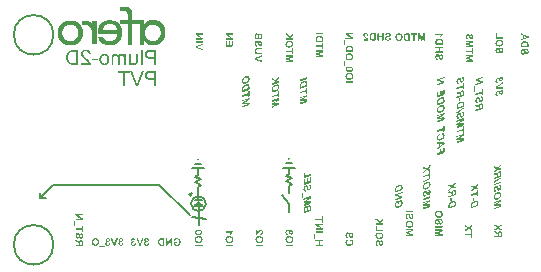
<source format=gbo>
G04 Layer_Color=32896*
%FSLAX24Y24*%
%MOIN*%
G70*
G01*
G75*
%ADD10C,0.0060*%
%ADD37C,0.0080*%
%ADD95C,0.0059*%
%ADD96C,0.0005*%
G36*
X4770Y-3282D02*
X4776Y-3283D01*
X4782Y-3284D01*
X4784Y-3284D01*
X4787Y-3285D01*
X4789Y-3285D01*
X4791Y-3286D01*
X4793Y-3286D01*
X4794Y-3287D01*
X4795Y-3287D01*
X4796Y-3287D01*
X4797Y-3287D01*
X4797D01*
X4802Y-3290D01*
X4807Y-3292D01*
X4812Y-3294D01*
X4815Y-3297D01*
X4818Y-3298D01*
X4819Y-3299D01*
X4820Y-3300D01*
X4821Y-3301D01*
X4822Y-3301D01*
X4822Y-3301D01*
X4822Y-3302D01*
X4826Y-3305D01*
X4829Y-3308D01*
X4831Y-3311D01*
X4834Y-3314D01*
X4835Y-3317D01*
X4837Y-3318D01*
X4838Y-3320D01*
X4838Y-3320D01*
Y-3320D01*
X4839Y-3324D01*
X4841Y-3327D01*
X4842Y-3330D01*
X4842Y-3333D01*
X4843Y-3335D01*
X4843Y-3337D01*
Y-3338D01*
Y-3338D01*
X4843Y-3342D01*
X4842Y-3344D01*
X4841Y-3347D01*
X4840Y-3349D01*
X4839Y-3351D01*
X4838Y-3352D01*
X4838Y-3353D01*
X4837Y-3353D01*
X4835Y-3355D01*
X4833Y-3356D01*
X4831Y-3357D01*
X4829Y-3358D01*
X4827Y-3358D01*
X4826Y-3358D01*
X4825D01*
X4821Y-3358D01*
X4819Y-3358D01*
X4818Y-3357D01*
X4816Y-3357D01*
X4815Y-3357D01*
X4815Y-3357D01*
X4815D01*
X4813Y-3356D01*
X4812Y-3355D01*
X4811Y-3354D01*
X4810Y-3353D01*
X4809Y-3352D01*
X4809Y-3351D01*
X4809Y-3351D01*
Y-3351D01*
X4807Y-3346D01*
X4805Y-3343D01*
X4804Y-3341D01*
X4804Y-3339D01*
X4803Y-3338D01*
X4803Y-3337D01*
X4802Y-3337D01*
X4801Y-3334D01*
X4800Y-3332D01*
X4798Y-3330D01*
X4797Y-3328D01*
X4797Y-3327D01*
X4796Y-3326D01*
X4795Y-3325D01*
X4795Y-3325D01*
X4793Y-3323D01*
X4792Y-3321D01*
X4790Y-3320D01*
X4788Y-3319D01*
X4787Y-3318D01*
X4786Y-3318D01*
X4785Y-3317D01*
X4784Y-3317D01*
X4782Y-3316D01*
X4779Y-3315D01*
X4776Y-3315D01*
X4773Y-3315D01*
X4771Y-3314D01*
X4769Y-3314D01*
X4765D01*
X4762Y-3315D01*
X4757Y-3316D01*
X4753Y-3317D01*
X4750Y-3319D01*
X4747Y-3321D01*
X4745Y-3322D01*
X4744Y-3323D01*
X4744Y-3323D01*
Y-3324D01*
X4742Y-3326D01*
X4741Y-3327D01*
X4738Y-3331D01*
X4737Y-3335D01*
X4736Y-3338D01*
X4735Y-3341D01*
X4735Y-3344D01*
X4735Y-3345D01*
Y-3345D01*
Y-3346D01*
Y-3346D01*
X4735Y-3349D01*
X4735Y-3352D01*
X4736Y-3357D01*
X4738Y-3362D01*
X4740Y-3365D01*
X4742Y-3368D01*
X4744Y-3370D01*
X4745Y-3371D01*
X4745Y-3372D01*
X4746Y-3372D01*
X4746Y-3372D01*
X4748Y-3374D01*
X4750Y-3375D01*
X4755Y-3377D01*
X4759Y-3379D01*
X4763Y-3380D01*
X4767Y-3381D01*
X4768Y-3381D01*
X4770D01*
X4771Y-3381D01*
X4779D01*
X4783Y-3381D01*
X4787Y-3382D01*
X4790Y-3383D01*
X4793Y-3384D01*
X4795Y-3384D01*
X4796Y-3385D01*
X4797Y-3386D01*
X4797Y-3386D01*
X4799Y-3388D01*
X4801Y-3390D01*
X4802Y-3392D01*
X4803Y-3394D01*
X4803Y-3396D01*
X4803Y-3398D01*
Y-3399D01*
Y-3399D01*
X4803Y-3402D01*
X4803Y-3405D01*
X4802Y-3407D01*
X4801Y-3409D01*
X4800Y-3410D01*
X4799Y-3411D01*
X4799Y-3412D01*
X4798Y-3412D01*
X4796Y-3414D01*
X4794Y-3415D01*
X4792Y-3416D01*
X4789Y-3416D01*
X4787Y-3416D01*
X4786Y-3417D01*
X4783D01*
X4782Y-3416D01*
X4779Y-3416D01*
X4777D01*
X4776Y-3416D01*
X4775D01*
X4772Y-3416D01*
X4770Y-3416D01*
X4768Y-3415D01*
X4767Y-3415D01*
X4765D01*
X4761Y-3415D01*
X4758Y-3416D01*
X4755Y-3416D01*
X4752Y-3417D01*
X4749Y-3418D01*
X4747Y-3419D01*
X4744Y-3420D01*
X4742Y-3421D01*
X4741Y-3422D01*
X4739Y-3423D01*
X4738Y-3424D01*
X4737Y-3425D01*
X4736Y-3425D01*
X4735Y-3426D01*
X4735Y-3426D01*
X4735Y-3426D01*
X4733Y-3429D01*
X4731Y-3431D01*
X4730Y-3433D01*
X4728Y-3436D01*
X4726Y-3441D01*
X4725Y-3446D01*
X4725Y-3448D01*
X4724Y-3451D01*
X4724Y-3452D01*
X4724Y-3454D01*
X4724Y-3456D01*
Y-3457D01*
Y-3457D01*
Y-3457D01*
X4724Y-3462D01*
X4725Y-3467D01*
X4726Y-3471D01*
X4727Y-3474D01*
X4728Y-3477D01*
X4729Y-3479D01*
X4730Y-3480D01*
X4730Y-3480D01*
X4730Y-3481D01*
Y-3481D01*
X4733Y-3484D01*
X4735Y-3488D01*
X4738Y-3490D01*
X4741Y-3492D01*
X4743Y-3494D01*
X4745Y-3495D01*
X4746Y-3496D01*
X4746Y-3496D01*
X4746D01*
X4750Y-3498D01*
X4753Y-3499D01*
X4757Y-3500D01*
X4760Y-3500D01*
X4762Y-3501D01*
X4764Y-3501D01*
X4766D01*
X4769Y-3501D01*
X4773Y-3501D01*
X4778Y-3499D01*
X4781Y-3498D01*
X4783Y-3498D01*
X4785Y-3497D01*
X4787Y-3495D01*
X4789Y-3494D01*
X4790Y-3493D01*
X4792Y-3492D01*
X4793Y-3492D01*
X4793Y-3491D01*
X4794Y-3490D01*
X4794Y-3490D01*
X4794Y-3490D01*
X4796Y-3488D01*
X4798Y-3485D01*
X4802Y-3480D01*
X4805Y-3474D01*
X4808Y-3468D01*
X4809Y-3466D01*
X4810Y-3463D01*
X4811Y-3461D01*
X4812Y-3459D01*
X4812Y-3457D01*
X4813Y-3456D01*
X4813Y-3455D01*
X4813Y-3455D01*
X4814Y-3454D01*
X4815Y-3452D01*
X4817Y-3450D01*
X4818Y-3449D01*
X4818Y-3449D01*
X4819Y-3449D01*
X4819Y-3448D01*
X4821Y-3447D01*
X4822Y-3447D01*
X4825Y-3446D01*
X4826Y-3446D01*
X4827Y-3446D01*
X4828D01*
X4831Y-3446D01*
X4834Y-3446D01*
X4837Y-3447D01*
X4839Y-3448D01*
X4841Y-3450D01*
X4843Y-3451D01*
X4844Y-3451D01*
X4844Y-3452D01*
X4846Y-3454D01*
X4847Y-3457D01*
X4849Y-3459D01*
X4849Y-3462D01*
X4850Y-3464D01*
X4850Y-3466D01*
X4850Y-3467D01*
Y-3467D01*
Y-3467D01*
X4850Y-3470D01*
X4849Y-3473D01*
X4848Y-3477D01*
X4847Y-3480D01*
X4846Y-3482D01*
X4846Y-3485D01*
X4845Y-3485D01*
X4845Y-3486D01*
X4845Y-3486D01*
Y-3487D01*
X4843Y-3491D01*
X4840Y-3495D01*
X4838Y-3499D01*
X4835Y-3502D01*
X4833Y-3505D01*
X4831Y-3507D01*
X4830Y-3508D01*
X4830Y-3509D01*
X4829Y-3509D01*
X4829Y-3509D01*
X4825Y-3513D01*
X4821Y-3516D01*
X4816Y-3519D01*
X4812Y-3522D01*
X4808Y-3524D01*
X4807Y-3525D01*
X4805Y-3526D01*
X4804Y-3526D01*
X4803Y-3527D01*
X4803Y-3527D01*
X4803D01*
X4797Y-3529D01*
X4790Y-3531D01*
X4784Y-3532D01*
X4779Y-3533D01*
X4776Y-3534D01*
X4774Y-3534D01*
X4772Y-3534D01*
X4770D01*
X4768Y-3534D01*
X4767D01*
X4759Y-3534D01*
X4753Y-3533D01*
X4746Y-3532D01*
X4744Y-3532D01*
X4741Y-3531D01*
X4739Y-3530D01*
X4737Y-3530D01*
X4735Y-3529D01*
X4733Y-3529D01*
X4732Y-3529D01*
X4731Y-3528D01*
X4731Y-3528D01*
X4730D01*
X4724Y-3525D01*
X4719Y-3523D01*
X4714Y-3520D01*
X4710Y-3517D01*
X4708Y-3515D01*
X4707Y-3514D01*
X4705Y-3513D01*
X4704Y-3512D01*
X4703Y-3511D01*
X4703Y-3511D01*
X4702Y-3511D01*
X4702Y-3510D01*
X4698Y-3506D01*
X4694Y-3502D01*
X4691Y-3498D01*
X4688Y-3494D01*
X4687Y-3490D01*
X4686Y-3489D01*
X4685Y-3487D01*
X4684Y-3487D01*
X4684Y-3486D01*
X4684Y-3485D01*
Y-3485D01*
X4682Y-3480D01*
X4680Y-3474D01*
X4679Y-3469D01*
X4678Y-3465D01*
X4678Y-3463D01*
Y-3461D01*
X4678Y-3459D01*
X4678Y-3458D01*
Y-3457D01*
Y-3456D01*
Y-3456D01*
Y-3455D01*
X4678Y-3451D01*
X4678Y-3446D01*
X4679Y-3442D01*
X4680Y-3439D01*
X4681Y-3436D01*
X4682Y-3433D01*
X4682Y-3433D01*
X4682Y-3432D01*
X4682Y-3432D01*
Y-3432D01*
X4684Y-3428D01*
X4686Y-3424D01*
X4689Y-3420D01*
X4691Y-3417D01*
X4693Y-3415D01*
X4694Y-3413D01*
X4695Y-3412D01*
X4696Y-3411D01*
X4696D01*
X4699Y-3408D01*
X4703Y-3405D01*
X4707Y-3402D01*
X4710Y-3400D01*
X4713Y-3398D01*
X4716Y-3396D01*
X4717Y-3396D01*
X4717Y-3396D01*
X4718Y-3395D01*
X4718D01*
X4713Y-3391D01*
X4709Y-3387D01*
X4705Y-3383D01*
X4703Y-3379D01*
X4700Y-3376D01*
X4698Y-3374D01*
X4698Y-3373D01*
X4698Y-3373D01*
X4697Y-3372D01*
Y-3372D01*
X4695Y-3367D01*
X4693Y-3362D01*
X4692Y-3357D01*
X4690Y-3353D01*
X4690Y-3349D01*
X4690Y-3347D01*
Y-3346D01*
X4690Y-3345D01*
Y-3344D01*
Y-3343D01*
Y-3343D01*
X4690Y-3338D01*
X4690Y-3334D01*
X4691Y-3330D01*
X4692Y-3326D01*
X4693Y-3323D01*
X4694Y-3321D01*
X4694Y-3320D01*
X4695Y-3320D01*
X4695Y-3319D01*
Y-3319D01*
X4697Y-3315D01*
X4699Y-3311D01*
X4702Y-3308D01*
X4704Y-3305D01*
X4706Y-3303D01*
X4708Y-3301D01*
X4709Y-3300D01*
X4710Y-3300D01*
X4710D01*
X4714Y-3297D01*
X4717Y-3294D01*
X4721Y-3292D01*
X4725Y-3290D01*
X4728Y-3289D01*
X4730Y-3288D01*
X4731Y-3287D01*
X4732Y-3287D01*
X4732Y-3287D01*
X4733Y-3287D01*
X4733D01*
X4738Y-3285D01*
X4744Y-3284D01*
X4748Y-3283D01*
X4753Y-3283D01*
X4755Y-3282D01*
X4757Y-3282D01*
X4759D01*
X4760Y-3282D01*
X4763D01*
X4770Y-3282D01*
D02*
G37*
G36*
X3372Y-3573D02*
X3196D01*
Y-3556D01*
X3372D01*
Y-3573D01*
D02*
G37*
G36*
X3072Y-3280D02*
X3077Y-3280D01*
X3082Y-3281D01*
X3086Y-3281D01*
X3091Y-3282D01*
X3094Y-3283D01*
X3098Y-3284D01*
X3101Y-3284D01*
X3104Y-3285D01*
X3107Y-3286D01*
X3109Y-3287D01*
X3110Y-3287D01*
X3112Y-3288D01*
X3112Y-3288D01*
X3113Y-3288D01*
X3121Y-3292D01*
X3128Y-3296D01*
X3131Y-3298D01*
X3134Y-3300D01*
X3137Y-3302D01*
X3140Y-3304D01*
X3142Y-3306D01*
X3144Y-3308D01*
X3146Y-3310D01*
X3148Y-3311D01*
X3149Y-3312D01*
X3150Y-3313D01*
X3150Y-3313D01*
X3150Y-3314D01*
X3156Y-3320D01*
X3161Y-3327D01*
X3164Y-3334D01*
X3168Y-3340D01*
X3169Y-3343D01*
X3171Y-3346D01*
X3172Y-3348D01*
X3172Y-3350D01*
X3173Y-3352D01*
X3173Y-3353D01*
X3174Y-3354D01*
Y-3354D01*
X3177Y-3363D01*
X3179Y-3372D01*
X3180Y-3381D01*
X3180Y-3385D01*
X3181Y-3389D01*
X3181Y-3393D01*
X3182Y-3396D01*
X3182Y-3399D01*
Y-3401D01*
X3182Y-3403D01*
Y-3405D01*
Y-3406D01*
Y-3406D01*
X3182Y-3416D01*
X3181Y-3421D01*
X3181Y-3426D01*
X3180Y-3430D01*
X3179Y-3435D01*
X3179Y-3439D01*
X3178Y-3442D01*
X3177Y-3446D01*
X3177Y-3449D01*
X3176Y-3451D01*
X3175Y-3454D01*
X3175Y-3455D01*
X3175Y-3457D01*
X3174Y-3458D01*
Y-3458D01*
X3171Y-3466D01*
X3169Y-3470D01*
X3167Y-3474D01*
X3165Y-3478D01*
X3163Y-3481D01*
X3162Y-3484D01*
X3160Y-3487D01*
X3158Y-3490D01*
X3156Y-3492D01*
X3155Y-3494D01*
X3154Y-3495D01*
X3153Y-3497D01*
X3152Y-3498D01*
X3151Y-3498D01*
X3151Y-3499D01*
X3145Y-3505D01*
X3139Y-3510D01*
X3132Y-3514D01*
X3126Y-3518D01*
X3123Y-3520D01*
X3121Y-3521D01*
X3119Y-3522D01*
X3117Y-3523D01*
X3115Y-3524D01*
X3114Y-3525D01*
X3113Y-3525D01*
X3113Y-3525D01*
X3109Y-3527D01*
X3104Y-3528D01*
X3095Y-3530D01*
X3086Y-3532D01*
X3082Y-3532D01*
X3078Y-3533D01*
X3075Y-3533D01*
X3071Y-3534D01*
X3069Y-3534D01*
X3066D01*
X3064Y-3534D01*
X3061D01*
X3056Y-3534D01*
X3050Y-3534D01*
X3045Y-3533D01*
X3041Y-3533D01*
X3036Y-3532D01*
X3032Y-3531D01*
X3028Y-3530D01*
X3024Y-3530D01*
X3021Y-3529D01*
X3018Y-3528D01*
X3016Y-3527D01*
X3013Y-3527D01*
X3012Y-3526D01*
X3011Y-3526D01*
X3010Y-3525D01*
X3009D01*
X3001Y-3521D01*
X2998Y-3519D01*
X2994Y-3517D01*
X2991Y-3515D01*
X2988Y-3513D01*
X2985Y-3511D01*
X2982Y-3509D01*
X2980Y-3507D01*
X2978Y-3505D01*
X2976Y-3503D01*
X2974Y-3502D01*
X2973Y-3501D01*
X2972Y-3500D01*
X2972Y-3499D01*
X2972Y-3499D01*
X2966Y-3492D01*
X2961Y-3485D01*
X2957Y-3479D01*
X2954Y-3472D01*
X2953Y-3469D01*
X2952Y-3467D01*
X2951Y-3464D01*
X2950Y-3462D01*
X2949Y-3461D01*
X2949Y-3459D01*
X2948Y-3459D01*
Y-3458D01*
X2946Y-3449D01*
X2944Y-3440D01*
X2942Y-3432D01*
X2942Y-3427D01*
X2941Y-3424D01*
X2941Y-3420D01*
X2941Y-3417D01*
X2941Y-3414D01*
Y-3411D01*
X2940Y-3409D01*
Y-3408D01*
Y-3407D01*
Y-3406D01*
X2941Y-3399D01*
X2941Y-3393D01*
X2942Y-3386D01*
X2943Y-3380D01*
X2944Y-3374D01*
X2945Y-3368D01*
X2946Y-3363D01*
X2948Y-3358D01*
X2949Y-3354D01*
X2950Y-3350D01*
X2951Y-3347D01*
X2952Y-3344D01*
X2953Y-3342D01*
X2954Y-3340D01*
X2954Y-3339D01*
X2955Y-3339D01*
X2957Y-3334D01*
X2960Y-3329D01*
X2964Y-3324D01*
X2967Y-3320D01*
X2971Y-3316D01*
X2974Y-3312D01*
X2977Y-3309D01*
X2981Y-3306D01*
X2984Y-3303D01*
X2987Y-3301D01*
X2990Y-3299D01*
X2992Y-3298D01*
X2994Y-3296D01*
X2995Y-3295D01*
X2996Y-3295D01*
X2996Y-3295D01*
X3002Y-3292D01*
X3007Y-3290D01*
X3013Y-3287D01*
X3018Y-3286D01*
X3024Y-3284D01*
X3029Y-3283D01*
X3034Y-3282D01*
X3039Y-3281D01*
X3044Y-3280D01*
X3049Y-3280D01*
X3052Y-3280D01*
X3056Y-3279D01*
X3058Y-3279D01*
X3067D01*
X3072Y-3280D01*
D02*
G37*
G36*
X2754Y3006D02*
X2766Y3004D01*
X2778Y3002D01*
X2788Y3000D01*
X2799Y2997D01*
X2808Y2994D01*
X2816Y2990D01*
X2824Y2986D01*
X2831Y2983D01*
X2837Y2979D01*
X2842Y2976D01*
X2847Y2973D01*
X2850Y2970D01*
X2852Y2968D01*
X2854Y2967D01*
X2854Y2967D01*
X2862Y2959D01*
X2869Y2951D01*
X2874Y2942D01*
X2880Y2934D01*
X2884Y2925D01*
X2888Y2916D01*
X2892Y2908D01*
X2894Y2900D01*
X2897Y2892D01*
X2898Y2885D01*
X2900Y2878D01*
X2901Y2873D01*
X2902Y2868D01*
X2902Y2865D01*
X2902Y2863D01*
Y2862D01*
X2836D01*
X2836Y2870D01*
X2834Y2878D01*
X2832Y2885D01*
X2830Y2892D01*
X2828Y2899D01*
X2826Y2904D01*
X2823Y2910D01*
X2820Y2914D01*
X2818Y2918D01*
X2815Y2922D01*
X2813Y2925D01*
X2811Y2927D01*
X2809Y2929D01*
X2808Y2930D01*
X2807Y2931D01*
X2807Y2932D01*
X2802Y2936D01*
X2797Y2940D01*
X2791Y2943D01*
X2785Y2946D01*
X2780Y2948D01*
X2775Y2950D01*
X2765Y2953D01*
X2760Y2953D01*
X2756Y2954D01*
X2752Y2955D01*
X2749Y2955D01*
X2747Y2956D01*
X2743D01*
X2735Y2955D01*
X2728Y2955D01*
X2721Y2953D01*
X2714Y2952D01*
X2708Y2950D01*
X2703Y2948D01*
X2698Y2946D01*
X2693Y2944D01*
X2689Y2942D01*
X2686Y2939D01*
X2683Y2937D01*
X2681Y2935D01*
X2678Y2934D01*
X2677Y2933D01*
X2676Y2932D01*
X2676Y2932D01*
X2672Y2927D01*
X2668Y2922D01*
X2665Y2917D01*
X2662Y2912D01*
X2660Y2906D01*
X2658Y2901D01*
X2655Y2891D01*
X2654Y2886D01*
X2653Y2882D01*
X2653Y2878D01*
X2653Y2874D01*
X2652Y2871D01*
Y2869D01*
Y2868D01*
Y2867D01*
X2653Y2859D01*
X2653Y2851D01*
X2655Y2843D01*
X2657Y2835D01*
X2659Y2828D01*
X2661Y2821D01*
X2664Y2815D01*
X2666Y2809D01*
X2669Y2804D01*
X2671Y2799D01*
X2674Y2795D01*
X2676Y2792D01*
X2678Y2789D01*
X2679Y2787D01*
X2680Y2786D01*
X2680Y2785D01*
X2686Y2778D01*
X2692Y2771D01*
X2700Y2763D01*
X2708Y2755D01*
X2725Y2739D01*
X2733Y2731D01*
X2742Y2723D01*
X2750Y2716D01*
X2758Y2710D01*
X2765Y2704D01*
X2771Y2699D01*
X2776Y2694D01*
X2780Y2691D01*
X2782Y2689D01*
X2783Y2689D01*
X2783D01*
X2797Y2678D01*
X2809Y2667D01*
X2820Y2657D01*
X2831Y2647D01*
X2840Y2638D01*
X2849Y2630D01*
X2856Y2622D01*
X2863Y2615D01*
X2869Y2609D01*
X2873Y2603D01*
X2877Y2598D01*
X2881Y2594D01*
X2883Y2591D01*
X2885Y2589D01*
X2886Y2587D01*
X2886Y2587D01*
X2891Y2579D01*
X2895Y2571D01*
X2899Y2563D01*
X2902Y2555D01*
X2905Y2548D01*
X2907Y2541D01*
X2909Y2534D01*
X2911Y2528D01*
X2912Y2522D01*
X2913Y2516D01*
X2913Y2512D01*
X2914Y2508D01*
X2914Y2505D01*
Y2502D01*
Y2500D01*
Y2500D01*
X2585D01*
Y2559D01*
X2825D01*
X2825Y2561D01*
X2824Y2564D01*
X2823Y2566D01*
X2821Y2569D01*
X2816Y2576D01*
X2811Y2583D01*
X2804Y2591D01*
X2796Y2598D01*
X2788Y2607D01*
X2779Y2615D01*
X2771Y2622D01*
X2763Y2630D01*
X2756Y2637D01*
X2749Y2642D01*
X2743Y2647D01*
X2739Y2651D01*
X2737Y2653D01*
X2736Y2653D01*
X2735Y2654D01*
X2735D01*
X2719Y2668D01*
X2704Y2680D01*
X2691Y2692D01*
X2679Y2703D01*
X2668Y2714D01*
X2658Y2723D01*
X2650Y2732D01*
X2642Y2740D01*
X2636Y2747D01*
X2631Y2753D01*
X2626Y2758D01*
X2622Y2762D01*
X2619Y2766D01*
X2618Y2768D01*
X2617Y2769D01*
X2616Y2770D01*
X2611Y2778D01*
X2606Y2786D01*
X2602Y2794D01*
X2599Y2803D01*
X2596Y2811D01*
X2594Y2819D01*
X2592Y2826D01*
X2590Y2834D01*
X2589Y2840D01*
X2588Y2847D01*
X2587Y2852D01*
X2587Y2857D01*
X2586Y2861D01*
Y2864D01*
Y2866D01*
Y2866D01*
X2587Y2877D01*
X2588Y2887D01*
X2590Y2898D01*
X2592Y2907D01*
X2596Y2916D01*
X2599Y2924D01*
X2603Y2932D01*
X2606Y2938D01*
X2610Y2944D01*
X2614Y2950D01*
X2617Y2955D01*
X2620Y2959D01*
X2623Y2962D01*
X2625Y2964D01*
X2626Y2965D01*
X2627Y2966D01*
X2635Y2973D01*
X2643Y2979D01*
X2652Y2984D01*
X2662Y2989D01*
X2671Y2993D01*
X2681Y2996D01*
X2690Y2999D01*
X2699Y3001D01*
X2708Y3003D01*
X2716Y3004D01*
X2723Y3005D01*
X2729Y3006D01*
X2734D01*
X2738Y3006D01*
X2741D01*
X2754Y3006D01*
D02*
G37*
G36*
X4631Y-3279D02*
X4635Y-3280D01*
X4638Y-3281D01*
X4640Y-3283D01*
X4642Y-3284D01*
X4644Y-3285D01*
X4645Y-3286D01*
X4645Y-3286D01*
X4647Y-3289D01*
X4649Y-3292D01*
X4650Y-3294D01*
X4651Y-3297D01*
X4651Y-3299D01*
X4652Y-3301D01*
X4652Y-3302D01*
Y-3302D01*
X4652Y-3305D01*
X4651Y-3307D01*
Y-3309D01*
X4651Y-3310D01*
X4651Y-3310D01*
Y-3310D01*
X4650Y-3314D01*
X4649Y-3315D01*
X4649Y-3317D01*
X4649Y-3318D01*
X4648Y-3318D01*
X4648Y-3319D01*
Y-3319D01*
X4647Y-3322D01*
X4646Y-3325D01*
X4646Y-3326D01*
X4645Y-3327D01*
X4645Y-3328D01*
Y-3328D01*
X4586Y-3488D01*
X4585Y-3491D01*
X4584Y-3494D01*
X4583Y-3497D01*
X4582Y-3500D01*
X4581Y-3502D01*
X4580Y-3504D01*
X4580Y-3505D01*
X4580Y-3505D01*
X4579Y-3508D01*
X4577Y-3511D01*
X4576Y-3513D01*
X4575Y-3516D01*
X4574Y-3517D01*
X4573Y-3519D01*
X4573Y-3520D01*
X4572Y-3520D01*
X4571Y-3522D01*
X4569Y-3524D01*
X4567Y-3526D01*
X4565Y-3528D01*
X4564Y-3529D01*
X4562Y-3530D01*
X4561Y-3530D01*
X4561Y-3530D01*
X4558Y-3531D01*
X4555Y-3532D01*
X4553Y-3533D01*
X4550Y-3534D01*
X4548Y-3534D01*
X4546Y-3534D01*
X4544D01*
X4540Y-3534D01*
X4537Y-3534D01*
X4534Y-3533D01*
X4532Y-3532D01*
X4530Y-3531D01*
X4528Y-3531D01*
X4527Y-3530D01*
X4527Y-3530D01*
X4524Y-3529D01*
X4522Y-3527D01*
X4520Y-3525D01*
X4519Y-3524D01*
X4517Y-3522D01*
X4517Y-3521D01*
X4516Y-3520D01*
X4516Y-3520D01*
X4513Y-3515D01*
X4512Y-3513D01*
X4511Y-3510D01*
X4510Y-3508D01*
X4509Y-3507D01*
X4509Y-3506D01*
X4508Y-3505D01*
X4506Y-3499D01*
X4505Y-3496D01*
X4504Y-3493D01*
X4503Y-3491D01*
X4502Y-3489D01*
X4502Y-3488D01*
X4502Y-3488D01*
X4442Y-3327D01*
X4441Y-3323D01*
X4440Y-3321D01*
X4440Y-3320D01*
X4439Y-3319D01*
X4439Y-3318D01*
Y-3318D01*
X4438Y-3315D01*
X4437Y-3312D01*
X4437Y-3311D01*
X4437Y-3310D01*
X4437Y-3310D01*
Y-3310D01*
X4436Y-3307D01*
X4436Y-3304D01*
X4435Y-3303D01*
Y-3302D01*
Y-3302D01*
Y-3302D01*
X4436Y-3300D01*
X4436Y-3298D01*
X4437Y-3296D01*
X4437Y-3294D01*
X4438Y-3293D01*
X4438Y-3292D01*
X4438Y-3291D01*
X4439Y-3291D01*
X4440Y-3289D01*
X4441Y-3287D01*
X4443Y-3286D01*
X4444Y-3285D01*
X4445Y-3284D01*
X4446Y-3283D01*
X4447Y-3283D01*
X4447Y-3282D01*
X4449Y-3281D01*
X4451Y-3281D01*
X4453Y-3280D01*
X4455Y-3280D01*
X4457Y-3279D01*
X4458Y-3279D01*
X4459D01*
X4462Y-3279D01*
X4465Y-3280D01*
X4467Y-3280D01*
X4469Y-3281D01*
X4471Y-3282D01*
X4472Y-3283D01*
X4473Y-3283D01*
X4473Y-3283D01*
X4475Y-3285D01*
X4476Y-3286D01*
X4477Y-3288D01*
X4478Y-3290D01*
X4479Y-3291D01*
X4480Y-3292D01*
X4480Y-3292D01*
X4480Y-3293D01*
X4481Y-3295D01*
X4482Y-3298D01*
X4483Y-3301D01*
X4484Y-3304D01*
X4485Y-3306D01*
X4486Y-3309D01*
X4486Y-3310D01*
X4487Y-3310D01*
X4487Y-3311D01*
Y-3311D01*
X4543Y-3477D01*
X4599Y-3312D01*
X4600Y-3309D01*
X4601Y-3306D01*
X4602Y-3303D01*
X4603Y-3301D01*
X4605Y-3297D01*
X4606Y-3293D01*
X4607Y-3290D01*
X4609Y-3289D01*
X4609Y-3287D01*
X4610Y-3287D01*
X4612Y-3284D01*
X4615Y-3282D01*
X4617Y-3281D01*
X4621Y-3280D01*
X4623Y-3280D01*
X4626Y-3279D01*
X4626Y-3279D01*
X4628D01*
X4631Y-3279D01*
D02*
G37*
G36*
X4328Y-3282D02*
X4334Y-3283D01*
X4340Y-3284D01*
X4342Y-3284D01*
X4345Y-3285D01*
X4347Y-3285D01*
X4349Y-3286D01*
X4351Y-3286D01*
X4352Y-3287D01*
X4353Y-3287D01*
X4354Y-3287D01*
X4355Y-3287D01*
X4355D01*
X4360Y-3290D01*
X4365Y-3292D01*
X4370Y-3294D01*
X4373Y-3297D01*
X4376Y-3298D01*
X4377Y-3299D01*
X4378Y-3300D01*
X4379Y-3301D01*
X4380Y-3301D01*
X4380Y-3301D01*
X4380Y-3302D01*
X4384Y-3305D01*
X4387Y-3308D01*
X4389Y-3311D01*
X4392Y-3314D01*
X4393Y-3317D01*
X4395Y-3318D01*
X4396Y-3320D01*
X4396Y-3320D01*
Y-3320D01*
X4397Y-3324D01*
X4399Y-3327D01*
X4400Y-3330D01*
X4400Y-3333D01*
X4401Y-3335D01*
X4401Y-3337D01*
Y-3338D01*
Y-3338D01*
X4401Y-3342D01*
X4400Y-3344D01*
X4399Y-3347D01*
X4398Y-3349D01*
X4397Y-3351D01*
X4396Y-3352D01*
X4396Y-3353D01*
X4395Y-3353D01*
X4393Y-3355D01*
X4391Y-3356D01*
X4389Y-3357D01*
X4387Y-3358D01*
X4385Y-3358D01*
X4384Y-3358D01*
X4383D01*
X4379Y-3358D01*
X4377Y-3358D01*
X4376Y-3357D01*
X4374Y-3357D01*
X4373Y-3357D01*
X4373Y-3357D01*
X4373D01*
X4371Y-3356D01*
X4370Y-3355D01*
X4369Y-3354D01*
X4368Y-3353D01*
X4367Y-3352D01*
X4367Y-3351D01*
X4367Y-3351D01*
Y-3351D01*
X4365Y-3346D01*
X4363Y-3343D01*
X4362Y-3341D01*
X4362Y-3339D01*
X4361Y-3338D01*
X4361Y-3337D01*
X4360Y-3337D01*
X4359Y-3334D01*
X4358Y-3332D01*
X4356Y-3330D01*
X4355Y-3328D01*
X4355Y-3327D01*
X4354Y-3326D01*
X4353Y-3325D01*
X4353Y-3325D01*
X4351Y-3323D01*
X4350Y-3321D01*
X4348Y-3320D01*
X4346Y-3319D01*
X4345Y-3318D01*
X4344Y-3318D01*
X4343Y-3317D01*
X4342Y-3317D01*
X4340Y-3316D01*
X4337Y-3315D01*
X4334Y-3315D01*
X4331Y-3315D01*
X4329Y-3314D01*
X4327Y-3314D01*
X4323D01*
X4320Y-3315D01*
X4315Y-3316D01*
X4311Y-3317D01*
X4308Y-3319D01*
X4305Y-3321D01*
X4303Y-3322D01*
X4302Y-3323D01*
X4302Y-3323D01*
Y-3324D01*
X4300Y-3326D01*
X4299Y-3327D01*
X4296Y-3331D01*
X4295Y-3335D01*
X4294Y-3338D01*
X4293Y-3341D01*
X4293Y-3344D01*
X4293Y-3345D01*
Y-3345D01*
Y-3346D01*
Y-3346D01*
X4293Y-3349D01*
X4293Y-3352D01*
X4294Y-3357D01*
X4296Y-3362D01*
X4298Y-3365D01*
X4300Y-3368D01*
X4302Y-3370D01*
X4303Y-3371D01*
X4303Y-3372D01*
X4304Y-3372D01*
X4304Y-3372D01*
X4306Y-3374D01*
X4308Y-3375D01*
X4313Y-3377D01*
X4317Y-3379D01*
X4321Y-3380D01*
X4325Y-3381D01*
X4326Y-3381D01*
X4328D01*
X4329Y-3381D01*
X4337D01*
X4341Y-3381D01*
X4345Y-3382D01*
X4348Y-3383D01*
X4351Y-3384D01*
X4353Y-3384D01*
X4354Y-3385D01*
X4355Y-3386D01*
X4355Y-3386D01*
X4357Y-3388D01*
X4359Y-3390D01*
X4360Y-3392D01*
X4361Y-3394D01*
X4361Y-3396D01*
X4361Y-3398D01*
Y-3399D01*
Y-3399D01*
X4361Y-3402D01*
X4361Y-3405D01*
X4360Y-3407D01*
X4359Y-3409D01*
X4358Y-3410D01*
X4357Y-3411D01*
X4357Y-3412D01*
X4356Y-3412D01*
X4354Y-3414D01*
X4352Y-3415D01*
X4350Y-3416D01*
X4347Y-3416D01*
X4345Y-3416D01*
X4344Y-3417D01*
X4341D01*
X4340Y-3416D01*
X4337Y-3416D01*
X4335D01*
X4334Y-3416D01*
X4333D01*
X4330Y-3416D01*
X4328Y-3416D01*
X4326Y-3415D01*
X4325Y-3415D01*
X4323D01*
X4319Y-3415D01*
X4316Y-3416D01*
X4313Y-3416D01*
X4310Y-3417D01*
X4307Y-3418D01*
X4305Y-3419D01*
X4302Y-3420D01*
X4300Y-3421D01*
X4299Y-3422D01*
X4297Y-3423D01*
X4296Y-3424D01*
X4295Y-3425D01*
X4294Y-3425D01*
X4293Y-3426D01*
X4293Y-3426D01*
X4293Y-3426D01*
X4291Y-3429D01*
X4289Y-3431D01*
X4288Y-3433D01*
X4286Y-3436D01*
X4284Y-3441D01*
X4283Y-3446D01*
X4283Y-3448D01*
X4282Y-3451D01*
X4282Y-3452D01*
X4282Y-3454D01*
X4282Y-3456D01*
Y-3457D01*
Y-3457D01*
Y-3457D01*
X4282Y-3462D01*
X4283Y-3467D01*
X4284Y-3471D01*
X4285Y-3474D01*
X4286Y-3477D01*
X4287Y-3479D01*
X4288Y-3480D01*
X4288Y-3480D01*
X4288Y-3481D01*
Y-3481D01*
X4291Y-3484D01*
X4293Y-3488D01*
X4296Y-3490D01*
X4299Y-3492D01*
X4301Y-3494D01*
X4303Y-3495D01*
X4304Y-3496D01*
X4304Y-3496D01*
X4304D01*
X4308Y-3498D01*
X4311Y-3499D01*
X4315Y-3500D01*
X4318Y-3500D01*
X4320Y-3501D01*
X4322Y-3501D01*
X4324D01*
X4327Y-3501D01*
X4331Y-3501D01*
X4336Y-3499D01*
X4339Y-3498D01*
X4341Y-3498D01*
X4343Y-3497D01*
X4345Y-3495D01*
X4347Y-3494D01*
X4348Y-3493D01*
X4350Y-3492D01*
X4351Y-3492D01*
X4351Y-3491D01*
X4352Y-3490D01*
X4352Y-3490D01*
X4352Y-3490D01*
X4354Y-3488D01*
X4356Y-3485D01*
X4360Y-3480D01*
X4363Y-3474D01*
X4366Y-3468D01*
X4367Y-3466D01*
X4368Y-3463D01*
X4369Y-3461D01*
X4370Y-3459D01*
X4370Y-3457D01*
X4371Y-3456D01*
X4371Y-3455D01*
X4371Y-3455D01*
X4372Y-3454D01*
X4373Y-3452D01*
X4375Y-3450D01*
X4376Y-3449D01*
X4376Y-3449D01*
X4377Y-3449D01*
X4377Y-3448D01*
X4379Y-3447D01*
X4380Y-3447D01*
X4383Y-3446D01*
X4384Y-3446D01*
X4385Y-3446D01*
X4386D01*
X4389Y-3446D01*
X4392Y-3446D01*
X4395Y-3447D01*
X4397Y-3448D01*
X4399Y-3450D01*
X4401Y-3451D01*
X4402Y-3451D01*
X4402Y-3452D01*
X4404Y-3454D01*
X4405Y-3457D01*
X4407Y-3459D01*
X4407Y-3462D01*
X4408Y-3464D01*
X4408Y-3466D01*
X4408Y-3467D01*
Y-3467D01*
Y-3467D01*
X4408Y-3470D01*
X4407Y-3473D01*
X4406Y-3477D01*
X4405Y-3480D01*
X4404Y-3482D01*
X4404Y-3485D01*
X4403Y-3485D01*
X4403Y-3486D01*
X4403Y-3486D01*
Y-3487D01*
X4401Y-3491D01*
X4398Y-3495D01*
X4396Y-3499D01*
X4393Y-3502D01*
X4391Y-3505D01*
X4389Y-3507D01*
X4388Y-3508D01*
X4388Y-3509D01*
X4387Y-3509D01*
X4387Y-3509D01*
X4383Y-3513D01*
X4379Y-3516D01*
X4374Y-3519D01*
X4370Y-3522D01*
X4366Y-3524D01*
X4365Y-3525D01*
X4363Y-3526D01*
X4362Y-3526D01*
X4361Y-3527D01*
X4361Y-3527D01*
X4361D01*
X4355Y-3529D01*
X4348Y-3531D01*
X4342Y-3532D01*
X4337Y-3533D01*
X4334Y-3534D01*
X4332Y-3534D01*
X4330Y-3534D01*
X4328D01*
X4326Y-3534D01*
X4325D01*
X4317Y-3534D01*
X4311Y-3533D01*
X4304Y-3532D01*
X4302Y-3532D01*
X4299Y-3531D01*
X4297Y-3530D01*
X4295Y-3530D01*
X4293Y-3529D01*
X4291Y-3529D01*
X4290Y-3529D01*
X4289Y-3528D01*
X4289Y-3528D01*
X4288D01*
X4282Y-3525D01*
X4277Y-3523D01*
X4272Y-3520D01*
X4268Y-3517D01*
X4266Y-3515D01*
X4265Y-3514D01*
X4263Y-3513D01*
X4262Y-3512D01*
X4261Y-3511D01*
X4261Y-3511D01*
X4260Y-3511D01*
X4260Y-3510D01*
X4256Y-3506D01*
X4252Y-3502D01*
X4249Y-3498D01*
X4246Y-3494D01*
X4245Y-3490D01*
X4244Y-3489D01*
X4243Y-3487D01*
X4242Y-3487D01*
X4242Y-3486D01*
X4242Y-3485D01*
Y-3485D01*
X4240Y-3480D01*
X4238Y-3474D01*
X4237Y-3469D01*
X4236Y-3465D01*
X4236Y-3463D01*
Y-3461D01*
X4236Y-3459D01*
X4236Y-3458D01*
Y-3457D01*
Y-3456D01*
Y-3456D01*
Y-3455D01*
X4236Y-3451D01*
X4236Y-3446D01*
X4237Y-3442D01*
X4238Y-3439D01*
X4239Y-3436D01*
X4240Y-3433D01*
X4240Y-3433D01*
X4240Y-3432D01*
X4240Y-3432D01*
Y-3432D01*
X4242Y-3428D01*
X4244Y-3424D01*
X4247Y-3420D01*
X4249Y-3417D01*
X4251Y-3415D01*
X4252Y-3413D01*
X4253Y-3412D01*
X4254Y-3411D01*
X4254D01*
X4257Y-3408D01*
X4261Y-3405D01*
X4265Y-3402D01*
X4268Y-3400D01*
X4271Y-3398D01*
X4274Y-3396D01*
X4275Y-3396D01*
X4275Y-3396D01*
X4276Y-3395D01*
X4276D01*
X4271Y-3391D01*
X4267Y-3387D01*
X4263Y-3383D01*
X4261Y-3379D01*
X4258Y-3376D01*
X4256Y-3374D01*
X4256Y-3373D01*
X4256Y-3373D01*
X4255Y-3372D01*
Y-3372D01*
X4253Y-3367D01*
X4251Y-3362D01*
X4250Y-3357D01*
X4248Y-3353D01*
X4248Y-3349D01*
X4248Y-3347D01*
Y-3346D01*
X4248Y-3345D01*
Y-3344D01*
Y-3343D01*
Y-3343D01*
X4248Y-3338D01*
X4248Y-3334D01*
X4249Y-3330D01*
X4250Y-3326D01*
X4251Y-3323D01*
X4252Y-3321D01*
X4252Y-3320D01*
X4253Y-3320D01*
X4253Y-3319D01*
Y-3319D01*
X4255Y-3315D01*
X4257Y-3311D01*
X4260Y-3308D01*
X4262Y-3305D01*
X4264Y-3303D01*
X4266Y-3301D01*
X4267Y-3300D01*
X4268Y-3300D01*
X4268D01*
X4272Y-3297D01*
X4275Y-3294D01*
X4279Y-3292D01*
X4283Y-3290D01*
X4286Y-3289D01*
X4288Y-3288D01*
X4289Y-3287D01*
X4290Y-3287D01*
X4290Y-3287D01*
X4291Y-3287D01*
X4291D01*
X4296Y-3285D01*
X4302Y-3284D01*
X4306Y-3283D01*
X4311Y-3283D01*
X4313Y-3282D01*
X4315Y-3282D01*
X4317D01*
X4318Y-3282D01*
X4321D01*
X4328Y-3282D01*
D02*
G37*
G36*
X2418Y-3335D02*
X2420Y-3336D01*
X2423Y-3336D01*
X2426Y-3337D01*
X2429Y-3338D01*
X2431Y-3339D01*
X2432Y-3340D01*
X2432Y-3340D01*
X2433Y-3340D01*
X2433D01*
X2438Y-3342D01*
X2443Y-3345D01*
X2447Y-3347D01*
X2452Y-3349D01*
X2455Y-3352D01*
X2457Y-3353D01*
X2458Y-3353D01*
X2459Y-3354D01*
X2460Y-3354D01*
X2461Y-3355D01*
X2461Y-3355D01*
X2467Y-3359D01*
X2472Y-3362D01*
X2477Y-3366D01*
X2482Y-3369D01*
X2483Y-3371D01*
X2485Y-3372D01*
X2487Y-3373D01*
X2488Y-3374D01*
X2489Y-3375D01*
X2490Y-3376D01*
X2490Y-3376D01*
X2490Y-3377D01*
X2495Y-3381D01*
X2499Y-3385D01*
X2503Y-3390D01*
X2506Y-3394D01*
X2508Y-3397D01*
X2509Y-3398D01*
X2510Y-3400D01*
X2510Y-3401D01*
X2511Y-3401D01*
X2511Y-3402D01*
Y-3402D01*
X2513Y-3396D01*
X2514Y-3391D01*
X2516Y-3386D01*
X2518Y-3381D01*
X2520Y-3377D01*
X2522Y-3373D01*
X2524Y-3370D01*
X2525Y-3366D01*
X2527Y-3364D01*
X2529Y-3361D01*
X2531Y-3359D01*
X2532Y-3358D01*
X2533Y-3356D01*
X2534Y-3355D01*
X2534Y-3355D01*
X2535Y-3355D01*
X2538Y-3352D01*
X2541Y-3349D01*
X2545Y-3347D01*
X2549Y-3346D01*
X2552Y-3344D01*
X2556Y-3343D01*
X2559Y-3342D01*
X2563Y-3341D01*
X2566Y-3340D01*
X2569Y-3340D01*
X2572Y-3339D01*
X2574Y-3339D01*
X2576Y-3339D01*
X2579D01*
X2584Y-3339D01*
X2588Y-3340D01*
X2593Y-3341D01*
X2597Y-3341D01*
X2600Y-3342D01*
X2601Y-3343D01*
X2602Y-3343D01*
X2603Y-3343D01*
X2604Y-3344D01*
X2604Y-3344D01*
X2604D01*
X2609Y-3346D01*
X2613Y-3348D01*
X2616Y-3350D01*
X2619Y-3352D01*
X2622Y-3354D01*
X2624Y-3356D01*
X2625Y-3357D01*
X2625Y-3357D01*
Y-3357D01*
X2629Y-3361D01*
X2631Y-3364D01*
X2634Y-3368D01*
X2636Y-3371D01*
X2637Y-3374D01*
X2639Y-3376D01*
X2639Y-3377D01*
X2639Y-3377D01*
X2639Y-3378D01*
Y-3378D01*
X2641Y-3381D01*
X2642Y-3385D01*
X2643Y-3389D01*
X2644Y-3392D01*
X2645Y-3395D01*
X2645Y-3397D01*
Y-3398D01*
X2645Y-3399D01*
Y-3399D01*
Y-3399D01*
X2646Y-3404D01*
X2646Y-3409D01*
X2646Y-3414D01*
X2646Y-3418D01*
X2647Y-3422D01*
Y-3424D01*
Y-3425D01*
Y-3426D01*
Y-3427D01*
Y-3428D01*
Y-3428D01*
Y-3509D01*
Y-3512D01*
X2646Y-3515D01*
X2646Y-3520D01*
X2644Y-3524D01*
X2643Y-3527D01*
X2642Y-3530D01*
X2641Y-3531D01*
X2640Y-3533D01*
X2639Y-3533D01*
X2638Y-3534D01*
X2636Y-3535D01*
X2633Y-3537D01*
X2629Y-3538D01*
X2625Y-3539D01*
X2622Y-3540D01*
X2620Y-3540D01*
X2619D01*
X2617Y-3540D01*
X2426D01*
X2421Y-3540D01*
X2416Y-3539D01*
X2412Y-3538D01*
X2409Y-3537D01*
X2407Y-3536D01*
X2405Y-3535D01*
X2404Y-3534D01*
X2404Y-3534D01*
X2401Y-3531D01*
X2399Y-3528D01*
X2398Y-3525D01*
X2397Y-3522D01*
X2396Y-3519D01*
X2396Y-3517D01*
X2396Y-3516D01*
Y-3515D01*
Y-3515D01*
Y-3515D01*
X2396Y-3511D01*
X2397Y-3508D01*
X2398Y-3504D01*
X2400Y-3502D01*
X2401Y-3500D01*
X2402Y-3498D01*
X2403Y-3497D01*
X2403Y-3497D01*
X2406Y-3495D01*
X2410Y-3493D01*
X2414Y-3492D01*
X2417Y-3491D01*
X2421Y-3490D01*
X2422Y-3490D01*
X2424Y-3490D01*
X2505D01*
Y-3473D01*
X2505Y-3468D01*
X2505Y-3463D01*
X2504Y-3460D01*
X2504Y-3457D01*
X2503Y-3454D01*
X2503Y-3452D01*
X2502Y-3451D01*
X2502Y-3451D01*
X2500Y-3447D01*
X2498Y-3444D01*
X2496Y-3441D01*
X2494Y-3439D01*
X2492Y-3436D01*
X2490Y-3435D01*
X2489Y-3434D01*
X2489Y-3433D01*
X2489D01*
X2485Y-3430D01*
X2480Y-3427D01*
X2475Y-3424D01*
X2471Y-3420D01*
X2467Y-3418D01*
X2465Y-3417D01*
X2464Y-3416D01*
X2462Y-3415D01*
X2462Y-3414D01*
X2461Y-3414D01*
X2461Y-3414D01*
X2427Y-3394D01*
X2423Y-3391D01*
X2420Y-3389D01*
X2417Y-3387D01*
X2414Y-3386D01*
X2412Y-3384D01*
X2411Y-3384D01*
X2410Y-3383D01*
X2410Y-3383D01*
X2407Y-3381D01*
X2405Y-3379D01*
X2404Y-3378D01*
X2403Y-3376D01*
X2401Y-3375D01*
X2400Y-3374D01*
X2400Y-3373D01*
X2400Y-3373D01*
X2399Y-3371D01*
X2397Y-3368D01*
X2397Y-3366D01*
X2396Y-3364D01*
X2396Y-3362D01*
X2396Y-3360D01*
Y-3359D01*
Y-3359D01*
X2396Y-3356D01*
X2396Y-3354D01*
X2397Y-3352D01*
X2397Y-3350D01*
X2398Y-3348D01*
X2398Y-3347D01*
X2398Y-3347D01*
X2399Y-3346D01*
X2400Y-3344D01*
X2401Y-3343D01*
X2402Y-3341D01*
X2403Y-3340D01*
X2404Y-3339D01*
X2405Y-3338D01*
X2406Y-3338D01*
X2406Y-3338D01*
X2408Y-3337D01*
X2410Y-3336D01*
X2411Y-3336D01*
X2413Y-3335D01*
X2414Y-3335D01*
X2415Y-3335D01*
X2416D01*
X2418Y-3335D01*
D02*
G37*
G36*
X2481Y-3104D02*
X2487Y-3105D01*
X2492Y-3106D01*
X2494Y-3107D01*
X2497Y-3108D01*
X2499Y-3108D01*
X2500Y-3109D01*
X2502Y-3109D01*
X2503Y-3110D01*
X2504Y-3110D01*
X2505Y-3111D01*
X2505Y-3111D01*
X2505D01*
X2510Y-3114D01*
X2514Y-3117D01*
X2518Y-3120D01*
X2521Y-3123D01*
X2523Y-3125D01*
X2525Y-3128D01*
X2526Y-3128D01*
X2526Y-3129D01*
X2527Y-3129D01*
Y-3130D01*
X2530Y-3134D01*
X2533Y-3139D01*
X2535Y-3144D01*
X2537Y-3148D01*
X2539Y-3152D01*
X2539Y-3154D01*
X2540Y-3155D01*
X2540Y-3157D01*
X2541Y-3157D01*
X2541Y-3158D01*
Y-3158D01*
X2543Y-3165D01*
X2545Y-3171D01*
X2547Y-3178D01*
X2549Y-3183D01*
X2549Y-3186D01*
X2550Y-3189D01*
X2551Y-3191D01*
X2551Y-3193D01*
X2551Y-3194D01*
X2552Y-3195D01*
X2552Y-3196D01*
Y-3196D01*
X2553Y-3199D01*
X2553Y-3202D01*
X2554Y-3205D01*
X2555Y-3207D01*
X2556Y-3211D01*
X2557Y-3214D01*
X2557Y-3217D01*
X2558Y-3219D01*
X2558Y-3220D01*
Y-3220D01*
X2560Y-3225D01*
X2561Y-3228D01*
X2562Y-3230D01*
X2563Y-3232D01*
X2564Y-3233D01*
X2564Y-3234D01*
X2564Y-3234D01*
X2566Y-3237D01*
X2567Y-3239D01*
X2569Y-3241D01*
X2571Y-3243D01*
X2572Y-3244D01*
X2573Y-3245D01*
X2573Y-3245D01*
X2574Y-3245D01*
X2576Y-3247D01*
X2578Y-3248D01*
X2580Y-3248D01*
X2582Y-3249D01*
X2584Y-3249D01*
X2585Y-3249D01*
X2586D01*
X2589Y-3249D01*
X2591Y-3249D01*
X2593Y-3248D01*
X2595Y-3248D01*
X2598Y-3246D01*
X2601Y-3243D01*
X2604Y-3241D01*
X2605Y-3239D01*
X2606Y-3239D01*
X2607Y-3238D01*
X2607Y-3238D01*
Y-3238D01*
X2610Y-3233D01*
X2612Y-3228D01*
X2613Y-3222D01*
X2614Y-3218D01*
X2615Y-3215D01*
X2615Y-3213D01*
X2615Y-3211D01*
Y-3209D01*
X2615Y-3208D01*
Y-3207D01*
Y-3207D01*
Y-3206D01*
Y-3203D01*
X2615Y-3199D01*
X2615Y-3196D01*
X2614Y-3193D01*
X2614Y-3190D01*
X2613Y-3188D01*
X2612Y-3185D01*
X2612Y-3183D01*
X2611Y-3182D01*
X2610Y-3180D01*
X2609Y-3179D01*
X2609Y-3178D01*
X2608Y-3177D01*
X2608Y-3177D01*
X2608Y-3176D01*
X2604Y-3173D01*
X2601Y-3170D01*
X2597Y-3167D01*
X2594Y-3164D01*
X2591Y-3162D01*
X2589Y-3162D01*
X2588Y-3161D01*
X2587Y-3160D01*
X2586Y-3160D01*
X2586Y-3160D01*
X2586D01*
X2582Y-3158D01*
X2580Y-3156D01*
X2577Y-3154D01*
X2575Y-3153D01*
X2573Y-3152D01*
X2572Y-3151D01*
X2572Y-3150D01*
X2572Y-3150D01*
X2570Y-3148D01*
X2569Y-3146D01*
X2568Y-3144D01*
X2568Y-3142D01*
X2568Y-3140D01*
X2567Y-3139D01*
Y-3138D01*
Y-3137D01*
X2568Y-3134D01*
X2568Y-3131D01*
X2570Y-3128D01*
X2571Y-3126D01*
X2572Y-3124D01*
X2573Y-3123D01*
X2574Y-3122D01*
X2575Y-3122D01*
X2577Y-3119D01*
X2580Y-3118D01*
X2583Y-3117D01*
X2585Y-3116D01*
X2587Y-3115D01*
X2589Y-3115D01*
X2591D01*
X2594Y-3115D01*
X2598Y-3116D01*
X2601Y-3117D01*
X2604Y-3118D01*
X2607Y-3119D01*
X2609Y-3119D01*
X2610Y-3120D01*
X2610Y-3120D01*
X2610D01*
X2614Y-3122D01*
X2618Y-3125D01*
X2621Y-3128D01*
X2624Y-3130D01*
X2627Y-3133D01*
X2628Y-3134D01*
X2629Y-3135D01*
X2630Y-3136D01*
X2630Y-3136D01*
Y-3136D01*
X2633Y-3141D01*
X2636Y-3145D01*
X2639Y-3150D01*
X2641Y-3154D01*
X2643Y-3158D01*
X2643Y-3160D01*
X2644Y-3161D01*
X2644Y-3162D01*
X2645Y-3163D01*
X2645Y-3164D01*
Y-3164D01*
X2647Y-3170D01*
X2648Y-3177D01*
X2649Y-3183D01*
X2650Y-3190D01*
X2650Y-3192D01*
X2651Y-3195D01*
Y-3197D01*
X2651Y-3199D01*
Y-3201D01*
Y-3202D01*
Y-3203D01*
Y-3203D01*
X2650Y-3213D01*
X2650Y-3218D01*
X2650Y-3223D01*
X2649Y-3227D01*
X2648Y-3231D01*
X2647Y-3235D01*
X2647Y-3238D01*
X2646Y-3242D01*
X2645Y-3244D01*
X2644Y-3247D01*
X2644Y-3249D01*
X2643Y-3250D01*
X2643Y-3252D01*
X2642Y-3252D01*
Y-3253D01*
X2641Y-3256D01*
X2639Y-3260D01*
X2637Y-3263D01*
X2635Y-3266D01*
X2633Y-3269D01*
X2631Y-3272D01*
X2629Y-3274D01*
X2627Y-3276D01*
X2625Y-3278D01*
X2623Y-3280D01*
X2622Y-3281D01*
X2621Y-3282D01*
X2619Y-3283D01*
X2619Y-3284D01*
X2618Y-3284D01*
X2618Y-3285D01*
X2615Y-3286D01*
X2612Y-3288D01*
X2609Y-3290D01*
X2606Y-3291D01*
X2600Y-3293D01*
X2594Y-3294D01*
X2591Y-3295D01*
X2589Y-3295D01*
X2587Y-3295D01*
X2585Y-3295D01*
X2584Y-3296D01*
X2582D01*
X2578Y-3295D01*
X2574Y-3295D01*
X2571Y-3295D01*
X2567Y-3294D01*
X2564Y-3293D01*
X2561Y-3292D01*
X2558Y-3291D01*
X2556Y-3290D01*
X2554Y-3289D01*
X2552Y-3289D01*
X2550Y-3288D01*
X2549Y-3287D01*
X2547Y-3286D01*
X2547Y-3286D01*
X2546Y-3285D01*
X2546Y-3285D01*
X2541Y-3281D01*
X2536Y-3276D01*
X2533Y-3271D01*
X2529Y-3267D01*
X2527Y-3263D01*
X2526Y-3261D01*
X2525Y-3260D01*
X2524Y-3258D01*
X2524Y-3258D01*
X2523Y-3257D01*
Y-3257D01*
X2520Y-3250D01*
X2518Y-3242D01*
X2515Y-3235D01*
X2514Y-3231D01*
X2513Y-3228D01*
X2512Y-3224D01*
X2511Y-3222D01*
X2510Y-3219D01*
X2510Y-3217D01*
X2509Y-3215D01*
X2509Y-3213D01*
X2509Y-3212D01*
Y-3212D01*
X2507Y-3205D01*
X2506Y-3202D01*
X2505Y-3199D01*
X2505Y-3196D01*
X2504Y-3193D01*
X2503Y-3191D01*
X2503Y-3189D01*
X2502Y-3187D01*
X2502Y-3185D01*
X2501Y-3184D01*
X2501Y-3183D01*
X2500Y-3182D01*
X2500Y-3181D01*
X2500Y-3181D01*
Y-3181D01*
X2498Y-3176D01*
X2497Y-3172D01*
X2495Y-3169D01*
X2493Y-3166D01*
X2491Y-3164D01*
X2490Y-3162D01*
X2489Y-3162D01*
X2488Y-3161D01*
X2485Y-3159D01*
X2482Y-3157D01*
X2479Y-3155D01*
X2476Y-3155D01*
X2473Y-3154D01*
X2471Y-3154D01*
X2470Y-3154D01*
X2469D01*
X2466Y-3154D01*
X2463Y-3154D01*
X2461Y-3155D01*
X2458Y-3156D01*
X2454Y-3158D01*
X2450Y-3160D01*
X2447Y-3163D01*
X2446Y-3164D01*
X2445Y-3165D01*
X2444Y-3166D01*
X2443Y-3167D01*
X2443Y-3167D01*
X2443Y-3167D01*
X2441Y-3170D01*
X2439Y-3173D01*
X2438Y-3176D01*
X2437Y-3179D01*
X2435Y-3185D01*
X2434Y-3191D01*
X2433Y-3193D01*
X2433Y-3196D01*
X2433Y-3198D01*
X2433Y-3200D01*
X2432Y-3202D01*
Y-3203D01*
Y-3203D01*
Y-3204D01*
X2433Y-3209D01*
X2433Y-3215D01*
X2434Y-3219D01*
X2435Y-3223D01*
X2436Y-3226D01*
X2436Y-3227D01*
X2437Y-3228D01*
X2437Y-3229D01*
X2437Y-3229D01*
X2437Y-3230D01*
Y-3230D01*
X2440Y-3233D01*
X2442Y-3236D01*
X2444Y-3239D01*
X2446Y-3241D01*
X2448Y-3243D01*
X2449Y-3244D01*
X2450Y-3245D01*
X2451Y-3245D01*
X2454Y-3247D01*
X2457Y-3249D01*
X2460Y-3251D01*
X2463Y-3252D01*
X2466Y-3254D01*
X2468Y-3255D01*
X2469Y-3255D01*
X2470Y-3255D01*
X2470Y-3255D01*
X2470D01*
X2474Y-3257D01*
X2477Y-3259D01*
X2479Y-3260D01*
X2481Y-3261D01*
X2483Y-3263D01*
X2484Y-3264D01*
X2485Y-3265D01*
X2485Y-3265D01*
X2487Y-3267D01*
X2488Y-3269D01*
X2489Y-3271D01*
X2490Y-3274D01*
X2490Y-3275D01*
X2490Y-3277D01*
Y-3278D01*
Y-3278D01*
X2490Y-3282D01*
X2489Y-3285D01*
X2488Y-3287D01*
X2487Y-3290D01*
X2486Y-3292D01*
X2485Y-3293D01*
X2484Y-3294D01*
X2484Y-3294D01*
X2481Y-3296D01*
X2479Y-3298D01*
X2476Y-3299D01*
X2474Y-3300D01*
X2472Y-3300D01*
X2470Y-3300D01*
X2469Y-3300D01*
X2468D01*
X2465Y-3300D01*
X2462Y-3300D01*
X2457Y-3299D01*
X2451Y-3297D01*
X2446Y-3295D01*
X2444Y-3294D01*
X2442Y-3293D01*
X2440Y-3292D01*
X2439Y-3292D01*
X2438Y-3291D01*
X2437Y-3290D01*
X2436Y-3290D01*
X2436Y-3290D01*
X2430Y-3286D01*
X2425Y-3281D01*
X2420Y-3277D01*
X2417Y-3272D01*
X2414Y-3268D01*
X2412Y-3267D01*
X2411Y-3265D01*
X2411Y-3264D01*
X2410Y-3263D01*
X2410Y-3263D01*
X2410Y-3263D01*
X2407Y-3258D01*
X2405Y-3253D01*
X2403Y-3248D01*
X2402Y-3243D01*
X2400Y-3238D01*
X2399Y-3233D01*
X2398Y-3228D01*
X2397Y-3224D01*
X2397Y-3219D01*
X2397Y-3215D01*
X2396Y-3212D01*
X2396Y-3208D01*
X2396Y-3206D01*
Y-3204D01*
Y-3203D01*
Y-3202D01*
X2396Y-3197D01*
X2396Y-3191D01*
X2397Y-3186D01*
X2397Y-3181D01*
X2398Y-3177D01*
X2399Y-3172D01*
X2400Y-3168D01*
X2401Y-3165D01*
X2402Y-3161D01*
X2403Y-3158D01*
X2404Y-3156D01*
X2404Y-3154D01*
X2405Y-3152D01*
X2405Y-3151D01*
X2406Y-3150D01*
X2406Y-3150D01*
X2408Y-3146D01*
X2410Y-3142D01*
X2412Y-3138D01*
X2415Y-3135D01*
X2417Y-3132D01*
X2419Y-3129D01*
X2421Y-3127D01*
X2423Y-3124D01*
X2426Y-3122D01*
X2428Y-3121D01*
X2429Y-3119D01*
X2431Y-3118D01*
X2432Y-3117D01*
X2433Y-3117D01*
X2433Y-3116D01*
X2434Y-3116D01*
X2437Y-3114D01*
X2441Y-3112D01*
X2444Y-3110D01*
X2447Y-3109D01*
X2454Y-3107D01*
X2457Y-3106D01*
X2461Y-3106D01*
X2463Y-3105D01*
X2466Y-3105D01*
X2468Y-3105D01*
X2470Y-3104D01*
X2472Y-3104D01*
X2474D01*
X2481Y-3104D01*
D02*
G37*
G36*
X2629Y-2876D02*
X2632Y-2877D01*
X2635Y-2878D01*
X2637Y-2879D01*
X2639Y-2880D01*
X2640Y-2881D01*
X2641Y-2882D01*
X2641Y-2883D01*
X2643Y-2885D01*
X2644Y-2888D01*
X2645Y-2891D01*
X2646Y-2894D01*
X2646Y-2897D01*
X2647Y-2900D01*
Y-2900D01*
Y-2901D01*
Y-2901D01*
Y-2902D01*
Y-3061D01*
X2646Y-3065D01*
X2646Y-3069D01*
X2645Y-3072D01*
X2644Y-3075D01*
X2643Y-3077D01*
X2642Y-3078D01*
X2641Y-3079D01*
X2641Y-3079D01*
X2639Y-3082D01*
X2636Y-3083D01*
X2634Y-3084D01*
X2631Y-3085D01*
X2629Y-3086D01*
X2628Y-3086D01*
X2626Y-3086D01*
X2626D01*
X2623Y-3086D01*
X2620Y-3085D01*
X2617Y-3084D01*
X2615Y-3083D01*
X2613Y-3082D01*
X2612Y-3081D01*
X2611Y-3080D01*
X2611Y-3080D01*
X2609Y-3077D01*
X2608Y-3074D01*
X2607Y-3071D01*
X2606Y-3068D01*
X2606Y-3065D01*
X2605Y-3063D01*
Y-3062D01*
Y-3061D01*
Y-3061D01*
Y-3061D01*
Y-3006D01*
X2426D01*
X2421Y-3006D01*
X2416Y-3005D01*
X2412Y-3004D01*
X2409Y-3003D01*
X2406Y-3001D01*
X2405Y-3000D01*
X2404Y-2999D01*
X2403Y-2999D01*
X2401Y-2996D01*
X2399Y-2993D01*
X2398Y-2990D01*
X2397Y-2988D01*
X2396Y-2985D01*
X2396Y-2983D01*
X2396Y-2982D01*
Y-2982D01*
Y-2981D01*
Y-2981D01*
X2396Y-2977D01*
X2397Y-2974D01*
X2398Y-2970D01*
X2400Y-2968D01*
X2401Y-2966D01*
X2402Y-2964D01*
X2403Y-2963D01*
X2403Y-2963D01*
X2406Y-2961D01*
X2410Y-2959D01*
X2414Y-2958D01*
X2418Y-2957D01*
X2421Y-2957D01*
X2422Y-2956D01*
X2424Y-2956D01*
X2605D01*
Y-2902D01*
X2606Y-2897D01*
X2606Y-2893D01*
X2607Y-2890D01*
X2608Y-2887D01*
X2609Y-2885D01*
X2610Y-2884D01*
X2611Y-2883D01*
X2611Y-2883D01*
X2613Y-2880D01*
X2616Y-2879D01*
X2618Y-2878D01*
X2621Y-2877D01*
X2623Y-2876D01*
X2624Y-2876D01*
X2626D01*
X2629Y-2876D01*
D02*
G37*
G36*
X3781Y-3279D02*
X3785Y-3280D01*
X3788Y-3281D01*
X3790Y-3283D01*
X3792Y-3284D01*
X3794Y-3285D01*
X3794Y-3286D01*
X3795Y-3286D01*
X3797Y-3289D01*
X3799Y-3292D01*
X3800Y-3294D01*
X3801Y-3297D01*
X3801Y-3299D01*
X3802Y-3301D01*
X3802Y-3302D01*
Y-3302D01*
X3802Y-3305D01*
X3801Y-3307D01*
Y-3309D01*
X3801Y-3310D01*
X3801Y-3310D01*
Y-3310D01*
X3800Y-3314D01*
X3799Y-3315D01*
X3799Y-3317D01*
X3799Y-3318D01*
X3798Y-3318D01*
X3798Y-3319D01*
Y-3319D01*
X3797Y-3322D01*
X3796Y-3325D01*
X3796Y-3326D01*
X3795Y-3327D01*
X3795Y-3328D01*
Y-3328D01*
X3736Y-3488D01*
X3735Y-3491D01*
X3734Y-3494D01*
X3733Y-3497D01*
X3732Y-3500D01*
X3731Y-3502D01*
X3730Y-3504D01*
X3730Y-3505D01*
X3730Y-3505D01*
X3729Y-3508D01*
X3727Y-3511D01*
X3726Y-3513D01*
X3725Y-3516D01*
X3724Y-3517D01*
X3723Y-3519D01*
X3723Y-3520D01*
X3722Y-3520D01*
X3721Y-3522D01*
X3719Y-3524D01*
X3717Y-3526D01*
X3715Y-3528D01*
X3714Y-3529D01*
X3712Y-3530D01*
X3711Y-3530D01*
X3711Y-3530D01*
X3708Y-3531D01*
X3705Y-3532D01*
X3703Y-3533D01*
X3700Y-3534D01*
X3698Y-3534D01*
X3696Y-3534D01*
X3694D01*
X3690Y-3534D01*
X3687Y-3534D01*
X3684Y-3533D01*
X3682Y-3532D01*
X3680Y-3531D01*
X3678Y-3531D01*
X3677Y-3530D01*
X3677Y-3530D01*
X3674Y-3529D01*
X3672Y-3527D01*
X3670Y-3525D01*
X3669Y-3524D01*
X3667Y-3522D01*
X3667Y-3521D01*
X3666Y-3520D01*
X3666Y-3520D01*
X3663Y-3515D01*
X3662Y-3513D01*
X3661Y-3510D01*
X3660Y-3508D01*
X3659Y-3507D01*
X3659Y-3506D01*
X3658Y-3505D01*
X3656Y-3499D01*
X3655Y-3496D01*
X3654Y-3493D01*
X3653Y-3491D01*
X3652Y-3489D01*
X3652Y-3488D01*
X3652Y-3488D01*
X3592Y-3327D01*
X3591Y-3323D01*
X3590Y-3321D01*
X3590Y-3320D01*
X3589Y-3319D01*
X3589Y-3318D01*
Y-3318D01*
X3588Y-3315D01*
X3587Y-3312D01*
X3587Y-3311D01*
X3587Y-3310D01*
X3586Y-3310D01*
Y-3310D01*
X3586Y-3307D01*
X3586Y-3304D01*
X3585Y-3303D01*
Y-3302D01*
Y-3302D01*
Y-3302D01*
X3586Y-3300D01*
X3586Y-3298D01*
X3586Y-3296D01*
X3587Y-3294D01*
X3588Y-3293D01*
X3588Y-3292D01*
X3588Y-3291D01*
X3589Y-3291D01*
X3590Y-3289D01*
X3591Y-3287D01*
X3593Y-3286D01*
X3594Y-3285D01*
X3595Y-3284D01*
X3596Y-3283D01*
X3597Y-3283D01*
X3597Y-3282D01*
X3599Y-3281D01*
X3601Y-3281D01*
X3603Y-3280D01*
X3605Y-3280D01*
X3607Y-3279D01*
X3608Y-3279D01*
X3609D01*
X3612Y-3279D01*
X3615Y-3280D01*
X3617Y-3280D01*
X3619Y-3281D01*
X3621Y-3282D01*
X3622Y-3283D01*
X3623Y-3283D01*
X3623Y-3283D01*
X3625Y-3285D01*
X3626Y-3286D01*
X3627Y-3288D01*
X3628Y-3290D01*
X3629Y-3291D01*
X3630Y-3292D01*
X3630Y-3292D01*
X3630Y-3293D01*
X3631Y-3295D01*
X3632Y-3298D01*
X3633Y-3301D01*
X3634Y-3304D01*
X3635Y-3306D01*
X3636Y-3309D01*
X3636Y-3310D01*
X3637Y-3310D01*
X3637Y-3311D01*
Y-3311D01*
X3693Y-3477D01*
X3749Y-3312D01*
X3750Y-3309D01*
X3751Y-3306D01*
X3752Y-3303D01*
X3753Y-3301D01*
X3755Y-3297D01*
X3756Y-3293D01*
X3757Y-3290D01*
X3759Y-3289D01*
X3759Y-3287D01*
X3760Y-3287D01*
X3762Y-3284D01*
X3765Y-3282D01*
X3767Y-3281D01*
X3771Y-3280D01*
X3773Y-3280D01*
X3776Y-3279D01*
X3776Y-3279D01*
X3778D01*
X3781Y-3279D01*
D02*
G37*
G36*
X3478Y-3282D02*
X3484Y-3283D01*
X3490Y-3284D01*
X3492Y-3284D01*
X3495Y-3285D01*
X3497Y-3285D01*
X3499Y-3286D01*
X3501Y-3286D01*
X3502Y-3287D01*
X3503Y-3287D01*
X3504Y-3287D01*
X3505Y-3287D01*
X3505D01*
X3510Y-3290D01*
X3515Y-3292D01*
X3520Y-3294D01*
X3523Y-3297D01*
X3526Y-3298D01*
X3527Y-3299D01*
X3528Y-3300D01*
X3529Y-3301D01*
X3530Y-3301D01*
X3530Y-3301D01*
X3530Y-3302D01*
X3534Y-3305D01*
X3537Y-3308D01*
X3539Y-3311D01*
X3542Y-3314D01*
X3543Y-3317D01*
X3545Y-3318D01*
X3546Y-3320D01*
X3546Y-3320D01*
Y-3320D01*
X3547Y-3324D01*
X3549Y-3327D01*
X3550Y-3330D01*
X3550Y-3333D01*
X3551Y-3335D01*
X3551Y-3337D01*
Y-3338D01*
Y-3338D01*
X3551Y-3342D01*
X3550Y-3344D01*
X3549Y-3347D01*
X3548Y-3349D01*
X3547Y-3351D01*
X3546Y-3352D01*
X3546Y-3353D01*
X3545Y-3353D01*
X3543Y-3355D01*
X3541Y-3356D01*
X3539Y-3357D01*
X3537Y-3358D01*
X3535Y-3358D01*
X3534Y-3358D01*
X3533D01*
X3529Y-3358D01*
X3527Y-3358D01*
X3526Y-3357D01*
X3524Y-3357D01*
X3523Y-3357D01*
X3523Y-3357D01*
X3523D01*
X3521Y-3356D01*
X3520Y-3355D01*
X3519Y-3354D01*
X3518Y-3353D01*
X3517Y-3352D01*
X3517Y-3351D01*
X3517Y-3351D01*
Y-3351D01*
X3515Y-3346D01*
X3513Y-3343D01*
X3512Y-3341D01*
X3512Y-3339D01*
X3511Y-3338D01*
X3511Y-3337D01*
X3510Y-3337D01*
X3509Y-3334D01*
X3508Y-3332D01*
X3506Y-3330D01*
X3505Y-3328D01*
X3505Y-3327D01*
X3504Y-3326D01*
X3503Y-3325D01*
X3503Y-3325D01*
X3501Y-3323D01*
X3500Y-3321D01*
X3498Y-3320D01*
X3496Y-3319D01*
X3495Y-3318D01*
X3494Y-3318D01*
X3493Y-3317D01*
X3492Y-3317D01*
X3490Y-3316D01*
X3487Y-3315D01*
X3484Y-3315D01*
X3481Y-3315D01*
X3479Y-3314D01*
X3477Y-3314D01*
X3473D01*
X3470Y-3315D01*
X3465Y-3316D01*
X3461Y-3317D01*
X3458Y-3319D01*
X3455Y-3321D01*
X3453Y-3322D01*
X3452Y-3323D01*
X3451Y-3323D01*
Y-3324D01*
X3450Y-3326D01*
X3449Y-3327D01*
X3446Y-3331D01*
X3445Y-3335D01*
X3444Y-3338D01*
X3443Y-3341D01*
X3443Y-3344D01*
X3443Y-3345D01*
Y-3345D01*
Y-3346D01*
Y-3346D01*
X3443Y-3349D01*
X3443Y-3352D01*
X3444Y-3357D01*
X3446Y-3362D01*
X3448Y-3365D01*
X3450Y-3368D01*
X3452Y-3370D01*
X3453Y-3371D01*
X3453Y-3372D01*
X3454Y-3372D01*
X3454Y-3372D01*
X3456Y-3374D01*
X3458Y-3375D01*
X3463Y-3377D01*
X3467Y-3379D01*
X3471Y-3380D01*
X3475Y-3381D01*
X3476Y-3381D01*
X3478D01*
X3479Y-3381D01*
X3487D01*
X3491Y-3381D01*
X3495Y-3382D01*
X3498Y-3383D01*
X3501Y-3384D01*
X3503Y-3384D01*
X3504Y-3385D01*
X3505Y-3386D01*
X3505Y-3386D01*
X3507Y-3388D01*
X3509Y-3390D01*
X3510Y-3392D01*
X3511Y-3394D01*
X3511Y-3396D01*
X3511Y-3398D01*
Y-3399D01*
Y-3399D01*
X3511Y-3402D01*
X3511Y-3405D01*
X3510Y-3407D01*
X3509Y-3409D01*
X3508Y-3410D01*
X3507Y-3411D01*
X3507Y-3412D01*
X3506Y-3412D01*
X3504Y-3414D01*
X3502Y-3415D01*
X3500Y-3416D01*
X3497Y-3416D01*
X3495Y-3416D01*
X3494Y-3417D01*
X3491D01*
X3490Y-3416D01*
X3487Y-3416D01*
X3485D01*
X3484Y-3416D01*
X3483D01*
X3480Y-3416D01*
X3478Y-3416D01*
X3476Y-3415D01*
X3475Y-3415D01*
X3473D01*
X3469Y-3415D01*
X3466Y-3416D01*
X3463Y-3416D01*
X3460Y-3417D01*
X3457Y-3418D01*
X3455Y-3419D01*
X3452Y-3420D01*
X3450Y-3421D01*
X3449Y-3422D01*
X3447Y-3423D01*
X3446Y-3424D01*
X3445Y-3425D01*
X3444Y-3425D01*
X3443Y-3426D01*
X3443Y-3426D01*
X3443Y-3426D01*
X3441Y-3429D01*
X3439Y-3431D01*
X3438Y-3433D01*
X3436Y-3436D01*
X3434Y-3441D01*
X3433Y-3446D01*
X3433Y-3448D01*
X3432Y-3451D01*
X3432Y-3452D01*
X3432Y-3454D01*
X3432Y-3456D01*
Y-3457D01*
Y-3457D01*
Y-3457D01*
X3432Y-3462D01*
X3433Y-3467D01*
X3434Y-3471D01*
X3435Y-3474D01*
X3436Y-3477D01*
X3437Y-3479D01*
X3438Y-3480D01*
X3438Y-3480D01*
X3438Y-3481D01*
Y-3481D01*
X3441Y-3484D01*
X3443Y-3488D01*
X3446Y-3490D01*
X3449Y-3492D01*
X3451Y-3494D01*
X3453Y-3495D01*
X3454Y-3496D01*
X3454Y-3496D01*
X3454D01*
X3458Y-3498D01*
X3461Y-3499D01*
X3465Y-3500D01*
X3468Y-3500D01*
X3470Y-3501D01*
X3472Y-3501D01*
X3474D01*
X3478Y-3501D01*
X3481Y-3501D01*
X3486Y-3499D01*
X3489Y-3498D01*
X3491Y-3498D01*
X3493Y-3497D01*
X3495Y-3495D01*
X3497Y-3494D01*
X3498Y-3493D01*
X3500Y-3492D01*
X3501Y-3492D01*
X3501Y-3491D01*
X3502Y-3490D01*
X3502Y-3490D01*
X3502Y-3490D01*
X3504Y-3488D01*
X3506Y-3485D01*
X3510Y-3480D01*
X3513Y-3474D01*
X3516Y-3468D01*
X3517Y-3466D01*
X3518Y-3463D01*
X3519Y-3461D01*
X3520Y-3459D01*
X3520Y-3457D01*
X3521Y-3456D01*
X3521Y-3455D01*
X3521Y-3455D01*
X3522Y-3454D01*
X3523Y-3452D01*
X3525Y-3450D01*
X3526Y-3449D01*
X3526Y-3449D01*
X3527Y-3449D01*
X3527Y-3448D01*
X3529Y-3447D01*
X3530Y-3447D01*
X3533Y-3446D01*
X3534Y-3446D01*
X3535Y-3446D01*
X3536D01*
X3539Y-3446D01*
X3542Y-3446D01*
X3545Y-3447D01*
X3547Y-3448D01*
X3549Y-3450D01*
X3551Y-3451D01*
X3552Y-3451D01*
X3552Y-3452D01*
X3554Y-3454D01*
X3555Y-3457D01*
X3557Y-3459D01*
X3557Y-3462D01*
X3558Y-3464D01*
X3558Y-3466D01*
X3558Y-3467D01*
Y-3467D01*
Y-3467D01*
X3558Y-3470D01*
X3557Y-3473D01*
X3556Y-3477D01*
X3555Y-3480D01*
X3554Y-3482D01*
X3554Y-3485D01*
X3553Y-3485D01*
X3553Y-3486D01*
X3553Y-3486D01*
Y-3487D01*
X3551Y-3491D01*
X3548Y-3495D01*
X3546Y-3499D01*
X3543Y-3502D01*
X3541Y-3505D01*
X3539Y-3507D01*
X3538Y-3508D01*
X3538Y-3509D01*
X3537Y-3509D01*
X3537Y-3509D01*
X3533Y-3513D01*
X3529Y-3516D01*
X3524Y-3519D01*
X3520Y-3522D01*
X3516Y-3524D01*
X3515Y-3525D01*
X3513Y-3526D01*
X3512Y-3526D01*
X3511Y-3527D01*
X3511Y-3527D01*
X3511D01*
X3505Y-3529D01*
X3498Y-3531D01*
X3492Y-3532D01*
X3487Y-3533D01*
X3484Y-3534D01*
X3482Y-3534D01*
X3480Y-3534D01*
X3478D01*
X3476Y-3534D01*
X3475D01*
X3467Y-3534D01*
X3461Y-3533D01*
X3454Y-3532D01*
X3452Y-3532D01*
X3449Y-3531D01*
X3447Y-3530D01*
X3445Y-3530D01*
X3443Y-3529D01*
X3441Y-3529D01*
X3440Y-3529D01*
X3439Y-3528D01*
X3439Y-3528D01*
X3438D01*
X3432Y-3525D01*
X3427Y-3523D01*
X3422Y-3520D01*
X3418Y-3517D01*
X3416Y-3515D01*
X3415Y-3514D01*
X3413Y-3513D01*
X3412Y-3512D01*
X3411Y-3511D01*
X3411Y-3511D01*
X3410Y-3511D01*
X3410Y-3510D01*
X3406Y-3506D01*
X3402Y-3502D01*
X3399Y-3498D01*
X3396Y-3494D01*
X3395Y-3490D01*
X3394Y-3489D01*
X3393Y-3487D01*
X3392Y-3487D01*
X3392Y-3486D01*
X3392Y-3485D01*
Y-3485D01*
X3390Y-3480D01*
X3388Y-3474D01*
X3387Y-3469D01*
X3386Y-3465D01*
X3386Y-3463D01*
Y-3461D01*
X3386Y-3459D01*
X3386Y-3458D01*
Y-3457D01*
Y-3456D01*
Y-3456D01*
Y-3455D01*
X3386Y-3451D01*
X3386Y-3446D01*
X3387Y-3442D01*
X3388Y-3439D01*
X3389Y-3436D01*
X3390Y-3433D01*
X3390Y-3433D01*
X3390Y-3432D01*
X3390Y-3432D01*
Y-3432D01*
X3392Y-3428D01*
X3394Y-3424D01*
X3397Y-3420D01*
X3399Y-3417D01*
X3401Y-3415D01*
X3402Y-3413D01*
X3403Y-3412D01*
X3404Y-3411D01*
X3404D01*
X3407Y-3408D01*
X3411Y-3405D01*
X3415Y-3402D01*
X3418Y-3400D01*
X3421Y-3398D01*
X3424Y-3396D01*
X3425Y-3396D01*
X3425Y-3396D01*
X3426Y-3395D01*
X3426D01*
X3421Y-3391D01*
X3417Y-3387D01*
X3413Y-3383D01*
X3411Y-3379D01*
X3408Y-3376D01*
X3406Y-3374D01*
X3406Y-3373D01*
X3406Y-3373D01*
X3405Y-3372D01*
Y-3372D01*
X3403Y-3367D01*
X3401Y-3362D01*
X3399Y-3357D01*
X3398Y-3353D01*
X3398Y-3349D01*
X3398Y-3347D01*
Y-3346D01*
X3398Y-3345D01*
Y-3344D01*
Y-3343D01*
Y-3343D01*
X3398Y-3338D01*
X3398Y-3334D01*
X3399Y-3330D01*
X3400Y-3326D01*
X3401Y-3323D01*
X3402Y-3321D01*
X3402Y-3320D01*
X3403Y-3320D01*
X3403Y-3319D01*
Y-3319D01*
X3405Y-3315D01*
X3407Y-3311D01*
X3410Y-3308D01*
X3412Y-3305D01*
X3414Y-3303D01*
X3416Y-3301D01*
X3417Y-3300D01*
X3418Y-3300D01*
X3418D01*
X3422Y-3297D01*
X3426Y-3294D01*
X3429Y-3292D01*
X3433Y-3290D01*
X3436Y-3289D01*
X3438Y-3288D01*
X3439Y-3287D01*
X3440Y-3287D01*
X3440Y-3287D01*
X3441Y-3287D01*
X3441D01*
X3446Y-3285D01*
X3451Y-3284D01*
X3456Y-3283D01*
X3461Y-3283D01*
X3463Y-3282D01*
X3465Y-3282D01*
X3467D01*
X3468Y-3282D01*
X3471D01*
X3478Y-3282D01*
D02*
G37*
G36*
X3920D02*
X3926Y-3283D01*
X3932Y-3284D01*
X3934Y-3284D01*
X3937Y-3285D01*
X3939Y-3285D01*
X3941Y-3286D01*
X3943Y-3286D01*
X3944Y-3287D01*
X3945Y-3287D01*
X3946Y-3287D01*
X3947Y-3287D01*
X3947D01*
X3952Y-3290D01*
X3957Y-3292D01*
X3962Y-3294D01*
X3965Y-3297D01*
X3968Y-3298D01*
X3969Y-3299D01*
X3970Y-3300D01*
X3971Y-3301D01*
X3972Y-3301D01*
X3972Y-3301D01*
X3972Y-3302D01*
X3976Y-3305D01*
X3979Y-3308D01*
X3981Y-3311D01*
X3984Y-3314D01*
X3985Y-3317D01*
X3987Y-3318D01*
X3988Y-3320D01*
X3988Y-3320D01*
Y-3320D01*
X3989Y-3324D01*
X3991Y-3327D01*
X3992Y-3330D01*
X3992Y-3333D01*
X3993Y-3335D01*
X3993Y-3337D01*
Y-3338D01*
Y-3338D01*
X3993Y-3342D01*
X3992Y-3344D01*
X3991Y-3347D01*
X3990Y-3349D01*
X3989Y-3351D01*
X3988Y-3352D01*
X3988Y-3353D01*
X3987Y-3353D01*
X3985Y-3355D01*
X3983Y-3356D01*
X3981Y-3357D01*
X3979Y-3358D01*
X3977Y-3358D01*
X3976Y-3358D01*
X3975D01*
X3971Y-3358D01*
X3969Y-3358D01*
X3968Y-3357D01*
X3966Y-3357D01*
X3965Y-3357D01*
X3965Y-3357D01*
X3965D01*
X3963Y-3356D01*
X3962Y-3355D01*
X3961Y-3354D01*
X3960Y-3353D01*
X3959Y-3352D01*
X3959Y-3351D01*
X3959Y-3351D01*
Y-3351D01*
X3957Y-3346D01*
X3955Y-3343D01*
X3954Y-3341D01*
X3954Y-3339D01*
X3953Y-3338D01*
X3953Y-3337D01*
X3952Y-3337D01*
X3951Y-3334D01*
X3950Y-3332D01*
X3948Y-3330D01*
X3947Y-3328D01*
X3947Y-3327D01*
X3946Y-3326D01*
X3945Y-3325D01*
X3945Y-3325D01*
X3943Y-3323D01*
X3942Y-3321D01*
X3940Y-3320D01*
X3938Y-3319D01*
X3937Y-3318D01*
X3936Y-3318D01*
X3935Y-3317D01*
X3934Y-3317D01*
X3932Y-3316D01*
X3929Y-3315D01*
X3926Y-3315D01*
X3923Y-3315D01*
X3921Y-3314D01*
X3919Y-3314D01*
X3915D01*
X3912Y-3315D01*
X3907Y-3316D01*
X3903Y-3317D01*
X3900Y-3319D01*
X3897Y-3321D01*
X3895Y-3322D01*
X3894Y-3323D01*
X3893Y-3323D01*
Y-3324D01*
X3892Y-3326D01*
X3891Y-3327D01*
X3888Y-3331D01*
X3887Y-3335D01*
X3886Y-3338D01*
X3885Y-3341D01*
X3885Y-3344D01*
X3885Y-3345D01*
Y-3345D01*
Y-3346D01*
Y-3346D01*
X3885Y-3349D01*
X3885Y-3352D01*
X3886Y-3357D01*
X3888Y-3362D01*
X3890Y-3365D01*
X3892Y-3368D01*
X3894Y-3370D01*
X3895Y-3371D01*
X3895Y-3372D01*
X3896Y-3372D01*
X3896Y-3372D01*
X3898Y-3374D01*
X3900Y-3375D01*
X3905Y-3377D01*
X3909Y-3379D01*
X3913Y-3380D01*
X3917Y-3381D01*
X3918Y-3381D01*
X3920D01*
X3921Y-3381D01*
X3929D01*
X3933Y-3381D01*
X3937Y-3382D01*
X3940Y-3383D01*
X3943Y-3384D01*
X3945Y-3384D01*
X3946Y-3385D01*
X3947Y-3386D01*
X3947Y-3386D01*
X3949Y-3388D01*
X3951Y-3390D01*
X3952Y-3392D01*
X3953Y-3394D01*
X3953Y-3396D01*
X3953Y-3398D01*
Y-3399D01*
Y-3399D01*
X3953Y-3402D01*
X3953Y-3405D01*
X3952Y-3407D01*
X3951Y-3409D01*
X3950Y-3410D01*
X3949Y-3411D01*
X3949Y-3412D01*
X3948Y-3412D01*
X3946Y-3414D01*
X3944Y-3415D01*
X3942Y-3416D01*
X3939Y-3416D01*
X3937Y-3416D01*
X3936Y-3417D01*
X3933D01*
X3932Y-3416D01*
X3929Y-3416D01*
X3927D01*
X3926Y-3416D01*
X3925D01*
X3922Y-3416D01*
X3920Y-3416D01*
X3918Y-3415D01*
X3917Y-3415D01*
X3915D01*
X3911Y-3415D01*
X3908Y-3416D01*
X3905Y-3416D01*
X3902Y-3417D01*
X3899Y-3418D01*
X3897Y-3419D01*
X3894Y-3420D01*
X3892Y-3421D01*
X3891Y-3422D01*
X3889Y-3423D01*
X3888Y-3424D01*
X3887Y-3425D01*
X3886Y-3425D01*
X3885Y-3426D01*
X3885Y-3426D01*
X3885Y-3426D01*
X3883Y-3429D01*
X3881Y-3431D01*
X3880Y-3433D01*
X3878Y-3436D01*
X3876Y-3441D01*
X3875Y-3446D01*
X3875Y-3448D01*
X3874Y-3451D01*
X3874Y-3452D01*
X3874Y-3454D01*
X3874Y-3456D01*
Y-3457D01*
Y-3457D01*
Y-3457D01*
X3874Y-3462D01*
X3875Y-3467D01*
X3876Y-3471D01*
X3877Y-3474D01*
X3878Y-3477D01*
X3879Y-3479D01*
X3880Y-3480D01*
X3880Y-3480D01*
X3880Y-3481D01*
Y-3481D01*
X3883Y-3484D01*
X3885Y-3488D01*
X3888Y-3490D01*
X3891Y-3492D01*
X3893Y-3494D01*
X3895Y-3495D01*
X3896Y-3496D01*
X3896Y-3496D01*
X3896D01*
X3900Y-3498D01*
X3903Y-3499D01*
X3907Y-3500D01*
X3910Y-3500D01*
X3912Y-3501D01*
X3914Y-3501D01*
X3916D01*
X3920Y-3501D01*
X3923Y-3501D01*
X3928Y-3499D01*
X3931Y-3498D01*
X3933Y-3498D01*
X3935Y-3497D01*
X3937Y-3495D01*
X3939Y-3494D01*
X3940Y-3493D01*
X3942Y-3492D01*
X3943Y-3492D01*
X3943Y-3491D01*
X3944Y-3490D01*
X3944Y-3490D01*
X3944Y-3490D01*
X3946Y-3488D01*
X3948Y-3485D01*
X3952Y-3480D01*
X3955Y-3474D01*
X3958Y-3468D01*
X3959Y-3466D01*
X3960Y-3463D01*
X3961Y-3461D01*
X3962Y-3459D01*
X3962Y-3457D01*
X3963Y-3456D01*
X3963Y-3455D01*
X3963Y-3455D01*
X3964Y-3454D01*
X3965Y-3452D01*
X3967Y-3450D01*
X3968Y-3449D01*
X3968Y-3449D01*
X3969Y-3449D01*
X3969Y-3448D01*
X3971Y-3447D01*
X3972Y-3447D01*
X3975Y-3446D01*
X3976Y-3446D01*
X3977Y-3446D01*
X3978D01*
X3981Y-3446D01*
X3984Y-3446D01*
X3987Y-3447D01*
X3989Y-3448D01*
X3991Y-3450D01*
X3993Y-3451D01*
X3994Y-3451D01*
X3994Y-3452D01*
X3996Y-3454D01*
X3997Y-3457D01*
X3999Y-3459D01*
X3999Y-3462D01*
X4000Y-3464D01*
X4000Y-3466D01*
X4000Y-3467D01*
Y-3467D01*
Y-3467D01*
X4000Y-3470D01*
X3999Y-3473D01*
X3998Y-3477D01*
X3997Y-3480D01*
X3996Y-3482D01*
X3996Y-3485D01*
X3995Y-3485D01*
X3995Y-3486D01*
X3995Y-3486D01*
Y-3487D01*
X3993Y-3491D01*
X3990Y-3495D01*
X3988Y-3499D01*
X3985Y-3502D01*
X3983Y-3505D01*
X3981Y-3507D01*
X3980Y-3508D01*
X3980Y-3509D01*
X3979Y-3509D01*
X3979Y-3509D01*
X3975Y-3513D01*
X3971Y-3516D01*
X3966Y-3519D01*
X3962Y-3522D01*
X3958Y-3524D01*
X3957Y-3525D01*
X3955Y-3526D01*
X3954Y-3526D01*
X3953Y-3527D01*
X3953Y-3527D01*
X3953D01*
X3947Y-3529D01*
X3940Y-3531D01*
X3934Y-3532D01*
X3929Y-3533D01*
X3926Y-3534D01*
X3924Y-3534D01*
X3922Y-3534D01*
X3920D01*
X3918Y-3534D01*
X3917D01*
X3909Y-3534D01*
X3903Y-3533D01*
X3896Y-3532D01*
X3894Y-3532D01*
X3891Y-3531D01*
X3889Y-3530D01*
X3887Y-3530D01*
X3885Y-3529D01*
X3883Y-3529D01*
X3882Y-3529D01*
X3881Y-3528D01*
X3881Y-3528D01*
X3880D01*
X3874Y-3525D01*
X3869Y-3523D01*
X3864Y-3520D01*
X3860Y-3517D01*
X3858Y-3515D01*
X3857Y-3514D01*
X3855Y-3513D01*
X3854Y-3512D01*
X3853Y-3511D01*
X3853Y-3511D01*
X3852Y-3511D01*
X3852Y-3510D01*
X3848Y-3506D01*
X3844Y-3502D01*
X3841Y-3498D01*
X3838Y-3494D01*
X3837Y-3490D01*
X3836Y-3489D01*
X3835Y-3487D01*
X3834Y-3487D01*
X3834Y-3486D01*
X3834Y-3485D01*
Y-3485D01*
X3832Y-3480D01*
X3830Y-3474D01*
X3829Y-3469D01*
X3828Y-3465D01*
X3828Y-3463D01*
Y-3461D01*
X3828Y-3459D01*
X3828Y-3458D01*
Y-3457D01*
Y-3456D01*
Y-3456D01*
Y-3455D01*
X3828Y-3451D01*
X3828Y-3446D01*
X3829Y-3442D01*
X3830Y-3439D01*
X3831Y-3436D01*
X3832Y-3433D01*
X3832Y-3433D01*
X3832Y-3432D01*
X3832Y-3432D01*
Y-3432D01*
X3834Y-3428D01*
X3836Y-3424D01*
X3839Y-3420D01*
X3841Y-3417D01*
X3843Y-3415D01*
X3844Y-3413D01*
X3845Y-3412D01*
X3846Y-3411D01*
X3846D01*
X3849Y-3408D01*
X3853Y-3405D01*
X3857Y-3402D01*
X3860Y-3400D01*
X3863Y-3398D01*
X3866Y-3396D01*
X3867Y-3396D01*
X3867Y-3396D01*
X3868Y-3395D01*
X3868D01*
X3863Y-3391D01*
X3859Y-3387D01*
X3855Y-3383D01*
X3853Y-3379D01*
X3850Y-3376D01*
X3848Y-3374D01*
X3848Y-3373D01*
X3848Y-3373D01*
X3847Y-3372D01*
Y-3372D01*
X3845Y-3367D01*
X3843Y-3362D01*
X3841Y-3357D01*
X3840Y-3353D01*
X3840Y-3349D01*
X3840Y-3347D01*
Y-3346D01*
X3840Y-3345D01*
Y-3344D01*
Y-3343D01*
Y-3343D01*
X3840Y-3338D01*
X3840Y-3334D01*
X3841Y-3330D01*
X3842Y-3326D01*
X3843Y-3323D01*
X3844Y-3321D01*
X3844Y-3320D01*
X3845Y-3320D01*
X3845Y-3319D01*
Y-3319D01*
X3847Y-3315D01*
X3849Y-3311D01*
X3852Y-3308D01*
X3854Y-3305D01*
X3856Y-3303D01*
X3858Y-3301D01*
X3859Y-3300D01*
X3860Y-3300D01*
X3860D01*
X3864Y-3297D01*
X3868Y-3294D01*
X3871Y-3292D01*
X3875Y-3290D01*
X3878Y-3289D01*
X3880Y-3288D01*
X3881Y-3287D01*
X3882Y-3287D01*
X3882Y-3287D01*
X3883Y-3287D01*
X3883D01*
X3888Y-3285D01*
X3893Y-3284D01*
X3898Y-3283D01*
X3903Y-3283D01*
X3905Y-3282D01*
X3907Y-3282D01*
X3909D01*
X3910Y-3282D01*
X3913D01*
X3920Y-3282D01*
D02*
G37*
G36*
X3931Y2867D02*
X3940Y2865D01*
X3950Y2863D01*
X3959Y2860D01*
X3968Y2855D01*
X3977Y2851D01*
X3984Y2846D01*
X3992Y2841D01*
X3998Y2836D01*
X4004Y2831D01*
X4009Y2826D01*
X4013Y2823D01*
X4017Y2819D01*
X4019Y2817D01*
X4021Y2815D01*
X4021Y2814D01*
Y2860D01*
X4085D01*
Y2500D01*
X4021D01*
Y2758D01*
X4013Y2768D01*
X4004Y2777D01*
X3996Y2785D01*
X3988Y2791D01*
X3981Y2797D01*
X3973Y2801D01*
X3966Y2805D01*
X3959Y2808D01*
X3953Y2810D01*
X3947Y2812D01*
X3943Y2814D01*
X3938Y2814D01*
X3935Y2815D01*
X3932Y2815D01*
X3925D01*
X3920Y2814D01*
X3911Y2812D01*
X3903Y2809D01*
X3897Y2806D01*
X3893Y2803D01*
X3890Y2799D01*
X3888Y2797D01*
X3887Y2797D01*
Y2796D01*
X3885Y2793D01*
X3883Y2788D01*
X3879Y2778D01*
X3877Y2768D01*
X3876Y2757D01*
X3875Y2753D01*
X3875Y2748D01*
X3874Y2744D01*
X3874Y2740D01*
Y2737D01*
Y2735D01*
Y2733D01*
Y2732D01*
Y2500D01*
X3810D01*
Y2758D01*
X3802Y2768D01*
X3793Y2777D01*
X3785Y2785D01*
X3777Y2791D01*
X3769Y2797D01*
X3762Y2801D01*
X3754Y2805D01*
X3748Y2808D01*
X3742Y2810D01*
X3736Y2812D01*
X3731Y2814D01*
X3727Y2814D01*
X3724Y2815D01*
X3721Y2815D01*
X3714D01*
X3708Y2814D01*
X3699Y2812D01*
X3692Y2809D01*
X3686Y2806D01*
X3682Y2803D01*
X3678Y2799D01*
X3676Y2797D01*
X3676Y2797D01*
Y2796D01*
X3674Y2793D01*
X3672Y2788D01*
X3668Y2778D01*
X3666Y2768D01*
X3665Y2757D01*
X3664Y2753D01*
X3664Y2748D01*
X3663Y2744D01*
X3663Y2740D01*
Y2737D01*
Y2735D01*
Y2733D01*
Y2732D01*
Y2500D01*
X3599D01*
Y2735D01*
X3599Y2747D01*
X3600Y2759D01*
X3602Y2769D01*
X3604Y2779D01*
X3606Y2788D01*
X3609Y2797D01*
X3612Y2805D01*
X3616Y2812D01*
X3620Y2819D01*
X3624Y2825D01*
X3629Y2830D01*
X3634Y2835D01*
X3639Y2840D01*
X3644Y2844D01*
X3649Y2848D01*
X3654Y2851D01*
X3665Y2857D01*
X3674Y2861D01*
X3684Y2864D01*
X3692Y2866D01*
X3699Y2867D01*
X3702Y2867D01*
X3704D01*
X3706Y2868D01*
X3709D01*
X3718Y2867D01*
X3727Y2866D01*
X3735Y2864D01*
X3743Y2862D01*
X3749Y2860D01*
X3752Y2859D01*
X3754Y2858D01*
X3756Y2858D01*
X3758Y2857D01*
X3758Y2856D01*
X3759D01*
X3764Y2854D01*
X3769Y2851D01*
X3774Y2847D01*
X3779Y2843D01*
X3789Y2835D01*
X3799Y2826D01*
X3803Y2821D01*
X3807Y2817D01*
X3810Y2813D01*
X3813Y2810D01*
X3816Y2807D01*
X3818Y2805D01*
X3819Y2803D01*
X3820Y2803D01*
X3824Y2814D01*
X3830Y2824D01*
X3837Y2833D01*
X3845Y2840D01*
X3853Y2847D01*
X3861Y2852D01*
X3870Y2856D01*
X3878Y2860D01*
X3886Y2862D01*
X3894Y2864D01*
X3902Y2866D01*
X3908Y2867D01*
X3913Y2867D01*
X3917Y2868D01*
X3920D01*
X3931Y2867D01*
D02*
G37*
G36*
X15628Y3052D02*
X15631Y3051D01*
X15634Y3050D01*
X15636Y3049D01*
X15637Y3048D01*
X15638Y3047D01*
X15639Y3046D01*
X15639Y3046D01*
X15641Y3044D01*
X15642Y3041D01*
X15643Y3038D01*
X15644Y3035D01*
X15645Y3032D01*
X15645Y3030D01*
Y3029D01*
Y3029D01*
Y3028D01*
Y3028D01*
Y2877D01*
X15645Y2872D01*
X15644Y2869D01*
X15643Y2866D01*
X15642Y2863D01*
X15641Y2861D01*
X15640Y2860D01*
X15640Y2859D01*
X15639Y2859D01*
X15637Y2857D01*
X15635Y2855D01*
X15633Y2854D01*
X15630Y2853D01*
X15628Y2853D01*
X15627Y2853D01*
X15625Y2853D01*
X15625D01*
X15622Y2853D01*
X15619Y2854D01*
X15617Y2855D01*
X15615Y2856D01*
X15613Y2857D01*
X15612Y2858D01*
X15611Y2858D01*
X15611Y2859D01*
X15609Y2861D01*
X15608Y2864D01*
X15607Y2867D01*
X15606Y2870D01*
X15606Y2872D01*
X15606Y2875D01*
Y2875D01*
Y2876D01*
Y2876D01*
Y2877D01*
Y2929D01*
X15435D01*
X15430Y2929D01*
X15425Y2930D01*
X15422Y2931D01*
X15419Y2932D01*
X15416Y2933D01*
X15415Y2934D01*
X15414Y2935D01*
X15413Y2935D01*
X15411Y2938D01*
X15409Y2941D01*
X15408Y2944D01*
X15407Y2946D01*
X15406Y2949D01*
X15406Y2951D01*
X15406Y2951D01*
Y2952D01*
Y2952D01*
Y2952D01*
X15406Y2956D01*
X15407Y2960D01*
X15408Y2963D01*
X15410Y2965D01*
X15411Y2967D01*
X15412Y2968D01*
X15413Y2969D01*
X15413Y2969D01*
X15416Y2972D01*
X15419Y2973D01*
X15423Y2975D01*
X15427Y2975D01*
X15430Y2976D01*
X15431Y2976D01*
X15433Y2976D01*
X15606D01*
Y3028D01*
X15606Y3032D01*
X15606Y3036D01*
X15607Y3039D01*
X15608Y3042D01*
X15609Y3044D01*
X15610Y3045D01*
X15611Y3046D01*
X15611Y3046D01*
X15613Y3048D01*
X15616Y3050D01*
X15618Y3051D01*
X15620Y3052D01*
X15622Y3052D01*
X15624Y3052D01*
X15625D01*
X15628Y3052D01*
D02*
G37*
G36*
X15624Y3305D02*
X15626Y3304D01*
X15628Y3304D01*
X15630Y3303D01*
X15632Y3302D01*
X15635Y3301D01*
X15637Y3300D01*
X15638Y3298D01*
X15639Y3297D01*
X15639Y3297D01*
X15641Y3294D01*
X15642Y3290D01*
X15643Y3287D01*
X15644Y3283D01*
X15645Y3280D01*
Y3279D01*
X15645Y3278D01*
Y3277D01*
Y3276D01*
Y3276D01*
Y3275D01*
Y3261D01*
X15645Y3256D01*
X15644Y3252D01*
X15644Y3249D01*
X15644Y3246D01*
X15643Y3244D01*
X15643Y3243D01*
X15642Y3242D01*
X15642Y3241D01*
X15641Y3239D01*
X15640Y3237D01*
X15638Y3236D01*
X15637Y3235D01*
X15636Y3234D01*
X15635Y3233D01*
X15634Y3233D01*
X15634Y3232D01*
X15631Y3231D01*
X15628Y3230D01*
X15624Y3229D01*
X15621Y3228D01*
X15618Y3227D01*
X15617Y3227D01*
X15616Y3226D01*
X15615Y3226D01*
X15614Y3226D01*
X15614Y3226D01*
X15613D01*
X15485Y3192D01*
X15613Y3158D01*
X15618Y3156D01*
X15622Y3155D01*
X15626Y3154D01*
X15629Y3153D01*
X15631Y3152D01*
X15632Y3152D01*
X15633Y3151D01*
X15634Y3151D01*
X15636Y3150D01*
X15638Y3148D01*
X15639Y3147D01*
X15640Y3145D01*
X15641Y3144D01*
X15642Y3143D01*
X15642Y3142D01*
X15642Y3142D01*
X15643Y3140D01*
X15644Y3137D01*
X15644Y3133D01*
X15644Y3130D01*
X15645Y3127D01*
X15645Y3125D01*
Y3124D01*
Y3124D01*
Y3123D01*
Y3123D01*
Y3108D01*
X15645Y3103D01*
X15644Y3099D01*
X15643Y3095D01*
X15642Y3092D01*
X15641Y3090D01*
X15640Y3088D01*
X15639Y3087D01*
X15639Y3086D01*
X15638Y3085D01*
X15637Y3084D01*
X15634Y3082D01*
X15630Y3081D01*
X15627Y3080D01*
X15624Y3079D01*
X15622Y3079D01*
X15621D01*
X15620Y3079D01*
X15433D01*
X15428Y3079D01*
X15424Y3080D01*
X15420Y3081D01*
X15418Y3082D01*
X15415Y3083D01*
X15414Y3084D01*
X15413Y3084D01*
X15413Y3085D01*
X15410Y3087D01*
X15409Y3090D01*
X15408Y3092D01*
X15407Y3095D01*
X15406Y3097D01*
X15406Y3099D01*
X15406Y3100D01*
Y3100D01*
Y3100D01*
X15406Y3104D01*
X15407Y3107D01*
X15408Y3110D01*
X15409Y3112D01*
X15411Y3114D01*
X15412Y3115D01*
X15412Y3116D01*
X15413Y3116D01*
X15415Y3118D01*
X15419Y3120D01*
X15422Y3121D01*
X15425Y3122D01*
X15428Y3122D01*
X15431Y3122D01*
X15595D01*
X15445Y3160D01*
X15440Y3161D01*
X15438Y3162D01*
X15435Y3162D01*
X15434Y3163D01*
X15432Y3163D01*
X15431Y3164D01*
X15431D01*
X15429Y3164D01*
X15426Y3165D01*
X15424Y3166D01*
X15422Y3167D01*
X15421Y3167D01*
X15420Y3168D01*
X15419Y3168D01*
X15419Y3169D01*
X15417Y3170D01*
X15415Y3171D01*
X15413Y3173D01*
X15412Y3174D01*
X15411Y3176D01*
X15410Y3177D01*
X15410Y3177D01*
X15410Y3178D01*
X15408Y3180D01*
X15408Y3182D01*
X15407Y3185D01*
X15406Y3187D01*
X15406Y3189D01*
X15406Y3190D01*
Y3191D01*
Y3192D01*
X15406Y3196D01*
X15407Y3199D01*
X15408Y3202D01*
X15409Y3204D01*
X15410Y3206D01*
X15411Y3208D01*
X15411Y3209D01*
X15412Y3209D01*
X15414Y3211D01*
X15416Y3213D01*
X15418Y3214D01*
X15420Y3216D01*
X15421Y3217D01*
X15423Y3217D01*
X15424Y3217D01*
X15424Y3218D01*
X15427Y3219D01*
X15430Y3220D01*
X15434Y3221D01*
X15437Y3222D01*
X15440Y3222D01*
X15442Y3223D01*
X15443Y3223D01*
X15444Y3223D01*
X15445Y3223D01*
X15445Y3223D01*
X15445D01*
X15595Y3261D01*
X15433D01*
X15428Y3262D01*
X15424Y3262D01*
X15420Y3263D01*
X15418Y3264D01*
X15415Y3265D01*
X15414Y3266D01*
X15413Y3267D01*
X15413Y3267D01*
X15410Y3270D01*
X15409Y3272D01*
X15408Y3275D01*
X15407Y3277D01*
X15406Y3280D01*
X15406Y3281D01*
X15406Y3283D01*
Y3283D01*
Y3283D01*
X15406Y3286D01*
X15407Y3290D01*
X15408Y3292D01*
X15409Y3295D01*
X15411Y3297D01*
X15412Y3298D01*
X15412Y3299D01*
X15413Y3299D01*
X15415Y3301D01*
X15419Y3302D01*
X15422Y3303D01*
X15425Y3304D01*
X15428Y3305D01*
X15431Y3305D01*
X15621D01*
X15624Y3305D01*
D02*
G37*
G36*
X15487Y3532D02*
X15493Y3532D01*
X15498Y3531D01*
X15500Y3530D01*
X15502Y3529D01*
X15504Y3529D01*
X15506Y3528D01*
X15507Y3528D01*
X15508Y3527D01*
X15509Y3527D01*
X15510Y3526D01*
X15510Y3526D01*
X15510D01*
X15515Y3524D01*
X15519Y3521D01*
X15522Y3518D01*
X15525Y3515D01*
X15527Y3512D01*
X15529Y3510D01*
X15530Y3510D01*
X15530Y3509D01*
X15531Y3509D01*
Y3508D01*
X15534Y3504D01*
X15536Y3499D01*
X15539Y3495D01*
X15540Y3491D01*
X15542Y3487D01*
X15543Y3485D01*
X15543Y3484D01*
X15544Y3483D01*
X15544Y3482D01*
X15544Y3481D01*
Y3481D01*
X15546Y3475D01*
X15548Y3469D01*
X15550Y3463D01*
X15552Y3457D01*
X15552Y3455D01*
X15553Y3452D01*
X15553Y3450D01*
X15554Y3448D01*
X15554Y3447D01*
X15554Y3446D01*
X15555Y3445D01*
Y3445D01*
X15555Y3442D01*
X15556Y3440D01*
X15557Y3437D01*
X15557Y3435D01*
X15558Y3431D01*
X15559Y3428D01*
X15560Y3425D01*
X15560Y3424D01*
X15561Y3423D01*
Y3422D01*
X15562Y3417D01*
X15563Y3415D01*
X15564Y3413D01*
X15565Y3411D01*
X15566Y3410D01*
X15566Y3409D01*
X15566Y3409D01*
X15568Y3406D01*
X15569Y3404D01*
X15571Y3402D01*
X15572Y3401D01*
X15574Y3400D01*
X15575Y3399D01*
X15575Y3398D01*
X15575Y3398D01*
X15577Y3397D01*
X15579Y3396D01*
X15581Y3395D01*
X15583Y3395D01*
X15585Y3395D01*
X15586Y3394D01*
X15587D01*
X15590Y3395D01*
X15592Y3395D01*
X15594Y3395D01*
X15595Y3396D01*
X15599Y3398D01*
X15601Y3400D01*
X15604Y3402D01*
X15606Y3404D01*
X15606Y3405D01*
X15607Y3405D01*
X15607Y3405D01*
Y3406D01*
X15610Y3410D01*
X15612Y3415D01*
X15613Y3420D01*
X15614Y3425D01*
X15615Y3427D01*
X15615Y3429D01*
X15615Y3431D01*
Y3432D01*
X15615Y3434D01*
Y3435D01*
Y3435D01*
Y3435D01*
Y3439D01*
X15615Y3442D01*
X15615Y3445D01*
X15614Y3448D01*
X15613Y3451D01*
X15613Y3453D01*
X15612Y3455D01*
X15611Y3457D01*
X15611Y3459D01*
X15610Y3460D01*
X15609Y3462D01*
X15609Y3462D01*
X15608Y3463D01*
X15608Y3464D01*
X15608Y3464D01*
X15605Y3467D01*
X15601Y3470D01*
X15598Y3473D01*
X15594Y3475D01*
X15591Y3477D01*
X15590Y3478D01*
X15589Y3479D01*
X15588Y3479D01*
X15587Y3480D01*
X15587Y3480D01*
X15587D01*
X15584Y3482D01*
X15581Y3483D01*
X15579Y3485D01*
X15577Y3486D01*
X15575Y3487D01*
X15574Y3488D01*
X15574Y3489D01*
X15573Y3489D01*
X15572Y3491D01*
X15571Y3493D01*
X15570Y3495D01*
X15570Y3497D01*
X15570Y3499D01*
X15569Y3500D01*
Y3501D01*
Y3501D01*
X15570Y3504D01*
X15570Y3507D01*
X15572Y3510D01*
X15573Y3512D01*
X15574Y3514D01*
X15575Y3515D01*
X15576Y3516D01*
X15576Y3516D01*
X15579Y3518D01*
X15581Y3520D01*
X15584Y3521D01*
X15586Y3521D01*
X15588Y3522D01*
X15590Y3522D01*
X15591D01*
X15595Y3522D01*
X15598Y3521D01*
X15601Y3521D01*
X15604Y3520D01*
X15607Y3519D01*
X15609Y3518D01*
X15610Y3518D01*
X15610Y3517D01*
X15610D01*
X15614Y3515D01*
X15618Y3513D01*
X15621Y3510D01*
X15623Y3508D01*
X15626Y3506D01*
X15627Y3504D01*
X15628Y3503D01*
X15629Y3502D01*
X15629Y3502D01*
Y3502D01*
X15632Y3498D01*
X15635Y3494D01*
X15638Y3489D01*
X15639Y3485D01*
X15641Y3482D01*
X15642Y3480D01*
X15642Y3479D01*
X15643Y3478D01*
X15643Y3477D01*
X15643Y3476D01*
Y3476D01*
X15645Y3470D01*
X15646Y3463D01*
X15647Y3457D01*
X15648Y3451D01*
X15648Y3449D01*
X15649Y3446D01*
Y3444D01*
X15649Y3442D01*
Y3441D01*
Y3440D01*
Y3439D01*
Y3439D01*
X15648Y3429D01*
X15648Y3424D01*
X15648Y3420D01*
X15647Y3416D01*
X15646Y3412D01*
X15645Y3408D01*
X15645Y3405D01*
X15644Y3402D01*
X15643Y3399D01*
X15643Y3397D01*
X15642Y3395D01*
X15641Y3393D01*
X15641Y3392D01*
X15641Y3392D01*
Y3391D01*
X15639Y3388D01*
X15637Y3384D01*
X15636Y3381D01*
X15634Y3378D01*
X15632Y3376D01*
X15630Y3373D01*
X15628Y3371D01*
X15626Y3369D01*
X15624Y3367D01*
X15623Y3365D01*
X15621Y3364D01*
X15620Y3363D01*
X15619Y3362D01*
X15618Y3362D01*
X15618Y3361D01*
X15618Y3361D01*
X15615Y3359D01*
X15612Y3358D01*
X15609Y3356D01*
X15606Y3355D01*
X15600Y3353D01*
X15595Y3352D01*
X15592Y3351D01*
X15590Y3351D01*
X15588Y3351D01*
X15586Y3351D01*
X15585Y3350D01*
X15583D01*
X15579Y3351D01*
X15576Y3351D01*
X15572Y3351D01*
X15569Y3352D01*
X15566Y3353D01*
X15563Y3354D01*
X15561Y3354D01*
X15558Y3355D01*
X15556Y3356D01*
X15554Y3357D01*
X15553Y3358D01*
X15551Y3359D01*
X15550Y3359D01*
X15550Y3360D01*
X15549Y3360D01*
X15549Y3360D01*
X15544Y3364D01*
X15540Y3369D01*
X15536Y3373D01*
X15533Y3378D01*
X15531Y3382D01*
X15530Y3383D01*
X15529Y3385D01*
X15528Y3386D01*
X15528Y3387D01*
X15527Y3387D01*
Y3387D01*
X15525Y3394D01*
X15522Y3401D01*
X15519Y3408D01*
X15518Y3412D01*
X15518Y3415D01*
X15517Y3418D01*
X15516Y3421D01*
X15515Y3423D01*
X15515Y3426D01*
X15514Y3427D01*
X15514Y3429D01*
X15514Y3430D01*
Y3430D01*
X15512Y3437D01*
X15511Y3440D01*
X15510Y3442D01*
X15510Y3445D01*
X15509Y3448D01*
X15508Y3450D01*
X15508Y3452D01*
X15507Y3454D01*
X15507Y3455D01*
X15506Y3457D01*
X15506Y3458D01*
X15506Y3459D01*
X15505Y3459D01*
X15505Y3460D01*
Y3460D01*
X15504Y3464D01*
X15502Y3468D01*
X15500Y3471D01*
X15498Y3473D01*
X15497Y3476D01*
X15495Y3477D01*
X15495Y3478D01*
X15494Y3478D01*
X15491Y3481D01*
X15488Y3482D01*
X15485Y3484D01*
X15482Y3485D01*
X15480Y3485D01*
X15477Y3485D01*
X15477Y3486D01*
X15475D01*
X15473Y3485D01*
X15470Y3485D01*
X15468Y3484D01*
X15465Y3484D01*
X15461Y3482D01*
X15457Y3479D01*
X15455Y3477D01*
X15453Y3476D01*
X15452Y3475D01*
X15452Y3474D01*
X15451Y3473D01*
X15451Y3473D01*
X15451Y3472D01*
X15449Y3470D01*
X15447Y3467D01*
X15446Y3464D01*
X15445Y3462D01*
X15443Y3456D01*
X15442Y3450D01*
X15442Y3448D01*
X15441Y3445D01*
X15441Y3443D01*
X15441Y3442D01*
X15441Y3440D01*
Y3439D01*
Y3438D01*
Y3438D01*
X15441Y3432D01*
X15442Y3427D01*
X15442Y3423D01*
X15443Y3420D01*
X15444Y3417D01*
X15444Y3416D01*
X15445Y3415D01*
X15445Y3414D01*
X15445Y3413D01*
X15446Y3413D01*
Y3413D01*
X15448Y3410D01*
X15450Y3407D01*
X15452Y3404D01*
X15454Y3402D01*
X15456Y3401D01*
X15457Y3399D01*
X15458Y3399D01*
X15458Y3398D01*
X15461Y3396D01*
X15464Y3395D01*
X15467Y3393D01*
X15470Y3392D01*
X15473Y3390D01*
X15475Y3389D01*
X15476Y3389D01*
X15477Y3389D01*
X15477Y3389D01*
X15477D01*
X15480Y3387D01*
X15483Y3386D01*
X15485Y3384D01*
X15487Y3383D01*
X15489Y3382D01*
X15490Y3381D01*
X15491Y3380D01*
X15491Y3380D01*
X15493Y3378D01*
X15494Y3376D01*
X15495Y3373D01*
X15495Y3371D01*
X15496Y3370D01*
X15496Y3368D01*
Y3367D01*
Y3367D01*
X15496Y3364D01*
X15495Y3361D01*
X15494Y3358D01*
X15493Y3356D01*
X15492Y3354D01*
X15491Y3353D01*
X15490Y3352D01*
X15490Y3352D01*
X15487Y3350D01*
X15485Y3348D01*
X15482Y3347D01*
X15480Y3347D01*
X15478Y3346D01*
X15476Y3346D01*
X15475Y3346D01*
X15475D01*
X15472Y3346D01*
X15469Y3346D01*
X15464Y3347D01*
X15459Y3349D01*
X15454Y3351D01*
X15452Y3352D01*
X15450Y3353D01*
X15448Y3353D01*
X15447Y3354D01*
X15446Y3355D01*
X15445Y3355D01*
X15444Y3356D01*
X15444Y3356D01*
X15439Y3360D01*
X15434Y3364D01*
X15429Y3368D01*
X15426Y3373D01*
X15423Y3376D01*
X15422Y3378D01*
X15421Y3379D01*
X15420Y3380D01*
X15419Y3381D01*
X15419Y3382D01*
X15419Y3382D01*
X15417Y3386D01*
X15415Y3391D01*
X15413Y3396D01*
X15412Y3400D01*
X15410Y3405D01*
X15409Y3410D01*
X15408Y3415D01*
X15408Y3419D01*
X15407Y3423D01*
X15407Y3427D01*
X15406Y3430D01*
X15406Y3433D01*
X15406Y3436D01*
Y3438D01*
Y3439D01*
Y3439D01*
X15406Y3444D01*
X15406Y3450D01*
X15407Y3455D01*
X15408Y3459D01*
X15408Y3464D01*
X15409Y3468D01*
X15410Y3472D01*
X15411Y3475D01*
X15412Y3478D01*
X15413Y3481D01*
X15413Y3484D01*
X15414Y3486D01*
X15415Y3487D01*
X15415Y3488D01*
X15415Y3489D01*
X15416Y3489D01*
X15418Y3493D01*
X15419Y3497D01*
X15422Y3500D01*
X15424Y3503D01*
X15426Y3506D01*
X15428Y3509D01*
X15430Y3511D01*
X15432Y3513D01*
X15434Y3515D01*
X15436Y3517D01*
X15438Y3518D01*
X15439Y3520D01*
X15440Y3520D01*
X15441Y3521D01*
X15442Y3521D01*
X15442Y3521D01*
X15445Y3523D01*
X15449Y3525D01*
X15452Y3527D01*
X15455Y3528D01*
X15462Y3530D01*
X15465Y3531D01*
X15468Y3531D01*
X15470Y3532D01*
X15473Y3532D01*
X15475Y3532D01*
X15477Y3532D01*
X15478Y3533D01*
X15480D01*
X15487Y3532D01*
D02*
G37*
G36*
X14531Y3372D02*
X14543Y3371D01*
X14553Y3369D01*
X14563Y3367D01*
X14572Y3364D01*
X14580Y3360D01*
X14588Y3357D01*
X14594Y3354D01*
X14600Y3350D01*
X14605Y3346D01*
X14610Y3343D01*
X14613Y3340D01*
X14616Y3338D01*
X14618Y3336D01*
X14619Y3335D01*
X14619Y3334D01*
Y3334D01*
X14624Y3328D01*
X14627Y3323D01*
X14631Y3317D01*
X14633Y3312D01*
X14634Y3310D01*
X14635Y3308D01*
X14635Y3306D01*
X14636Y3304D01*
X14637Y3303D01*
X14637Y3302D01*
X14637Y3301D01*
Y3301D01*
X14639Y3294D01*
X14640Y3287D01*
X14640Y3279D01*
X14641Y3276D01*
X14641Y3272D01*
X14641Y3269D01*
X14642Y3266D01*
Y3264D01*
X14642Y3262D01*
Y3260D01*
Y3258D01*
Y3258D01*
Y3257D01*
Y3192D01*
Y3189D01*
X14642Y3187D01*
X14641Y3182D01*
X14639Y3178D01*
X14638Y3174D01*
X14637Y3172D01*
X14636Y3170D01*
X14635Y3169D01*
X14634Y3169D01*
X14633Y3168D01*
X14631Y3167D01*
X14628Y3165D01*
X14624Y3163D01*
X14620Y3163D01*
X14617Y3162D01*
X14615Y3162D01*
X14614D01*
X14612Y3162D01*
X14426D01*
X14422Y3162D01*
X14419Y3162D01*
X14416Y3163D01*
X14414Y3163D01*
X14412Y3163D01*
X14411Y3164D01*
X14411D01*
X14408Y3165D01*
X14406Y3166D01*
X14404Y3168D01*
X14402Y3169D01*
X14401Y3170D01*
X14400Y3172D01*
X14399Y3173D01*
X14399Y3173D01*
X14398Y3176D01*
X14397Y3179D01*
X14396Y3182D01*
X14395Y3186D01*
X14395Y3189D01*
X14395Y3191D01*
Y3192D01*
Y3193D01*
Y3193D01*
Y3193D01*
Y3258D01*
Y3265D01*
X14395Y3271D01*
X14396Y3276D01*
X14396Y3280D01*
X14396Y3282D01*
X14397Y3284D01*
X14397Y3285D01*
Y3287D01*
X14397Y3288D01*
X14397Y3288D01*
Y3289D01*
Y3289D01*
X14398Y3294D01*
X14399Y3299D01*
X14400Y3303D01*
X14402Y3307D01*
X14403Y3310D01*
X14403Y3311D01*
X14404Y3312D01*
X14404Y3313D01*
X14404Y3314D01*
X14405Y3314D01*
Y3314D01*
X14407Y3319D01*
X14409Y3323D01*
X14411Y3326D01*
X14414Y3330D01*
X14416Y3332D01*
X14418Y3334D01*
X14419Y3336D01*
X14419Y3336D01*
Y3336D01*
X14424Y3341D01*
X14428Y3345D01*
X14432Y3348D01*
X14437Y3351D01*
X14440Y3354D01*
X14442Y3354D01*
X14443Y3355D01*
X14444Y3356D01*
X14445Y3356D01*
X14445Y3357D01*
X14445D01*
X14451Y3360D01*
X14457Y3362D01*
X14462Y3364D01*
X14467Y3366D01*
X14470Y3366D01*
X14472Y3367D01*
X14474Y3367D01*
X14475Y3368D01*
X14477Y3368D01*
X14478Y3369D01*
X14478Y3369D01*
X14478D01*
X14486Y3370D01*
X14493Y3371D01*
X14499Y3372D01*
X14503Y3372D01*
X14506Y3372D01*
X14508D01*
X14511Y3372D01*
X14513D01*
X14515Y3373D01*
X14525D01*
X14531Y3372D01*
D02*
G37*
G36*
X14622Y3533D02*
X14625Y3532D01*
X14628Y3531D01*
X14631Y3530D01*
X14633Y3529D01*
X14635Y3528D01*
X14636Y3528D01*
X14636Y3527D01*
X14638Y3525D01*
X14640Y3523D01*
X14642Y3521D01*
X14642Y3518D01*
X14643Y3516D01*
X14643Y3515D01*
Y3513D01*
Y3513D01*
Y3513D01*
X14643Y3510D01*
X14643Y3508D01*
X14642Y3506D01*
X14642Y3505D01*
X14641Y3503D01*
X14640Y3503D01*
X14640Y3502D01*
X14640Y3502D01*
X14639Y3502D01*
X14638Y3501D01*
X14636Y3499D01*
X14634Y3497D01*
X14631Y3495D01*
X14628Y3493D01*
X14626Y3491D01*
X14625Y3491D01*
X14624Y3490D01*
X14624Y3490D01*
X14624Y3490D01*
X14619Y3486D01*
X14615Y3483D01*
X14611Y3479D01*
X14607Y3476D01*
X14604Y3473D01*
X14602Y3470D01*
X14601Y3470D01*
X14601Y3469D01*
X14600Y3469D01*
X14600Y3468D01*
X14596Y3463D01*
X14592Y3458D01*
X14589Y3453D01*
X14586Y3448D01*
X14585Y3445D01*
X14583Y3443D01*
X14582Y3441D01*
X14582Y3439D01*
X14581Y3438D01*
X14580Y3437D01*
X14580Y3436D01*
X14580Y3436D01*
X14578Y3431D01*
X14576Y3427D01*
X14574Y3424D01*
X14572Y3421D01*
X14571Y3419D01*
X14570Y3418D01*
X14570Y3417D01*
X14570Y3417D01*
X14568Y3415D01*
X14566Y3414D01*
X14564Y3413D01*
X14562Y3412D01*
X14560Y3412D01*
X14558Y3411D01*
X14557D01*
X14554Y3412D01*
X14552Y3412D01*
X14550Y3413D01*
X14548Y3414D01*
X14546Y3415D01*
X14545Y3416D01*
X14544Y3417D01*
X14544Y3417D01*
X14542Y3419D01*
X14541Y3421D01*
X14540Y3423D01*
X14539Y3425D01*
X14539Y3427D01*
X14538Y3428D01*
Y3429D01*
Y3429D01*
X14539Y3433D01*
X14540Y3436D01*
X14541Y3440D01*
X14544Y3445D01*
X14546Y3449D01*
X14549Y3454D01*
X14555Y3464D01*
X14558Y3468D01*
X14561Y3473D01*
X14564Y3477D01*
X14566Y3480D01*
X14568Y3483D01*
X14570Y3485D01*
X14570Y3486D01*
X14571Y3487D01*
X14571Y3487D01*
Y3487D01*
X14418D01*
X14413Y3487D01*
X14409Y3488D01*
X14406Y3489D01*
X14403Y3490D01*
X14401Y3491D01*
X14399Y3492D01*
X14398Y3493D01*
X14398Y3493D01*
X14395Y3496D01*
X14394Y3498D01*
X14393Y3501D01*
X14392Y3504D01*
X14391Y3506D01*
X14391Y3508D01*
X14391Y3509D01*
Y3510D01*
Y3510D01*
X14391Y3514D01*
X14392Y3517D01*
X14394Y3520D01*
X14396Y3523D01*
X14399Y3525D01*
X14402Y3527D01*
X14405Y3529D01*
X14408Y3530D01*
X14411Y3531D01*
X14414Y3532D01*
X14417Y3532D01*
X14419Y3532D01*
X14421Y3533D01*
X14423Y3533D01*
X14617D01*
X14622Y3533D01*
D02*
G37*
G36*
X15624Y2826D02*
X15626Y2826D01*
X15628Y2825D01*
X15630Y2825D01*
X15632Y2824D01*
X15635Y2823D01*
X15637Y2821D01*
X15638Y2820D01*
X15639Y2819D01*
X15639Y2818D01*
X15641Y2815D01*
X15642Y2812D01*
X15643Y2808D01*
X15644Y2805D01*
X15645Y2802D01*
Y2800D01*
X15645Y2799D01*
Y2798D01*
Y2797D01*
Y2797D01*
Y2797D01*
Y2782D01*
X15645Y2777D01*
X15644Y2773D01*
X15644Y2770D01*
X15644Y2767D01*
X15643Y2765D01*
X15643Y2764D01*
X15642Y2763D01*
X15642Y2763D01*
X15641Y2761D01*
X15640Y2759D01*
X15638Y2757D01*
X15637Y2756D01*
X15636Y2755D01*
X15635Y2754D01*
X15634Y2754D01*
X15634Y2754D01*
X15631Y2753D01*
X15628Y2752D01*
X15624Y2750D01*
X15621Y2749D01*
X15618Y2749D01*
X15617Y2748D01*
X15616Y2748D01*
X15615Y2748D01*
X15614Y2748D01*
X15614Y2747D01*
X15613D01*
X15485Y2713D01*
X15613Y2679D01*
X15618Y2678D01*
X15622Y2676D01*
X15626Y2675D01*
X15629Y2674D01*
X15631Y2674D01*
X15632Y2673D01*
X15633Y2673D01*
X15634Y2672D01*
X15636Y2671D01*
X15638Y2670D01*
X15639Y2669D01*
X15640Y2667D01*
X15641Y2666D01*
X15642Y2665D01*
X15642Y2664D01*
X15642Y2664D01*
X15643Y2661D01*
X15644Y2658D01*
X15644Y2655D01*
X15644Y2652D01*
X15645Y2649D01*
X15645Y2647D01*
Y2646D01*
Y2645D01*
Y2645D01*
Y2644D01*
Y2630D01*
X15645Y2625D01*
X15644Y2620D01*
X15643Y2617D01*
X15642Y2614D01*
X15641Y2611D01*
X15640Y2609D01*
X15639Y2608D01*
X15639Y2608D01*
X15638Y2607D01*
X15637Y2605D01*
X15634Y2603D01*
X15630Y2602D01*
X15627Y2601D01*
X15624Y2600D01*
X15622Y2600D01*
X15621D01*
X15620Y2600D01*
X15433D01*
X15428Y2600D01*
X15424Y2601D01*
X15420Y2602D01*
X15418Y2603D01*
X15415Y2604D01*
X15414Y2605D01*
X15413Y2606D01*
X15413Y2606D01*
X15410Y2608D01*
X15409Y2611D01*
X15408Y2614D01*
X15407Y2616D01*
X15406Y2618D01*
X15406Y2620D01*
X15406Y2621D01*
Y2622D01*
Y2622D01*
X15406Y2625D01*
X15407Y2629D01*
X15408Y2631D01*
X15409Y2633D01*
X15411Y2635D01*
X15412Y2637D01*
X15412Y2637D01*
X15413Y2638D01*
X15415Y2640D01*
X15419Y2641D01*
X15422Y2642D01*
X15425Y2643D01*
X15428Y2643D01*
X15431Y2644D01*
X15595D01*
X15445Y2681D01*
X15440Y2683D01*
X15438Y2683D01*
X15435Y2684D01*
X15434Y2684D01*
X15432Y2685D01*
X15431Y2685D01*
X15431D01*
X15429Y2686D01*
X15426Y2687D01*
X15424Y2688D01*
X15422Y2688D01*
X15421Y2689D01*
X15420Y2689D01*
X15419Y2690D01*
X15419Y2690D01*
X15417Y2691D01*
X15415Y2693D01*
X15413Y2694D01*
X15412Y2696D01*
X15411Y2697D01*
X15410Y2698D01*
X15410Y2699D01*
X15410Y2699D01*
X15408Y2701D01*
X15408Y2704D01*
X15407Y2706D01*
X15406Y2708D01*
X15406Y2710D01*
X15406Y2712D01*
Y2713D01*
Y2713D01*
X15406Y2717D01*
X15407Y2721D01*
X15408Y2723D01*
X15409Y2726D01*
X15410Y2728D01*
X15411Y2729D01*
X15411Y2730D01*
X15412Y2730D01*
X15414Y2732D01*
X15416Y2734D01*
X15418Y2736D01*
X15420Y2737D01*
X15421Y2738D01*
X15423Y2739D01*
X15424Y2739D01*
X15424Y2739D01*
X15427Y2740D01*
X15430Y2741D01*
X15434Y2742D01*
X15437Y2743D01*
X15440Y2744D01*
X15442Y2744D01*
X15443Y2744D01*
X15444Y2745D01*
X15445Y2745D01*
X15445Y2745D01*
X15445D01*
X15595Y2783D01*
X15433D01*
X15428Y2783D01*
X15424Y2784D01*
X15420Y2785D01*
X15418Y2786D01*
X15415Y2787D01*
X15414Y2788D01*
X15413Y2788D01*
X15413Y2789D01*
X15410Y2791D01*
X15409Y2794D01*
X15408Y2796D01*
X15407Y2799D01*
X15406Y2801D01*
X15406Y2803D01*
X15406Y2804D01*
Y2804D01*
Y2804D01*
X15406Y2808D01*
X15407Y2811D01*
X15408Y2814D01*
X15409Y2816D01*
X15411Y2818D01*
X15412Y2819D01*
X15412Y2820D01*
X15413Y2820D01*
X15415Y2822D01*
X15419Y2824D01*
X15422Y2825D01*
X15425Y2826D01*
X15428Y2826D01*
X15431Y2827D01*
X15621D01*
X15624Y2826D01*
D02*
G37*
G36*
X5086Y2500D02*
X5020D01*
Y2699D01*
X4895D01*
X4879Y2699D01*
X4863Y2700D01*
X4849Y2703D01*
X4835Y2705D01*
X4823Y2708D01*
X4811Y2711D01*
X4801Y2715D01*
X4792Y2719D01*
X4783Y2722D01*
X4776Y2725D01*
X4770Y2729D01*
X4765Y2732D01*
X4761Y2734D01*
X4758Y2736D01*
X4757Y2737D01*
X4756Y2738D01*
X4748Y2746D01*
X4740Y2754D01*
X4734Y2763D01*
X4728Y2772D01*
X4724Y2782D01*
X4720Y2791D01*
X4717Y2801D01*
X4715Y2810D01*
X4712Y2818D01*
X4711Y2826D01*
X4710Y2833D01*
X4709Y2840D01*
X4709Y2845D01*
X4708Y2849D01*
Y2851D01*
Y2852D01*
X4709Y2861D01*
X4710Y2869D01*
X4710Y2877D01*
X4712Y2885D01*
X4714Y2892D01*
X4716Y2899D01*
X4718Y2906D01*
X4720Y2912D01*
X4723Y2917D01*
X4725Y2922D01*
X4727Y2926D01*
X4729Y2930D01*
X4731Y2933D01*
X4731Y2935D01*
X4732Y2936D01*
X4733Y2937D01*
X4737Y2944D01*
X4742Y2950D01*
X4748Y2955D01*
X4753Y2960D01*
X4758Y2965D01*
X4764Y2969D01*
X4769Y2972D01*
X4774Y2976D01*
X4779Y2978D01*
X4784Y2980D01*
X4788Y2982D01*
X4791Y2983D01*
X4794Y2985D01*
X4797Y2985D01*
X4798Y2986D01*
X4798D01*
X4806Y2988D01*
X4814Y2990D01*
X4831Y2992D01*
X4849Y2994D01*
X4857Y2995D01*
X4865Y2996D01*
X4872Y2997D01*
X4879Y2997D01*
X4885D01*
X4890Y2997D01*
X5086D01*
Y2500D01*
D02*
G37*
G36*
X4473Y2624D02*
X4473Y2612D01*
X4472Y2601D01*
X4471Y2590D01*
X4468Y2580D01*
X4465Y2571D01*
X4462Y2563D01*
X4459Y2555D01*
X4455Y2548D01*
X4450Y2541D01*
X4445Y2535D01*
X4440Y2529D01*
X4435Y2524D01*
X4430Y2520D01*
X4424Y2516D01*
X4418Y2511D01*
X4412Y2508D01*
X4401Y2503D01*
X4390Y2499D01*
X4380Y2496D01*
X4371Y2494D01*
X4366Y2493D01*
X4363Y2493D01*
X4359Y2492D01*
X4357D01*
X4355Y2492D01*
X4352D01*
X4341Y2493D01*
X4330Y2494D01*
X4319Y2497D01*
X4309Y2500D01*
X4300Y2504D01*
X4291Y2509D01*
X4283Y2514D01*
X4275Y2519D01*
X4268Y2524D01*
X4262Y2529D01*
X4257Y2533D01*
X4252Y2537D01*
X4249Y2541D01*
X4246Y2543D01*
X4244Y2545D01*
X4244Y2546D01*
Y2500D01*
X4180D01*
Y2860D01*
X4244D01*
Y2602D01*
X4252Y2592D01*
X4261Y2583D01*
X4270Y2575D01*
X4278Y2569D01*
X4287Y2563D01*
X4294Y2558D01*
X4302Y2555D01*
X4309Y2552D01*
X4316Y2549D01*
X4323Y2547D01*
X4328Y2546D01*
X4333Y2545D01*
X4337Y2545D01*
X4339Y2544D01*
X4342D01*
X4348Y2545D01*
X4355Y2545D01*
X4360Y2546D01*
X4365Y2547D01*
X4370Y2549D01*
X4374Y2550D01*
X4378Y2552D01*
X4381Y2554D01*
X4384Y2556D01*
X4387Y2557D01*
X4391Y2561D01*
X4393Y2563D01*
X4394Y2564D01*
X4396Y2568D01*
X4399Y2572D01*
X4403Y2582D01*
X4405Y2592D01*
X4407Y2603D01*
X4408Y2607D01*
X4408Y2612D01*
X4409Y2616D01*
Y2620D01*
X4409Y2623D01*
Y2625D01*
Y2627D01*
Y2627D01*
Y2860D01*
X4473D01*
Y2624D01*
D02*
G37*
G36*
X3145Y2649D02*
X2958D01*
Y2710D01*
X3145D01*
Y2649D01*
D02*
G37*
G36*
X3375Y2867D02*
X3388Y2866D01*
X3401Y2863D01*
X3412Y2860D01*
X3423Y2856D01*
X3433Y2852D01*
X3442Y2848D01*
X3451Y2843D01*
X3458Y2839D01*
X3465Y2834D01*
X3470Y2830D01*
X3475Y2826D01*
X3478Y2823D01*
X3481Y2821D01*
X3483Y2819D01*
X3483Y2819D01*
X3492Y2809D01*
X3498Y2798D01*
X3505Y2787D01*
X3510Y2776D01*
X3514Y2764D01*
X3518Y2753D01*
X3521Y2741D01*
X3523Y2731D01*
X3526Y2720D01*
X3527Y2711D01*
X3528Y2702D01*
X3528Y2694D01*
X3529Y2688D01*
X3529Y2686D01*
Y2684D01*
Y2682D01*
Y2681D01*
Y2680D01*
Y2680D01*
X3529Y2663D01*
X3527Y2648D01*
X3525Y2634D01*
X3522Y2620D01*
X3519Y2608D01*
X3515Y2596D01*
X3510Y2586D01*
X3506Y2577D01*
X3502Y2568D01*
X3498Y2561D01*
X3494Y2555D01*
X3490Y2550D01*
X3487Y2546D01*
X3485Y2543D01*
X3484Y2541D01*
X3483Y2541D01*
X3474Y2532D01*
X3465Y2525D01*
X3455Y2518D01*
X3445Y2513D01*
X3435Y2508D01*
X3424Y2504D01*
X3414Y2500D01*
X3405Y2498D01*
X3396Y2496D01*
X3387Y2494D01*
X3380Y2493D01*
X3373Y2493D01*
X3368Y2492D01*
X3364Y2492D01*
X3361D01*
X3347Y2492D01*
X3333Y2494D01*
X3321Y2496D01*
X3309Y2500D01*
X3298Y2503D01*
X3288Y2507D01*
X3279Y2512D01*
X3270Y2516D01*
X3263Y2521D01*
X3256Y2525D01*
X3251Y2530D01*
X3246Y2533D01*
X3243Y2536D01*
X3240Y2539D01*
X3238Y2541D01*
X3238Y2541D01*
X3230Y2551D01*
X3223Y2561D01*
X3216Y2572D01*
X3211Y2583D01*
X3207Y2595D01*
X3203Y2607D01*
X3200Y2618D01*
X3197Y2629D01*
X3195Y2639D01*
X3194Y2649D01*
X3193Y2657D01*
X3192Y2665D01*
X3192Y2671D01*
X3191Y2673D01*
Y2675D01*
Y2678D01*
Y2679D01*
Y2679D01*
Y2680D01*
X3192Y2696D01*
X3193Y2711D01*
X3196Y2726D01*
X3199Y2739D01*
X3202Y2752D01*
X3206Y2763D01*
X3210Y2773D01*
X3214Y2783D01*
X3219Y2791D01*
X3223Y2798D01*
X3227Y2805D01*
X3230Y2810D01*
X3234Y2814D01*
X3236Y2816D01*
X3237Y2818D01*
X3238Y2819D01*
X3247Y2827D01*
X3256Y2835D01*
X3266Y2842D01*
X3276Y2847D01*
X3287Y2852D01*
X3297Y2856D01*
X3307Y2859D01*
X3316Y2862D01*
X3325Y2864D01*
X3334Y2865D01*
X3341Y2866D01*
X3348Y2867D01*
X3353Y2867D01*
X3357Y2868D01*
X3361D01*
X3375Y2867D01*
D02*
G37*
G36*
X2494Y2500D02*
X2336D01*
X2313Y2501D01*
X2291Y2503D01*
X2271Y2506D01*
X2252Y2511D01*
X2234Y2516D01*
X2218Y2523D01*
X2203Y2531D01*
X2189Y2539D01*
X2176Y2548D01*
X2165Y2558D01*
X2154Y2569D01*
X2144Y2580D01*
X2135Y2591D01*
X2127Y2602D01*
X2120Y2614D01*
X2114Y2626D01*
X2109Y2637D01*
X2104Y2649D01*
X2099Y2661D01*
X2096Y2672D01*
X2093Y2683D01*
X2090Y2693D01*
X2088Y2703D01*
X2086Y2712D01*
X2085Y2721D01*
X2084Y2728D01*
X2083Y2735D01*
X2083Y2741D01*
X2082Y2745D01*
Y2748D01*
Y2751D01*
Y2751D01*
X2083Y2774D01*
X2085Y2795D01*
X2088Y2814D01*
X2093Y2833D01*
X2099Y2850D01*
X2106Y2865D01*
X2114Y2880D01*
X2122Y2894D01*
X2131Y2906D01*
X2141Y2917D01*
X2152Y2928D01*
X2163Y2937D01*
X2174Y2946D01*
X2185Y2953D01*
X2197Y2960D01*
X2209Y2967D01*
X2221Y2972D01*
X2233Y2977D01*
X2244Y2981D01*
X2255Y2984D01*
X2266Y2987D01*
X2277Y2990D01*
X2287Y2992D01*
X2296Y2994D01*
X2305Y2995D01*
X2312Y2996D01*
X2319Y2997D01*
X2325Y2997D01*
X2330Y2997D01*
X2494D01*
Y2500D01*
D02*
G37*
G36*
X4631D02*
X4567D01*
Y2997D01*
X4631D01*
Y2500D01*
D02*
G37*
G36*
X9479Y-2999D02*
X9484Y-2999D01*
X9488Y-3000D01*
X9491Y-3001D01*
X9494Y-3002D01*
X9497Y-3003D01*
X9497Y-3003D01*
X9498Y-3003D01*
X9498Y-3003D01*
X9498D01*
X9502Y-3005D01*
X9506Y-3007D01*
X9510Y-3010D01*
X9513Y-3012D01*
X9515Y-3014D01*
X9517Y-3015D01*
X9518Y-3016D01*
X9519Y-3017D01*
Y-3017D01*
X9522Y-3020D01*
X9525Y-3024D01*
X9528Y-3028D01*
X9530Y-3031D01*
X9532Y-3034D01*
X9534Y-3037D01*
X9534Y-3038D01*
X9534Y-3038D01*
X9535Y-3039D01*
Y-3039D01*
X9539Y-3034D01*
X9543Y-3030D01*
X9547Y-3026D01*
X9551Y-3024D01*
X9554Y-3021D01*
X9556Y-3019D01*
X9557Y-3019D01*
X9557Y-3019D01*
X9558Y-3018D01*
X9558D01*
X9563Y-3016D01*
X9568Y-3014D01*
X9573Y-3013D01*
X9577Y-3011D01*
X9581Y-3011D01*
X9583Y-3011D01*
X9584D01*
X9585Y-3011D01*
X9587D01*
X9592Y-3011D01*
X9596Y-3011D01*
X9600Y-3012D01*
X9604Y-3013D01*
X9607Y-3014D01*
X9609Y-3015D01*
X9610Y-3015D01*
X9610Y-3016D01*
X9611Y-3016D01*
X9611D01*
X9615Y-3018D01*
X9619Y-3020D01*
X9622Y-3023D01*
X9625Y-3025D01*
X9627Y-3027D01*
X9629Y-3029D01*
X9630Y-3030D01*
X9630Y-3031D01*
Y-3031D01*
X9633Y-3035D01*
X9636Y-3039D01*
X9638Y-3042D01*
X9640Y-3046D01*
X9641Y-3049D01*
X9642Y-3051D01*
X9643Y-3052D01*
X9643Y-3053D01*
X9643Y-3053D01*
X9643Y-3054D01*
Y-3054D01*
X9645Y-3059D01*
X9646Y-3065D01*
X9647Y-3070D01*
X9647Y-3074D01*
X9648Y-3076D01*
X9648Y-3078D01*
Y-3080D01*
X9648Y-3081D01*
Y-3082D01*
Y-3083D01*
Y-3084D01*
Y-3084D01*
X9648Y-3091D01*
X9647Y-3097D01*
X9646Y-3103D01*
X9646Y-3105D01*
X9645Y-3108D01*
X9645Y-3110D01*
X9644Y-3112D01*
X9644Y-3114D01*
X9643Y-3115D01*
X9643Y-3116D01*
X9643Y-3117D01*
X9643Y-3118D01*
Y-3118D01*
X9640Y-3123D01*
X9638Y-3128D01*
X9636Y-3133D01*
X9633Y-3136D01*
X9632Y-3139D01*
X9631Y-3140D01*
X9630Y-3141D01*
X9629Y-3142D01*
X9629Y-3143D01*
X9629Y-3143D01*
X9628Y-3143D01*
X9625Y-3147D01*
X9622Y-3150D01*
X9619Y-3153D01*
X9616Y-3155D01*
X9613Y-3156D01*
X9612Y-3158D01*
X9610Y-3159D01*
X9610Y-3159D01*
X9610D01*
X9606Y-3160D01*
X9603Y-3162D01*
X9600Y-3163D01*
X9597Y-3163D01*
X9595Y-3164D01*
X9593Y-3164D01*
X9592D01*
X9588Y-3164D01*
X9586Y-3163D01*
X9583Y-3162D01*
X9581Y-3161D01*
X9579Y-3160D01*
X9578Y-3159D01*
X9577Y-3159D01*
X9577Y-3158D01*
X9575Y-3156D01*
X9574Y-3154D01*
X9573Y-3152D01*
X9572Y-3150D01*
X9572Y-3148D01*
X9572Y-3147D01*
Y-3146D01*
Y-3146D01*
X9572Y-3142D01*
X9572Y-3140D01*
X9573Y-3139D01*
X9573Y-3137D01*
X9573Y-3136D01*
X9573Y-3136D01*
Y-3136D01*
X9574Y-3134D01*
X9575Y-3133D01*
X9576Y-3132D01*
X9577Y-3131D01*
X9578Y-3130D01*
X9579Y-3130D01*
X9579Y-3130D01*
X9579D01*
X9584Y-3128D01*
X9587Y-3126D01*
X9589Y-3125D01*
X9591Y-3125D01*
X9592Y-3124D01*
X9593Y-3124D01*
X9593Y-3123D01*
X9596Y-3122D01*
X9598Y-3121D01*
X9600Y-3119D01*
X9602Y-3118D01*
X9603Y-3118D01*
X9604Y-3117D01*
X9605Y-3116D01*
X9605Y-3116D01*
X9607Y-3114D01*
X9609Y-3113D01*
X9610Y-3111D01*
X9611Y-3109D01*
X9612Y-3108D01*
X9612Y-3107D01*
X9613Y-3106D01*
X9613Y-3105D01*
X9614Y-3103D01*
X9615Y-3100D01*
X9615Y-3097D01*
X9615Y-3094D01*
X9616Y-3092D01*
X9616Y-3090D01*
Y-3089D01*
Y-3089D01*
Y-3089D01*
Y-3086D01*
X9615Y-3083D01*
X9614Y-3078D01*
X9613Y-3074D01*
X9611Y-3071D01*
X9609Y-3068D01*
X9608Y-3066D01*
X9607Y-3065D01*
X9607Y-3065D01*
X9606D01*
X9604Y-3063D01*
X9603Y-3062D01*
X9599Y-3059D01*
X9595Y-3058D01*
X9592Y-3057D01*
X9589Y-3056D01*
X9586Y-3056D01*
X9585Y-3056D01*
X9584D01*
X9581Y-3056D01*
X9578Y-3056D01*
X9573Y-3057D01*
X9568Y-3059D01*
X9565Y-3061D01*
X9562Y-3063D01*
X9560Y-3065D01*
X9559Y-3066D01*
X9558Y-3066D01*
X9558Y-3067D01*
X9558Y-3067D01*
X9556Y-3069D01*
X9555Y-3071D01*
X9553Y-3076D01*
X9551Y-3080D01*
X9550Y-3084D01*
X9549Y-3088D01*
X9549Y-3089D01*
Y-3091D01*
X9549Y-3092D01*
Y-3093D01*
Y-3093D01*
Y-3093D01*
Y-3100D01*
X9549Y-3104D01*
X9548Y-3108D01*
X9547Y-3111D01*
X9546Y-3114D01*
X9546Y-3116D01*
X9545Y-3117D01*
X9544Y-3118D01*
X9544Y-3118D01*
X9542Y-3120D01*
X9540Y-3122D01*
X9538Y-3123D01*
X9536Y-3124D01*
X9534Y-3124D01*
X9532Y-3124D01*
X9531D01*
X9528Y-3124D01*
X9525Y-3124D01*
X9523Y-3123D01*
X9521Y-3122D01*
X9520Y-3121D01*
X9519Y-3120D01*
X9518Y-3120D01*
X9518Y-3119D01*
X9516Y-3117D01*
X9515Y-3115D01*
X9514Y-3113D01*
X9514Y-3110D01*
X9514Y-3108D01*
X9513Y-3107D01*
Y-3105D01*
Y-3105D01*
Y-3104D01*
X9514Y-3103D01*
X9514Y-3100D01*
Y-3098D01*
X9514Y-3097D01*
Y-3096D01*
Y-3096D01*
X9514Y-3093D01*
X9514Y-3091D01*
X9515Y-3089D01*
X9515Y-3088D01*
Y-3087D01*
Y-3086D01*
Y-3086D01*
Y-3086D01*
X9515Y-3082D01*
X9514Y-3079D01*
X9514Y-3076D01*
X9513Y-3073D01*
X9512Y-3070D01*
X9511Y-3068D01*
X9510Y-3065D01*
X9509Y-3063D01*
X9508Y-3062D01*
X9507Y-3060D01*
X9506Y-3059D01*
X9505Y-3058D01*
X9505Y-3057D01*
X9504Y-3056D01*
X9504Y-3056D01*
X9504Y-3056D01*
X9501Y-3054D01*
X9499Y-3052D01*
X9497Y-3051D01*
X9494Y-3049D01*
X9489Y-3047D01*
X9484Y-3046D01*
X9482Y-3046D01*
X9479Y-3045D01*
X9478Y-3045D01*
X9476Y-3045D01*
X9474Y-3045D01*
X9473D01*
X9468Y-3045D01*
X9463Y-3046D01*
X9459Y-3047D01*
X9456Y-3048D01*
X9453Y-3049D01*
X9451Y-3050D01*
X9450Y-3051D01*
X9449Y-3051D01*
X9449Y-3051D01*
X9449D01*
X9446Y-3054D01*
X9442Y-3056D01*
X9440Y-3059D01*
X9438Y-3062D01*
X9436Y-3064D01*
X9435Y-3066D01*
X9434Y-3067D01*
X9434Y-3067D01*
Y-3067D01*
X9432Y-3071D01*
X9431Y-3074D01*
X9430Y-3078D01*
X9430Y-3081D01*
X9429Y-3083D01*
X9429Y-3085D01*
Y-3086D01*
Y-3087D01*
Y-3087D01*
Y-3087D01*
X9429Y-3091D01*
X9429Y-3094D01*
X9431Y-3099D01*
X9432Y-3102D01*
X9432Y-3104D01*
X9433Y-3106D01*
X9435Y-3108D01*
X9436Y-3110D01*
X9437Y-3111D01*
X9438Y-3113D01*
X9438Y-3114D01*
X9439Y-3114D01*
X9440Y-3115D01*
X9440Y-3115D01*
X9440Y-3115D01*
X9442Y-3117D01*
X9445Y-3119D01*
X9450Y-3123D01*
X9456Y-3126D01*
X9462Y-3129D01*
X9464Y-3130D01*
X9467Y-3131D01*
X9469Y-3132D01*
X9471Y-3133D01*
X9473Y-3133D01*
X9474Y-3134D01*
X9475Y-3134D01*
X9475Y-3134D01*
X9476Y-3135D01*
X9478Y-3136D01*
X9480Y-3138D01*
X9481Y-3139D01*
X9481Y-3139D01*
X9481Y-3140D01*
X9482Y-3140D01*
X9483Y-3142D01*
X9483Y-3143D01*
X9484Y-3146D01*
X9484Y-3147D01*
X9484Y-3148D01*
Y-3149D01*
Y-3149D01*
X9484Y-3152D01*
X9484Y-3155D01*
X9483Y-3158D01*
X9482Y-3160D01*
X9480Y-3162D01*
X9479Y-3164D01*
X9479Y-3165D01*
X9478Y-3165D01*
X9476Y-3167D01*
X9473Y-3168D01*
X9471Y-3170D01*
X9468Y-3170D01*
X9466Y-3171D01*
X9464Y-3171D01*
X9463Y-3171D01*
X9463D01*
X9460Y-3171D01*
X9457Y-3170D01*
X9453Y-3169D01*
X9450Y-3168D01*
X9448Y-3167D01*
X9445Y-3167D01*
X9445Y-3166D01*
X9444Y-3166D01*
X9444Y-3166D01*
X9443D01*
X9439Y-3164D01*
X9435Y-3161D01*
X9431Y-3159D01*
X9428Y-3156D01*
X9425Y-3154D01*
X9423Y-3152D01*
X9422Y-3151D01*
X9421Y-3151D01*
X9421Y-3150D01*
X9421Y-3150D01*
X9417Y-3146D01*
X9414Y-3142D01*
X9411Y-3137D01*
X9408Y-3133D01*
X9406Y-3129D01*
X9405Y-3128D01*
X9404Y-3126D01*
X9404Y-3125D01*
X9403Y-3124D01*
X9403Y-3124D01*
Y-3124D01*
X9401Y-3118D01*
X9399Y-3111D01*
X9398Y-3105D01*
X9397Y-3100D01*
X9396Y-3097D01*
X9396Y-3095D01*
X9396Y-3093D01*
Y-3091D01*
X9396Y-3089D01*
Y-3088D01*
Y-3088D01*
Y-3088D01*
X9396Y-3080D01*
X9397Y-3074D01*
X9398Y-3067D01*
X9398Y-3065D01*
X9399Y-3062D01*
X9400Y-3060D01*
X9400Y-3058D01*
X9401Y-3056D01*
X9401Y-3054D01*
X9401Y-3053D01*
X9402Y-3052D01*
X9402Y-3052D01*
Y-3051D01*
X9405Y-3045D01*
X9407Y-3040D01*
X9410Y-3035D01*
X9413Y-3031D01*
X9415Y-3029D01*
X9416Y-3028D01*
X9417Y-3026D01*
X9418Y-3025D01*
X9419Y-3024D01*
X9419Y-3024D01*
X9419Y-3023D01*
X9420Y-3023D01*
X9424Y-3019D01*
X9428Y-3015D01*
X9432Y-3012D01*
X9436Y-3009D01*
X9440Y-3008D01*
X9441Y-3007D01*
X9443Y-3006D01*
X9443Y-3005D01*
X9444Y-3005D01*
X9445Y-3005D01*
X9445D01*
X9450Y-3003D01*
X9456Y-3001D01*
X9461Y-3000D01*
X9465Y-2999D01*
X9467Y-2999D01*
X9469D01*
X9471Y-2999D01*
X9472Y-2999D01*
X9475D01*
X9479Y-2999D01*
D02*
G37*
G36*
X10626Y-3332D02*
X10630Y-3333D01*
X10634Y-3334D01*
X10638Y-3336D01*
X10640Y-3337D01*
X10642Y-3338D01*
X10643Y-3339D01*
X10643Y-3339D01*
X10646Y-3342D01*
X10648Y-3345D01*
X10649Y-3348D01*
X10650Y-3351D01*
X10650Y-3354D01*
X10651Y-3356D01*
X10651Y-3357D01*
Y-3357D01*
Y-3357D01*
Y-3358D01*
X10650Y-3362D01*
X10650Y-3365D01*
X10648Y-3368D01*
X10647Y-3371D01*
X10646Y-3373D01*
X10644Y-3374D01*
X10644Y-3375D01*
X10643Y-3375D01*
X10640Y-3378D01*
X10637Y-3379D01*
X10633Y-3380D01*
X10629Y-3381D01*
X10626Y-3382D01*
X10624Y-3382D01*
X10623D01*
X10622Y-3382D01*
X10550D01*
Y-3490D01*
X10620D01*
X10626Y-3490D01*
X10630Y-3491D01*
X10634Y-3492D01*
X10638Y-3494D01*
X10640Y-3495D01*
X10642Y-3496D01*
X10643Y-3497D01*
X10643Y-3497D01*
X10646Y-3500D01*
X10648Y-3503D01*
X10649Y-3506D01*
X10650Y-3509D01*
X10650Y-3512D01*
X10651Y-3514D01*
X10651Y-3514D01*
Y-3515D01*
Y-3515D01*
Y-3515D01*
X10650Y-3519D01*
X10650Y-3523D01*
X10648Y-3526D01*
X10647Y-3529D01*
X10646Y-3531D01*
X10644Y-3532D01*
X10644Y-3533D01*
X10643Y-3534D01*
X10640Y-3536D01*
X10637Y-3537D01*
X10633Y-3538D01*
X10629Y-3539D01*
X10626Y-3540D01*
X10624Y-3540D01*
X10623D01*
X10622Y-3540D01*
X10426D01*
X10421Y-3540D01*
X10416Y-3539D01*
X10412Y-3538D01*
X10409Y-3537D01*
X10407Y-3535D01*
X10405Y-3534D01*
X10404Y-3534D01*
X10403Y-3533D01*
X10401Y-3531D01*
X10399Y-3528D01*
X10398Y-3525D01*
X10397Y-3522D01*
X10396Y-3519D01*
X10396Y-3517D01*
X10396Y-3516D01*
Y-3516D01*
Y-3516D01*
Y-3515D01*
X10396Y-3512D01*
X10397Y-3508D01*
X10398Y-3505D01*
X10400Y-3502D01*
X10401Y-3500D01*
X10402Y-3498D01*
X10403Y-3498D01*
X10403Y-3497D01*
X10406Y-3495D01*
X10410Y-3493D01*
X10414Y-3492D01*
X10418Y-3491D01*
X10421Y-3490D01*
X10422Y-3490D01*
X10424Y-3490D01*
X10509D01*
Y-3382D01*
X10426D01*
X10421Y-3382D01*
X10416Y-3381D01*
X10412Y-3380D01*
X10409Y-3379D01*
X10407Y-3378D01*
X10405Y-3377D01*
X10404Y-3376D01*
X10403Y-3375D01*
X10401Y-3373D01*
X10399Y-3370D01*
X10398Y-3367D01*
X10397Y-3364D01*
X10396Y-3362D01*
X10396Y-3359D01*
X10396Y-3359D01*
Y-3358D01*
Y-3358D01*
Y-3358D01*
X10396Y-3354D01*
X10397Y-3350D01*
X10398Y-3347D01*
X10400Y-3344D01*
X10401Y-3342D01*
X10402Y-3341D01*
X10403Y-3340D01*
X10403Y-3339D01*
X10406Y-3337D01*
X10410Y-3335D01*
X10414Y-3334D01*
X10418Y-3333D01*
X10421Y-3333D01*
X10422Y-3332D01*
X10424Y-3332D01*
X10620D01*
X10626Y-3332D01*
D02*
G37*
G36*
X10374Y-3307D02*
X10357D01*
Y-3131D01*
X10374D01*
Y-3307D01*
D02*
G37*
G36*
X8423Y-2997D02*
X8426Y-2997D01*
X8428Y-2999D01*
X8430Y-3000D01*
X8432Y-3001D01*
X8433Y-3002D01*
X8434Y-3003D01*
X8434Y-3003D01*
X8436Y-3006D01*
X8437Y-3009D01*
X8438Y-3013D01*
X8439Y-3016D01*
X8440Y-3019D01*
X8440Y-3021D01*
Y-3022D01*
Y-3023D01*
Y-3023D01*
Y-3023D01*
Y-3111D01*
X8442Y-3110D01*
X8444Y-3108D01*
X8446Y-3107D01*
X8447Y-3105D01*
X8449Y-3104D01*
X8450Y-3103D01*
X8450Y-3103D01*
X8451Y-3103D01*
X8453Y-3101D01*
X8455Y-3099D01*
X8458Y-3096D01*
X8460Y-3093D01*
X8466Y-3088D01*
X8471Y-3082D01*
X8473Y-3079D01*
X8475Y-3077D01*
X8477Y-3074D01*
X8479Y-3072D01*
X8481Y-3071D01*
X8482Y-3069D01*
X8482Y-3068D01*
X8483Y-3068D01*
X8486Y-3064D01*
X8490Y-3059D01*
X8493Y-3056D01*
X8496Y-3052D01*
X8499Y-3049D01*
X8501Y-3046D01*
X8504Y-3043D01*
X8506Y-3041D01*
X8507Y-3039D01*
X8509Y-3037D01*
X8510Y-3035D01*
X8511Y-3034D01*
X8512Y-3033D01*
X8513Y-3032D01*
X8513Y-3032D01*
X8513Y-3032D01*
X8517Y-3028D01*
X8521Y-3024D01*
X8526Y-3021D01*
X8530Y-3017D01*
X8534Y-3015D01*
X8536Y-3014D01*
X8537Y-3013D01*
X8538Y-3012D01*
X8539Y-3011D01*
X8540Y-3011D01*
X8540Y-3011D01*
X8543Y-3009D01*
X8546Y-3007D01*
X8550Y-3006D01*
X8553Y-3005D01*
X8559Y-3003D01*
X8565Y-3002D01*
X8568Y-3001D01*
X8570Y-3001D01*
X8572Y-3001D01*
X8574D01*
X8576Y-3000D01*
X8578D01*
X8583Y-3001D01*
X8587Y-3001D01*
X8592Y-3002D01*
X8596Y-3003D01*
X8599Y-3004D01*
X8600Y-3004D01*
X8601Y-3005D01*
X8602Y-3005D01*
X8603Y-3005D01*
X8603Y-3005D01*
X8603D01*
X8608Y-3008D01*
X8612Y-3010D01*
X8616Y-3012D01*
X8619Y-3014D01*
X8622Y-3016D01*
X8623Y-3018D01*
X8625Y-3019D01*
X8625Y-3019D01*
Y-3019D01*
X8628Y-3023D01*
X8632Y-3026D01*
X8634Y-3030D01*
X8636Y-3033D01*
X8638Y-3036D01*
X8639Y-3038D01*
X8639Y-3039D01*
X8640Y-3040D01*
X8640Y-3040D01*
Y-3040D01*
X8643Y-3047D01*
X8645Y-3055D01*
X8646Y-3062D01*
X8647Y-3066D01*
X8647Y-3069D01*
X8648Y-3072D01*
X8648Y-3075D01*
X8648Y-3078D01*
Y-3080D01*
X8648Y-3082D01*
Y-3083D01*
Y-3084D01*
Y-3084D01*
X8648Y-3092D01*
X8647Y-3099D01*
X8647Y-3102D01*
X8646Y-3105D01*
X8645Y-3108D01*
X8645Y-3111D01*
X8644Y-3113D01*
X8644Y-3115D01*
X8643Y-3117D01*
X8643Y-3119D01*
X8642Y-3120D01*
X8642Y-3121D01*
X8642Y-3121D01*
Y-3122D01*
X8639Y-3127D01*
X8637Y-3132D01*
X8634Y-3137D01*
X8631Y-3140D01*
X8629Y-3144D01*
X8628Y-3145D01*
X8627Y-3146D01*
X8626Y-3147D01*
X8625Y-3147D01*
X8625Y-3147D01*
X8625Y-3148D01*
X8621Y-3151D01*
X8617Y-3154D01*
X8613Y-3157D01*
X8610Y-3159D01*
X8607Y-3161D01*
X8605Y-3162D01*
X8604Y-3162D01*
X8603Y-3162D01*
X8603Y-3163D01*
X8602Y-3163D01*
X8602D01*
X8598Y-3165D01*
X8593Y-3166D01*
X8589Y-3167D01*
X8586Y-3168D01*
X8582Y-3168D01*
X8581D01*
X8580Y-3168D01*
X8578D01*
X8575Y-3168D01*
X8572Y-3167D01*
X8569Y-3167D01*
X8567Y-3166D01*
X8565Y-3165D01*
X8564Y-3164D01*
X8563Y-3163D01*
X8563Y-3163D01*
X8561Y-3161D01*
X8560Y-3158D01*
X8559Y-3156D01*
X8558Y-3154D01*
X8558Y-3152D01*
X8557Y-3150D01*
Y-3149D01*
Y-3149D01*
X8558Y-3145D01*
X8558Y-3143D01*
X8559Y-3140D01*
X8561Y-3138D01*
X8562Y-3136D01*
X8563Y-3135D01*
X8563Y-3135D01*
X8563Y-3134D01*
X8566Y-3133D01*
X8569Y-3131D01*
X8572Y-3129D01*
X8574Y-3128D01*
X8577Y-3127D01*
X8579Y-3126D01*
X8580Y-3126D01*
X8580Y-3126D01*
X8581Y-3125D01*
X8581D01*
X8584Y-3124D01*
X8588Y-3123D01*
X8590Y-3122D01*
X8592Y-3121D01*
X8593Y-3121D01*
X8594Y-3120D01*
X8594Y-3120D01*
X8594D01*
X8598Y-3117D01*
X8601Y-3115D01*
X8604Y-3112D01*
X8606Y-3109D01*
X8608Y-3106D01*
X8609Y-3103D01*
X8611Y-3101D01*
X8612Y-3098D01*
X8612Y-3095D01*
X8613Y-3093D01*
X8613Y-3091D01*
X8614Y-3089D01*
Y-3087D01*
X8614Y-3086D01*
Y-3085D01*
Y-3085D01*
X8614Y-3081D01*
X8613Y-3078D01*
X8613Y-3074D01*
X8612Y-3072D01*
X8611Y-3069D01*
X8610Y-3067D01*
X8609Y-3066D01*
X8609Y-3066D01*
X8607Y-3063D01*
X8605Y-3060D01*
X8603Y-3058D01*
X8601Y-3056D01*
X8599Y-3054D01*
X8597Y-3053D01*
X8596Y-3052D01*
X8596Y-3052D01*
X8593Y-3050D01*
X8589Y-3049D01*
X8586Y-3048D01*
X8583Y-3047D01*
X8581Y-3047D01*
X8579Y-3047D01*
X8577D01*
X8573Y-3047D01*
X8569Y-3047D01*
X8566Y-3048D01*
X8563Y-3049D01*
X8560Y-3050D01*
X8558Y-3051D01*
X8557Y-3051D01*
X8557Y-3051D01*
X8557Y-3052D01*
X8556D01*
X8553Y-3053D01*
X8549Y-3056D01*
X8546Y-3058D01*
X8542Y-3060D01*
X8540Y-3062D01*
X8538Y-3064D01*
X8537Y-3065D01*
X8536Y-3065D01*
X8536Y-3066D01*
X8533Y-3069D01*
X8529Y-3073D01*
X8526Y-3077D01*
X8523Y-3080D01*
X8520Y-3084D01*
X8519Y-3085D01*
X8518Y-3086D01*
X8518Y-3087D01*
X8517Y-3088D01*
X8517Y-3088D01*
X8517Y-3088D01*
X8516Y-3090D01*
X8514Y-3092D01*
X8511Y-3096D01*
X8508Y-3100D01*
X8504Y-3104D01*
X8500Y-3108D01*
X8499Y-3110D01*
X8498Y-3111D01*
X8497Y-3113D01*
X8496Y-3113D01*
X8495Y-3114D01*
X8495Y-3114D01*
X8488Y-3121D01*
X8482Y-3128D01*
X8475Y-3135D01*
X8472Y-3138D01*
X8469Y-3141D01*
X8466Y-3144D01*
X8463Y-3147D01*
X8461Y-3149D01*
X8459Y-3151D01*
X8457Y-3153D01*
X8456Y-3154D01*
X8455Y-3154D01*
X8455Y-3155D01*
X8453Y-3156D01*
X8450Y-3158D01*
X8448Y-3160D01*
X8445Y-3162D01*
X8443Y-3163D01*
X8441Y-3164D01*
X8440Y-3164D01*
X8440Y-3165D01*
X8439D01*
X8436Y-3166D01*
X8433Y-3167D01*
X8430Y-3168D01*
X8428Y-3169D01*
X8426Y-3169D01*
X8424Y-3169D01*
X8423D01*
X8420Y-3169D01*
X8417Y-3168D01*
X8414Y-3167D01*
X8412Y-3166D01*
X8410Y-3164D01*
X8408Y-3163D01*
X8407Y-3162D01*
X8407Y-3162D01*
X8405Y-3159D01*
X8403Y-3156D01*
X8402Y-3153D01*
X8401Y-3150D01*
X8400Y-3147D01*
X8400Y-3144D01*
X8400Y-3144D01*
Y-3143D01*
Y-3143D01*
Y-3142D01*
Y-3018D01*
X8400Y-3014D01*
X8401Y-3011D01*
X8402Y-3008D01*
X8403Y-3006D01*
X8404Y-3004D01*
X8405Y-3003D01*
X8405Y-3002D01*
X8406Y-3002D01*
X8408Y-3000D01*
X8410Y-2999D01*
X8413Y-2998D01*
X8415Y-2997D01*
X8417Y-2997D01*
X8418Y-2996D01*
X8420D01*
X8423Y-2997D01*
D02*
G37*
G36*
X9626Y-3490D02*
X9630Y-3491D01*
X9634Y-3492D01*
X9638Y-3494D01*
X9640Y-3495D01*
X9642Y-3496D01*
X9643Y-3497D01*
X9643Y-3497D01*
X9646Y-3500D01*
X9648Y-3503D01*
X9649Y-3506D01*
X9650Y-3509D01*
X9650Y-3512D01*
X9651Y-3514D01*
X9651Y-3514D01*
Y-3515D01*
Y-3515D01*
Y-3515D01*
X9650Y-3519D01*
X9650Y-3523D01*
X9648Y-3526D01*
X9647Y-3528D01*
X9646Y-3530D01*
X9644Y-3532D01*
X9644Y-3533D01*
X9643Y-3533D01*
X9640Y-3535D01*
X9636Y-3537D01*
X9633Y-3538D01*
X9629Y-3539D01*
X9626Y-3540D01*
X9624Y-3540D01*
X9623D01*
X9622Y-3540D01*
X9426D01*
X9421Y-3540D01*
X9416Y-3539D01*
X9412Y-3538D01*
X9409Y-3536D01*
X9407Y-3535D01*
X9405Y-3534D01*
X9404Y-3533D01*
X9403Y-3533D01*
X9401Y-3530D01*
X9399Y-3527D01*
X9398Y-3524D01*
X9397Y-3522D01*
X9396Y-3519D01*
X9396Y-3517D01*
X9396Y-3516D01*
Y-3516D01*
Y-3515D01*
X9396Y-3512D01*
X9397Y-3508D01*
X9398Y-3505D01*
X9400Y-3502D01*
X9401Y-3500D01*
X9402Y-3498D01*
X9403Y-3498D01*
X9403Y-3497D01*
X9406Y-3495D01*
X9410Y-3493D01*
X9414Y-3492D01*
X9418Y-3491D01*
X9421Y-3490D01*
X9422Y-3490D01*
X9424Y-3490D01*
X9620D01*
X9626Y-3490D01*
D02*
G37*
G36*
X9531Y-3204D02*
X9537Y-3205D01*
X9544Y-3205D01*
X9550Y-3206D01*
X9556Y-3207D01*
X9562Y-3208D01*
X9567Y-3210D01*
X9572Y-3211D01*
X9576Y-3212D01*
X9580Y-3213D01*
X9583Y-3215D01*
X9586Y-3216D01*
X9588Y-3217D01*
X9590Y-3217D01*
X9591Y-3218D01*
X9591Y-3218D01*
X9596Y-3221D01*
X9601Y-3224D01*
X9606Y-3227D01*
X9610Y-3230D01*
X9614Y-3234D01*
X9618Y-3237D01*
X9621Y-3241D01*
X9624Y-3244D01*
X9627Y-3247D01*
X9629Y-3250D01*
X9631Y-3253D01*
X9632Y-3255D01*
X9634Y-3257D01*
X9635Y-3259D01*
X9635Y-3259D01*
X9635Y-3260D01*
X9638Y-3265D01*
X9640Y-3270D01*
X9643Y-3276D01*
X9644Y-3282D01*
X9646Y-3287D01*
X9647Y-3293D01*
X9648Y-3298D01*
X9649Y-3303D01*
X9650Y-3308D01*
X9650Y-3312D01*
X9650Y-3316D01*
X9651Y-3319D01*
X9651Y-3322D01*
Y-3324D01*
Y-3325D01*
Y-3325D01*
Y-3326D01*
Y-3331D01*
X9650Y-3336D01*
X9650Y-3341D01*
X9649Y-3345D01*
X9649Y-3350D01*
X9648Y-3354D01*
X9647Y-3358D01*
X9646Y-3361D01*
X9646Y-3365D01*
X9645Y-3368D01*
X9644Y-3370D01*
X9643Y-3372D01*
X9643Y-3374D01*
X9642Y-3375D01*
X9642Y-3376D01*
X9642Y-3376D01*
X9638Y-3384D01*
X9634Y-3391D01*
X9632Y-3395D01*
X9630Y-3398D01*
X9628Y-3401D01*
X9626Y-3403D01*
X9624Y-3406D01*
X9622Y-3408D01*
X9620Y-3409D01*
X9619Y-3411D01*
X9618Y-3412D01*
X9617Y-3413D01*
X9617Y-3414D01*
X9616Y-3414D01*
X9610Y-3419D01*
X9603Y-3424D01*
X9596Y-3428D01*
X9590Y-3431D01*
X9587Y-3433D01*
X9584Y-3434D01*
X9582Y-3435D01*
X9580Y-3436D01*
X9578Y-3436D01*
X9577Y-3437D01*
X9576Y-3437D01*
X9576D01*
X9567Y-3440D01*
X9558Y-3442D01*
X9549Y-3443D01*
X9545Y-3444D01*
X9541Y-3444D01*
X9537Y-3445D01*
X9534Y-3445D01*
X9531Y-3445D01*
X9529D01*
X9527Y-3445D01*
X9524D01*
X9514Y-3445D01*
X9509Y-3445D01*
X9504Y-3444D01*
X9500Y-3443D01*
X9495Y-3443D01*
X9491Y-3442D01*
X9488Y-3441D01*
X9484Y-3441D01*
X9481Y-3440D01*
X9479Y-3440D01*
X9476Y-3439D01*
X9475Y-3438D01*
X9473Y-3438D01*
X9472Y-3438D01*
X9472D01*
X9464Y-3434D01*
X9460Y-3433D01*
X9456Y-3431D01*
X9452Y-3429D01*
X9449Y-3427D01*
X9446Y-3425D01*
X9443Y-3423D01*
X9440Y-3421D01*
X9438Y-3420D01*
X9436Y-3418D01*
X9435Y-3417D01*
X9433Y-3416D01*
X9432Y-3415D01*
X9432Y-3415D01*
X9431Y-3415D01*
X9425Y-3409D01*
X9420Y-3402D01*
X9416Y-3396D01*
X9412Y-3390D01*
X9410Y-3387D01*
X9409Y-3384D01*
X9408Y-3382D01*
X9407Y-3380D01*
X9406Y-3379D01*
X9405Y-3377D01*
X9405Y-3377D01*
X9405Y-3376D01*
X9403Y-3372D01*
X9402Y-3368D01*
X9400Y-3359D01*
X9398Y-3350D01*
X9398Y-3346D01*
X9397Y-3342D01*
X9397Y-3338D01*
X9396Y-3335D01*
X9396Y-3332D01*
Y-3329D01*
X9396Y-3327D01*
Y-3326D01*
Y-3325D01*
Y-3325D01*
X9396Y-3319D01*
X9396Y-3314D01*
X9397Y-3309D01*
X9397Y-3304D01*
X9398Y-3300D01*
X9399Y-3295D01*
X9400Y-3291D01*
X9400Y-3288D01*
X9401Y-3285D01*
X9402Y-3282D01*
X9403Y-3279D01*
X9403Y-3277D01*
X9404Y-3275D01*
X9404Y-3274D01*
X9405Y-3273D01*
Y-3273D01*
X9409Y-3265D01*
X9411Y-3261D01*
X9413Y-3258D01*
X9415Y-3254D01*
X9417Y-3251D01*
X9419Y-3248D01*
X9421Y-3245D01*
X9423Y-3243D01*
X9425Y-3241D01*
X9427Y-3239D01*
X9428Y-3238D01*
X9429Y-3237D01*
X9430Y-3236D01*
X9431Y-3235D01*
X9431Y-3235D01*
X9438Y-3230D01*
X9445Y-3225D01*
X9451Y-3221D01*
X9458Y-3218D01*
X9461Y-3216D01*
X9463Y-3215D01*
X9466Y-3214D01*
X9468Y-3213D01*
X9469Y-3213D01*
X9471Y-3212D01*
X9471Y-3212D01*
X9472D01*
X9481Y-3209D01*
X9490Y-3207D01*
X9498Y-3206D01*
X9503Y-3205D01*
X9506Y-3205D01*
X9510Y-3205D01*
X9513Y-3204D01*
X9516Y-3204D01*
X9519D01*
X9521Y-3204D01*
X9524D01*
X9531Y-3204D01*
D02*
G37*
G36*
X11481Y-3321D02*
X11484Y-3321D01*
X11487Y-3322D01*
X11489Y-3323D01*
X11491Y-3325D01*
X11492Y-3326D01*
X11493Y-3327D01*
X11493Y-3327D01*
X11495Y-3329D01*
X11497Y-3332D01*
X11498Y-3334D01*
X11499Y-3337D01*
X11499Y-3339D01*
X11500Y-3341D01*
Y-3342D01*
Y-3342D01*
Y-3342D01*
X11499Y-3346D01*
X11499Y-3349D01*
X11498Y-3351D01*
X11497Y-3353D01*
X11495Y-3355D01*
X11494Y-3356D01*
X11494Y-3357D01*
X11493Y-3357D01*
X11491Y-3359D01*
X11488Y-3360D01*
X11486Y-3362D01*
X11483Y-3363D01*
X11481Y-3364D01*
X11479Y-3364D01*
X11478Y-3365D01*
X11478Y-3365D01*
X11478D01*
X11474Y-3367D01*
X11470Y-3368D01*
X11467Y-3370D01*
X11464Y-3372D01*
X11461Y-3374D01*
X11458Y-3375D01*
X11456Y-3377D01*
X11454Y-3379D01*
X11452Y-3381D01*
X11451Y-3382D01*
X11449Y-3384D01*
X11448Y-3385D01*
X11447Y-3386D01*
X11447Y-3387D01*
X11446Y-3387D01*
X11446Y-3388D01*
X11444Y-3390D01*
X11443Y-3393D01*
X11441Y-3396D01*
X11440Y-3399D01*
X11438Y-3406D01*
X11437Y-3411D01*
X11436Y-3414D01*
X11436Y-3416D01*
X11436Y-3419D01*
X11436Y-3420D01*
X11436Y-3422D01*
Y-3423D01*
Y-3424D01*
Y-3424D01*
X11436Y-3427D01*
X11436Y-3431D01*
X11437Y-3438D01*
X11438Y-3444D01*
X11439Y-3446D01*
X11440Y-3449D01*
X11441Y-3451D01*
X11442Y-3453D01*
X11443Y-3455D01*
X11443Y-3456D01*
X11444Y-3457D01*
X11445Y-3458D01*
X11445Y-3458D01*
Y-3459D01*
X11447Y-3461D01*
X11449Y-3464D01*
X11453Y-3468D01*
X11458Y-3472D01*
X11463Y-3476D01*
X11467Y-3478D01*
X11469Y-3479D01*
X11470Y-3480D01*
X11472Y-3481D01*
X11473Y-3481D01*
X11473Y-3482D01*
X11473D01*
X11477Y-3483D01*
X11481Y-3484D01*
X11489Y-3486D01*
X11497Y-3488D01*
X11501Y-3488D01*
X11505Y-3488D01*
X11508Y-3489D01*
X11511Y-3489D01*
X11514Y-3489D01*
X11516D01*
X11519Y-3489D01*
X11521D01*
X11529Y-3489D01*
X11536Y-3489D01*
X11543Y-3488D01*
X11550Y-3487D01*
X11556Y-3485D01*
X11561Y-3484D01*
X11566Y-3482D01*
X11571Y-3480D01*
X11575Y-3479D01*
X11578Y-3477D01*
X11581Y-3476D01*
X11583Y-3474D01*
X11585Y-3473D01*
X11587Y-3472D01*
X11587Y-3472D01*
X11588Y-3471D01*
X11592Y-3468D01*
X11595Y-3464D01*
X11598Y-3460D01*
X11601Y-3456D01*
X11603Y-3452D01*
X11605Y-3448D01*
X11607Y-3444D01*
X11608Y-3440D01*
X11609Y-3436D01*
X11610Y-3433D01*
X11610Y-3430D01*
X11611Y-3427D01*
X11611Y-3425D01*
X11611Y-3424D01*
Y-3423D01*
Y-3422D01*
Y-3419D01*
X11611Y-3415D01*
X11610Y-3409D01*
X11608Y-3404D01*
X11607Y-3401D01*
X11607Y-3399D01*
X11606Y-3397D01*
X11605Y-3395D01*
X11604Y-3393D01*
X11603Y-3392D01*
X11603Y-3391D01*
X11602Y-3390D01*
X11602Y-3390D01*
X11602Y-3390D01*
X11600Y-3387D01*
X11598Y-3385D01*
X11594Y-3381D01*
X11589Y-3377D01*
X11585Y-3373D01*
X11581Y-3370D01*
X11579Y-3369D01*
X11577Y-3368D01*
X11576Y-3368D01*
X11575Y-3367D01*
X11575Y-3367D01*
X11575Y-3367D01*
X11571Y-3365D01*
X11567Y-3363D01*
X11565Y-3361D01*
X11563Y-3359D01*
X11561Y-3358D01*
X11560Y-3357D01*
X11559Y-3356D01*
X11559Y-3356D01*
X11557Y-3354D01*
X11556Y-3352D01*
X11555Y-3349D01*
X11555Y-3347D01*
X11555Y-3345D01*
X11554Y-3343D01*
Y-3342D01*
Y-3342D01*
X11555Y-3338D01*
X11555Y-3336D01*
X11556Y-3333D01*
X11558Y-3331D01*
X11559Y-3329D01*
X11560Y-3328D01*
X11561Y-3327D01*
X11561Y-3327D01*
X11563Y-3325D01*
X11566Y-3323D01*
X11568Y-3322D01*
X11571Y-3322D01*
X11573Y-3321D01*
X11575Y-3321D01*
X11576D01*
X11579Y-3321D01*
X11582Y-3322D01*
X11585Y-3322D01*
X11588Y-3323D01*
X11593Y-3325D01*
X11599Y-3327D01*
X11601Y-3328D01*
X11603Y-3329D01*
X11605Y-3331D01*
X11606Y-3332D01*
X11608Y-3332D01*
X11608Y-3333D01*
X11609Y-3333D01*
X11609Y-3333D01*
X11613Y-3336D01*
X11616Y-3339D01*
X11621Y-3344D01*
X11626Y-3350D01*
X11631Y-3356D01*
X11633Y-3359D01*
X11634Y-3361D01*
X11635Y-3363D01*
X11637Y-3365D01*
X11638Y-3367D01*
X11638Y-3368D01*
X11639Y-3369D01*
X11639Y-3369D01*
X11641Y-3374D01*
X11643Y-3378D01*
X11644Y-3383D01*
X11646Y-3387D01*
X11647Y-3392D01*
X11648Y-3396D01*
X11649Y-3401D01*
X11649Y-3405D01*
X11650Y-3408D01*
X11650Y-3412D01*
X11650Y-3415D01*
X11651Y-3417D01*
X11651Y-3420D01*
Y-3421D01*
Y-3422D01*
Y-3422D01*
Y-3427D01*
X11650Y-3432D01*
X11649Y-3440D01*
X11649Y-3444D01*
X11648Y-3448D01*
X11647Y-3452D01*
X11646Y-3455D01*
X11646Y-3458D01*
X11645Y-3461D01*
X11644Y-3463D01*
X11643Y-3465D01*
X11643Y-3467D01*
X11642Y-3468D01*
X11642Y-3469D01*
X11642Y-3469D01*
X11638Y-3477D01*
X11634Y-3484D01*
X11632Y-3487D01*
X11630Y-3490D01*
X11628Y-3493D01*
X11626Y-3496D01*
X11624Y-3498D01*
X11622Y-3500D01*
X11621Y-3502D01*
X11619Y-3504D01*
X11618Y-3505D01*
X11617Y-3506D01*
X11617Y-3507D01*
X11617Y-3507D01*
X11610Y-3512D01*
X11603Y-3517D01*
X11596Y-3521D01*
X11590Y-3525D01*
X11587Y-3526D01*
X11585Y-3528D01*
X11582Y-3529D01*
X11580Y-3530D01*
X11578Y-3531D01*
X11577Y-3531D01*
X11576Y-3531D01*
X11576Y-3531D01*
X11567Y-3534D01*
X11558Y-3536D01*
X11549Y-3538D01*
X11545Y-3539D01*
X11541Y-3539D01*
X11537Y-3539D01*
X11534Y-3540D01*
X11531Y-3540D01*
X11528D01*
X11526Y-3540D01*
X11523D01*
X11516Y-3540D01*
X11510Y-3539D01*
X11504Y-3539D01*
X11501Y-3539D01*
X11499Y-3538D01*
X11497Y-3538D01*
X11494Y-3538D01*
X11493Y-3537D01*
X11491Y-3537D01*
X11490Y-3537D01*
X11489D01*
X11488Y-3537D01*
X11488D01*
X11482Y-3535D01*
X11477Y-3534D01*
X11471Y-3532D01*
X11467Y-3530D01*
X11465Y-3529D01*
X11463Y-3529D01*
X11461Y-3528D01*
X11460Y-3527D01*
X11459Y-3527D01*
X11458Y-3526D01*
X11458Y-3526D01*
X11458D01*
X11452Y-3524D01*
X11447Y-3521D01*
X11443Y-3518D01*
X11439Y-3515D01*
X11436Y-3513D01*
X11435Y-3512D01*
X11434Y-3511D01*
X11433Y-3511D01*
X11432Y-3510D01*
X11432Y-3510D01*
X11432Y-3510D01*
X11427Y-3505D01*
X11423Y-3501D01*
X11419Y-3497D01*
X11416Y-3494D01*
X11414Y-3490D01*
X11413Y-3489D01*
X11412Y-3488D01*
X11412Y-3487D01*
X11411Y-3487D01*
X11411Y-3486D01*
Y-3486D01*
X11408Y-3481D01*
X11406Y-3476D01*
X11404Y-3471D01*
X11402Y-3466D01*
X11402Y-3465D01*
X11401Y-3463D01*
X11401Y-3461D01*
X11400Y-3460D01*
X11400Y-3458D01*
X11400Y-3457D01*
X11400Y-3457D01*
Y-3457D01*
X11398Y-3451D01*
X11398Y-3445D01*
X11397Y-3438D01*
X11396Y-3433D01*
Y-3431D01*
X11396Y-3428D01*
Y-3426D01*
X11396Y-3425D01*
Y-3423D01*
Y-3422D01*
Y-3421D01*
Y-3421D01*
X11396Y-3412D01*
X11397Y-3408D01*
X11397Y-3403D01*
X11398Y-3399D01*
X11398Y-3396D01*
X11399Y-3392D01*
X11400Y-3389D01*
X11401Y-3386D01*
X11401Y-3384D01*
X11402Y-3381D01*
X11403Y-3379D01*
X11403Y-3378D01*
X11404Y-3377D01*
X11404Y-3376D01*
Y-3376D01*
X11407Y-3369D01*
X11411Y-3363D01*
X11413Y-3360D01*
X11414Y-3358D01*
X11416Y-3355D01*
X11418Y-3353D01*
X11419Y-3351D01*
X11421Y-3349D01*
X11422Y-3348D01*
X11423Y-3347D01*
X11424Y-3346D01*
X11425Y-3345D01*
X11425Y-3344D01*
X11425Y-3344D01*
X11430Y-3340D01*
X11435Y-3336D01*
X11440Y-3333D01*
X11444Y-3331D01*
X11447Y-3329D01*
X11449Y-3328D01*
X11450Y-3327D01*
X11451Y-3327D01*
X11452Y-3326D01*
X11452Y-3326D01*
X11452D01*
X11457Y-3324D01*
X11462Y-3323D01*
X11467Y-3322D01*
X11470Y-3321D01*
X11473Y-3321D01*
X11475D01*
X11476Y-3320D01*
X11478D01*
X11481Y-3321D01*
D02*
G37*
G36*
X11480Y-3088D02*
X11487Y-3089D01*
X11492Y-3090D01*
X11494Y-3090D01*
X11497Y-3091D01*
X11499Y-3092D01*
X11500Y-3092D01*
X11502Y-3093D01*
X11503Y-3093D01*
X11504Y-3094D01*
X11505Y-3094D01*
X11505Y-3094D01*
X11505D01*
X11510Y-3097D01*
X11514Y-3100D01*
X11518Y-3103D01*
X11521Y-3106D01*
X11523Y-3109D01*
X11525Y-3111D01*
X11526Y-3112D01*
X11526Y-3112D01*
X11527Y-3113D01*
Y-3113D01*
X11530Y-3118D01*
X11532Y-3123D01*
X11535Y-3127D01*
X11537Y-3132D01*
X11539Y-3136D01*
X11539Y-3137D01*
X11540Y-3139D01*
X11540Y-3140D01*
X11541Y-3141D01*
X11541Y-3141D01*
Y-3142D01*
X11543Y-3148D01*
X11545Y-3155D01*
X11547Y-3161D01*
X11549Y-3167D01*
X11549Y-3170D01*
X11550Y-3172D01*
X11551Y-3174D01*
X11551Y-3176D01*
X11551Y-3177D01*
X11552Y-3178D01*
X11552Y-3179D01*
Y-3180D01*
X11553Y-3182D01*
X11553Y-3185D01*
X11554Y-3188D01*
X11555Y-3190D01*
X11556Y-3195D01*
X11557Y-3198D01*
X11557Y-3200D01*
X11558Y-3202D01*
X11558Y-3203D01*
Y-3203D01*
X11560Y-3209D01*
X11561Y-3211D01*
X11562Y-3213D01*
X11563Y-3215D01*
X11564Y-3217D01*
X11564Y-3217D01*
X11564Y-3218D01*
X11566Y-3220D01*
X11567Y-3223D01*
X11569Y-3224D01*
X11571Y-3226D01*
X11572Y-3227D01*
X11573Y-3228D01*
X11573Y-3229D01*
X11574Y-3229D01*
X11576Y-3230D01*
X11578Y-3231D01*
X11580Y-3232D01*
X11582Y-3232D01*
X11584Y-3233D01*
X11585Y-3233D01*
X11586D01*
X11589Y-3233D01*
X11591Y-3232D01*
X11593Y-3232D01*
X11595Y-3231D01*
X11598Y-3229D01*
X11601Y-3227D01*
X11604Y-3225D01*
X11605Y-3223D01*
X11606Y-3222D01*
X11607Y-3221D01*
X11607Y-3221D01*
Y-3221D01*
X11610Y-3216D01*
X11612Y-3211D01*
X11613Y-3206D01*
X11614Y-3201D01*
X11615Y-3199D01*
X11615Y-3196D01*
X11615Y-3195D01*
Y-3193D01*
X11615Y-3192D01*
Y-3191D01*
Y-3190D01*
Y-3190D01*
Y-3186D01*
X11615Y-3182D01*
X11615Y-3179D01*
X11614Y-3176D01*
X11614Y-3174D01*
X11613Y-3171D01*
X11612Y-3169D01*
X11612Y-3167D01*
X11611Y-3165D01*
X11610Y-3164D01*
X11609Y-3162D01*
X11609Y-3161D01*
X11608Y-3161D01*
X11608Y-3160D01*
X11608Y-3160D01*
X11604Y-3156D01*
X11601Y-3153D01*
X11597Y-3150D01*
X11594Y-3148D01*
X11591Y-3146D01*
X11589Y-3145D01*
X11588Y-3144D01*
X11587Y-3144D01*
X11586Y-3143D01*
X11586Y-3143D01*
X11586D01*
X11582Y-3141D01*
X11580Y-3139D01*
X11577Y-3138D01*
X11575Y-3136D01*
X11573Y-3135D01*
X11572Y-3134D01*
X11572Y-3134D01*
X11572Y-3134D01*
X11570Y-3132D01*
X11569Y-3130D01*
X11568Y-3128D01*
X11568Y-3125D01*
X11568Y-3123D01*
X11567Y-3122D01*
Y-3121D01*
Y-3120D01*
X11568Y-3117D01*
X11568Y-3114D01*
X11570Y-3111D01*
X11571Y-3109D01*
X11572Y-3107D01*
X11573Y-3106D01*
X11574Y-3105D01*
X11575Y-3105D01*
X11577Y-3103D01*
X11580Y-3101D01*
X11583Y-3100D01*
X11585Y-3099D01*
X11587Y-3099D01*
X11589Y-3098D01*
X11591D01*
X11594Y-3099D01*
X11598Y-3099D01*
X11601Y-3100D01*
X11604Y-3101D01*
X11607Y-3102D01*
X11609Y-3103D01*
X11610Y-3103D01*
X11610Y-3104D01*
X11610D01*
X11614Y-3106D01*
X11618Y-3108D01*
X11621Y-3111D01*
X11624Y-3113D01*
X11627Y-3116D01*
X11628Y-3118D01*
X11629Y-3119D01*
X11630Y-3119D01*
X11630Y-3119D01*
Y-3120D01*
X11633Y-3124D01*
X11636Y-3129D01*
X11639Y-3133D01*
X11641Y-3137D01*
X11643Y-3141D01*
X11643Y-3143D01*
X11644Y-3144D01*
X11644Y-3145D01*
X11645Y-3146D01*
X11645Y-3147D01*
Y-3147D01*
X11647Y-3154D01*
X11648Y-3160D01*
X11649Y-3167D01*
X11650Y-3173D01*
X11650Y-3176D01*
X11651Y-3178D01*
Y-3181D01*
X11651Y-3183D01*
Y-3184D01*
Y-3185D01*
Y-3186D01*
Y-3186D01*
X11650Y-3197D01*
X11650Y-3201D01*
X11650Y-3206D01*
X11649Y-3210D01*
X11648Y-3214D01*
X11647Y-3218D01*
X11647Y-3222D01*
X11646Y-3225D01*
X11645Y-3228D01*
X11644Y-3230D01*
X11644Y-3232D01*
X11643Y-3234D01*
X11643Y-3235D01*
X11642Y-3236D01*
Y-3236D01*
X11641Y-3240D01*
X11639Y-3243D01*
X11637Y-3247D01*
X11635Y-3250D01*
X11633Y-3253D01*
X11631Y-3255D01*
X11629Y-3258D01*
X11627Y-3260D01*
X11625Y-3262D01*
X11623Y-3263D01*
X11622Y-3265D01*
X11621Y-3266D01*
X11619Y-3267D01*
X11619Y-3267D01*
X11618Y-3268D01*
X11618Y-3268D01*
X11615Y-3270D01*
X11612Y-3271D01*
X11609Y-3273D01*
X11606Y-3274D01*
X11600Y-3276D01*
X11594Y-3277D01*
X11591Y-3278D01*
X11589Y-3278D01*
X11587Y-3279D01*
X11585Y-3279D01*
X11584Y-3279D01*
X11582D01*
X11578Y-3279D01*
X11574Y-3279D01*
X11571Y-3278D01*
X11567Y-3277D01*
X11564Y-3276D01*
X11561Y-3276D01*
X11558Y-3275D01*
X11556Y-3274D01*
X11554Y-3273D01*
X11552Y-3272D01*
X11550Y-3271D01*
X11549Y-3270D01*
X11547Y-3270D01*
X11547Y-3269D01*
X11546Y-3269D01*
X11546Y-3269D01*
X11541Y-3264D01*
X11536Y-3260D01*
X11532Y-3255D01*
X11529Y-3250D01*
X11527Y-3246D01*
X11526Y-3244D01*
X11525Y-3243D01*
X11524Y-3242D01*
X11524Y-3241D01*
X11523Y-3240D01*
Y-3240D01*
X11520Y-3233D01*
X11518Y-3225D01*
X11515Y-3218D01*
X11514Y-3214D01*
X11513Y-3211D01*
X11512Y-3208D01*
X11511Y-3205D01*
X11510Y-3202D01*
X11510Y-3200D01*
X11509Y-3198D01*
X11509Y-3197D01*
X11509Y-3196D01*
Y-3196D01*
X11507Y-3188D01*
X11506Y-3185D01*
X11505Y-3182D01*
X11505Y-3180D01*
X11504Y-3177D01*
X11503Y-3175D01*
X11503Y-3172D01*
X11502Y-3170D01*
X11502Y-3169D01*
X11501Y-3167D01*
X11501Y-3166D01*
X11500Y-3165D01*
X11500Y-3165D01*
X11500Y-3164D01*
Y-3164D01*
X11498Y-3160D01*
X11497Y-3156D01*
X11495Y-3153D01*
X11493Y-3150D01*
X11491Y-3147D01*
X11490Y-3146D01*
X11489Y-3145D01*
X11488Y-3145D01*
X11485Y-3142D01*
X11482Y-3140D01*
X11479Y-3139D01*
X11476Y-3138D01*
X11473Y-3137D01*
X11471Y-3137D01*
X11470Y-3137D01*
X11469D01*
X11466Y-3137D01*
X11463Y-3138D01*
X11461Y-3138D01*
X11458Y-3139D01*
X11454Y-3141D01*
X11450Y-3144D01*
X11447Y-3146D01*
X11446Y-3147D01*
X11445Y-3149D01*
X11444Y-3150D01*
X11443Y-3150D01*
X11443Y-3151D01*
X11443Y-3151D01*
X11441Y-3154D01*
X11439Y-3156D01*
X11438Y-3159D01*
X11437Y-3162D01*
X11435Y-3168D01*
X11434Y-3174D01*
X11433Y-3177D01*
X11433Y-3179D01*
X11433Y-3181D01*
X11433Y-3183D01*
X11432Y-3185D01*
Y-3186D01*
Y-3187D01*
Y-3187D01*
X11433Y-3193D01*
X11433Y-3198D01*
X11434Y-3202D01*
X11435Y-3206D01*
X11436Y-3209D01*
X11436Y-3210D01*
X11437Y-3211D01*
X11437Y-3212D01*
X11437Y-3213D01*
X11437Y-3213D01*
Y-3213D01*
X11440Y-3217D01*
X11442Y-3220D01*
X11444Y-3222D01*
X11446Y-3225D01*
X11448Y-3226D01*
X11449Y-3228D01*
X11450Y-3228D01*
X11451Y-3229D01*
X11454Y-3231D01*
X11457Y-3233D01*
X11460Y-3234D01*
X11463Y-3236D01*
X11466Y-3237D01*
X11468Y-3238D01*
X11469Y-3238D01*
X11470Y-3239D01*
X11470Y-3239D01*
X11470D01*
X11474Y-3240D01*
X11477Y-3242D01*
X11479Y-3243D01*
X11481Y-3245D01*
X11483Y-3246D01*
X11484Y-3247D01*
X11485Y-3248D01*
X11485Y-3248D01*
X11487Y-3250D01*
X11488Y-3253D01*
X11489Y-3255D01*
X11490Y-3257D01*
X11490Y-3259D01*
X11490Y-3260D01*
Y-3261D01*
Y-3261D01*
X11490Y-3265D01*
X11489Y-3268D01*
X11488Y-3271D01*
X11487Y-3273D01*
X11486Y-3275D01*
X11485Y-3276D01*
X11484Y-3277D01*
X11484Y-3277D01*
X11481Y-3280D01*
X11479Y-3281D01*
X11476Y-3282D01*
X11474Y-3283D01*
X11472Y-3283D01*
X11470Y-3284D01*
X11469Y-3284D01*
X11468D01*
X11465Y-3284D01*
X11462Y-3283D01*
X11457Y-3282D01*
X11451Y-3280D01*
X11446Y-3279D01*
X11444Y-3277D01*
X11442Y-3277D01*
X11440Y-3276D01*
X11439Y-3275D01*
X11438Y-3274D01*
X11437Y-3274D01*
X11436Y-3274D01*
X11436Y-3273D01*
X11430Y-3269D01*
X11425Y-3265D01*
X11420Y-3260D01*
X11417Y-3256D01*
X11414Y-3252D01*
X11412Y-3250D01*
X11411Y-3249D01*
X11411Y-3248D01*
X11410Y-3247D01*
X11410Y-3246D01*
X11410Y-3246D01*
X11407Y-3241D01*
X11405Y-3237D01*
X11403Y-3232D01*
X11402Y-3227D01*
X11400Y-3221D01*
X11399Y-3216D01*
X11398Y-3212D01*
X11398Y-3207D01*
X11397Y-3203D01*
X11397Y-3198D01*
X11396Y-3195D01*
X11396Y-3192D01*
X11396Y-3189D01*
Y-3187D01*
Y-3186D01*
Y-3186D01*
X11396Y-3180D01*
X11396Y-3175D01*
X11397Y-3170D01*
X11398Y-3165D01*
X11398Y-3160D01*
X11399Y-3156D01*
X11400Y-3152D01*
X11401Y-3148D01*
X11402Y-3145D01*
X11403Y-3142D01*
X11404Y-3139D01*
X11404Y-3137D01*
X11405Y-3135D01*
X11405Y-3134D01*
X11406Y-3133D01*
X11406Y-3133D01*
X11408Y-3129D01*
X11410Y-3125D01*
X11412Y-3122D01*
X11415Y-3118D01*
X11417Y-3115D01*
X11419Y-3113D01*
X11421Y-3110D01*
X11423Y-3108D01*
X11426Y-3106D01*
X11428Y-3104D01*
X11429Y-3103D01*
X11431Y-3101D01*
X11432Y-3101D01*
X11433Y-3100D01*
X11433Y-3099D01*
X11434Y-3099D01*
X11437Y-3097D01*
X11441Y-3095D01*
X11444Y-3094D01*
X11447Y-3093D01*
X11454Y-3091D01*
X11457Y-3090D01*
X11461Y-3089D01*
X11463Y-3089D01*
X11466Y-3088D01*
X11468Y-3088D01*
X11470Y-3088D01*
X11472Y-3088D01*
X11474D01*
X11480Y-3088D01*
D02*
G37*
G36*
X13633Y-2972D02*
X13636Y-2973D01*
X13638Y-2973D01*
X13640Y-2974D01*
X13642Y-2975D01*
X13645Y-2976D01*
X13647Y-2978D01*
X13648Y-2979D01*
X13649Y-2980D01*
X13649Y-2981D01*
X13651Y-2984D01*
X13653Y-2988D01*
X13654Y-2991D01*
X13655Y-2995D01*
X13655Y-2998D01*
Y-3000D01*
X13655Y-3001D01*
Y-3002D01*
Y-3003D01*
Y-3003D01*
Y-3003D01*
Y-3019D01*
X13655Y-3024D01*
X13655Y-3028D01*
X13654Y-3031D01*
X13654Y-3034D01*
X13653Y-3036D01*
X13653Y-3038D01*
X13653Y-3039D01*
X13653Y-3039D01*
X13652Y-3041D01*
X13650Y-3043D01*
X13649Y-3045D01*
X13647Y-3046D01*
X13646Y-3047D01*
X13644Y-3048D01*
X13644Y-3048D01*
X13643Y-3048D01*
X13641Y-3050D01*
X13637Y-3051D01*
X13634Y-3052D01*
X13630Y-3053D01*
X13627Y-3054D01*
X13626Y-3054D01*
X13625Y-3055D01*
X13624Y-3055D01*
X13623Y-3055D01*
X13622Y-3055D01*
X13622D01*
X13487Y-3091D01*
X13622Y-3127D01*
X13627Y-3128D01*
X13632Y-3130D01*
X13636Y-3131D01*
X13638Y-3132D01*
X13641Y-3133D01*
X13642Y-3133D01*
X13643Y-3134D01*
X13643Y-3134D01*
X13646Y-3135D01*
X13648Y-3137D01*
X13649Y-3138D01*
X13651Y-3140D01*
X13652Y-3141D01*
X13652Y-3142D01*
X13652Y-3143D01*
X13653Y-3143D01*
X13653Y-3146D01*
X13654Y-3149D01*
X13655Y-3152D01*
X13655Y-3156D01*
X13655Y-3159D01*
X13655Y-3161D01*
Y-3162D01*
Y-3163D01*
Y-3163D01*
Y-3163D01*
Y-3179D01*
X13655Y-3184D01*
X13654Y-3189D01*
X13653Y-3193D01*
X13652Y-3196D01*
X13651Y-3198D01*
X13650Y-3200D01*
X13650Y-3201D01*
X13649Y-3202D01*
X13648Y-3203D01*
X13647Y-3204D01*
X13644Y-3206D01*
X13640Y-3208D01*
X13637Y-3209D01*
X13633Y-3210D01*
X13632Y-3210D01*
X13630D01*
X13629Y-3210D01*
X13433D01*
X13428Y-3210D01*
X13423Y-3209D01*
X13420Y-3208D01*
X13417Y-3207D01*
X13414Y-3206D01*
X13413Y-3205D01*
X13412Y-3204D01*
X13411Y-3204D01*
X13409Y-3201D01*
X13407Y-3198D01*
X13406Y-3196D01*
X13405Y-3193D01*
X13405Y-3191D01*
X13405Y-3189D01*
X13404Y-3188D01*
Y-3187D01*
Y-3187D01*
X13405Y-3183D01*
X13405Y-3180D01*
X13407Y-3177D01*
X13408Y-3175D01*
X13409Y-3173D01*
X13410Y-3172D01*
X13411Y-3171D01*
X13411Y-3170D01*
X13414Y-3168D01*
X13418Y-3167D01*
X13421Y-3166D01*
X13425Y-3165D01*
X13428Y-3164D01*
X13430Y-3164D01*
X13603D01*
X13446Y-3125D01*
X13440Y-3123D01*
X13438Y-3122D01*
X13435Y-3122D01*
X13433Y-3121D01*
X13432Y-3121D01*
X13431Y-3121D01*
X13431D01*
X13428Y-3120D01*
X13426Y-3119D01*
X13423Y-3118D01*
X13422Y-3117D01*
X13420Y-3117D01*
X13419Y-3116D01*
X13418Y-3116D01*
X13418Y-3115D01*
X13416Y-3114D01*
X13414Y-3112D01*
X13412Y-3111D01*
X13411Y-3109D01*
X13410Y-3108D01*
X13409Y-3107D01*
X13408Y-3106D01*
X13408Y-3106D01*
X13407Y-3104D01*
X13406Y-3101D01*
X13405Y-3099D01*
X13405Y-3096D01*
X13405Y-3094D01*
X13404Y-3092D01*
Y-3091D01*
Y-3091D01*
X13405Y-3087D01*
X13405Y-3083D01*
X13406Y-3080D01*
X13407Y-3078D01*
X13408Y-3076D01*
X13409Y-3074D01*
X13410Y-3073D01*
X13410Y-3073D01*
X13413Y-3071D01*
X13415Y-3069D01*
X13417Y-3067D01*
X13419Y-3066D01*
X13421Y-3065D01*
X13422Y-3064D01*
X13423Y-3064D01*
X13423Y-3064D01*
X13426Y-3063D01*
X13430Y-3062D01*
X13434Y-3061D01*
X13437Y-3060D01*
X13440Y-3059D01*
X13442Y-3059D01*
X13443Y-3058D01*
X13444Y-3058D01*
X13445Y-3058D01*
X13445Y-3058D01*
X13446D01*
X13603Y-3018D01*
X13433D01*
X13428Y-3018D01*
X13423Y-3017D01*
X13420Y-3016D01*
X13417Y-3015D01*
X13414Y-3014D01*
X13413Y-3013D01*
X13412Y-3012D01*
X13411Y-3012D01*
X13409Y-3009D01*
X13407Y-3007D01*
X13406Y-3004D01*
X13405Y-3001D01*
X13405Y-2999D01*
X13405Y-2997D01*
X13404Y-2996D01*
Y-2996D01*
Y-2995D01*
X13405Y-2992D01*
X13405Y-2988D01*
X13407Y-2985D01*
X13408Y-2983D01*
X13409Y-2981D01*
X13410Y-2980D01*
X13411Y-2979D01*
X13411Y-2979D01*
X13414Y-2976D01*
X13418Y-2975D01*
X13421Y-2974D01*
X13425Y-2973D01*
X13428Y-2972D01*
X13430Y-2972D01*
X13631D01*
X13633Y-2972D01*
D02*
G37*
G36*
X10626Y-3054D02*
X10630Y-3055D01*
X10634Y-3056D01*
X10638Y-3058D01*
X10640Y-3059D01*
X10642Y-3060D01*
X10643Y-3061D01*
X10643Y-3061D01*
X10646Y-3064D01*
X10648Y-3067D01*
X10649Y-3070D01*
X10650Y-3073D01*
X10650Y-3076D01*
X10651Y-3078D01*
X10651Y-3078D01*
Y-3079D01*
Y-3079D01*
Y-3079D01*
X10650Y-3083D01*
X10650Y-3087D01*
X10648Y-3090D01*
X10647Y-3092D01*
X10646Y-3094D01*
X10644Y-3096D01*
X10644Y-3097D01*
X10643Y-3097D01*
X10640Y-3099D01*
X10637Y-3101D01*
X10633Y-3102D01*
X10629Y-3103D01*
X10626Y-3104D01*
X10624Y-3104D01*
X10623D01*
X10622Y-3104D01*
X10426D01*
X10421Y-3104D01*
X10416Y-3103D01*
X10412Y-3102D01*
X10409Y-3101D01*
X10407Y-3099D01*
X10405Y-3098D01*
X10404Y-3097D01*
X10403Y-3097D01*
X10401Y-3094D01*
X10399Y-3091D01*
X10398Y-3088D01*
X10397Y-3086D01*
X10396Y-3083D01*
X10396Y-3081D01*
X10396Y-3080D01*
Y-3080D01*
Y-3079D01*
X10396Y-3076D01*
X10397Y-3072D01*
X10398Y-3069D01*
X10400Y-3066D01*
X10401Y-3064D01*
X10402Y-3062D01*
X10403Y-3062D01*
X10403Y-3061D01*
X10406Y-3059D01*
X10410Y-3057D01*
X10414Y-3056D01*
X10418Y-3055D01*
X10421Y-3055D01*
X10422Y-3054D01*
X10424Y-3054D01*
X10620D01*
X10626Y-3054D01*
D02*
G37*
G36*
X10627Y-2791D02*
X10632Y-2792D01*
X10635Y-2793D01*
X10638Y-2794D01*
X10641Y-2795D01*
X10642Y-2796D01*
X10643Y-2797D01*
X10644Y-2797D01*
X10646Y-2800D01*
X10648Y-2802D01*
X10649Y-2805D01*
X10650Y-2808D01*
X10650Y-2811D01*
X10651Y-2812D01*
X10651Y-2813D01*
Y-2814D01*
Y-2814D01*
Y-2814D01*
X10651Y-2818D01*
X10650Y-2821D01*
X10649Y-2824D01*
X10647Y-2827D01*
X10646Y-2828D01*
X10645Y-2830D01*
X10644Y-2831D01*
X10644Y-2831D01*
X10641Y-2833D01*
X10637Y-2834D01*
X10634Y-2835D01*
X10630Y-2836D01*
X10627Y-2837D01*
X10626Y-2837D01*
X10624Y-2837D01*
X10475D01*
X10621Y-2933D01*
X10625Y-2936D01*
X10628Y-2937D01*
X10629Y-2938D01*
X10631Y-2939D01*
X10632Y-2940D01*
X10633Y-2941D01*
X10633Y-2941D01*
X10635Y-2942D01*
X10637Y-2943D01*
X10639Y-2945D01*
X10640Y-2946D01*
X10641Y-2947D01*
X10642Y-2948D01*
X10642Y-2948D01*
X10643Y-2948D01*
X10645Y-2951D01*
X10647Y-2954D01*
X10648Y-2955D01*
X10648Y-2956D01*
X10649Y-2956D01*
Y-2957D01*
X10649Y-2958D01*
X10650Y-2960D01*
X10650Y-2962D01*
X10651Y-2964D01*
Y-2966D01*
X10651Y-2967D01*
Y-2968D01*
Y-2968D01*
X10651Y-2971D01*
X10650Y-2974D01*
X10649Y-2977D01*
X10648Y-2979D01*
X10648Y-2981D01*
X10647Y-2983D01*
X10646Y-2984D01*
X10646Y-2984D01*
X10644Y-2987D01*
X10642Y-2989D01*
X10640Y-2991D01*
X10638Y-2992D01*
X10636Y-2993D01*
X10635Y-2994D01*
X10634Y-2995D01*
X10634Y-2995D01*
X10631Y-2996D01*
X10628Y-2996D01*
X10625Y-2997D01*
X10622Y-2997D01*
X10619Y-2997D01*
X10617Y-2997D01*
X10424D01*
X10419Y-2997D01*
X10415Y-2996D01*
X10411Y-2995D01*
X10409Y-2994D01*
X10406Y-2993D01*
X10405Y-2992D01*
X10404Y-2991D01*
X10403Y-2991D01*
X10401Y-2989D01*
X10399Y-2986D01*
X10398Y-2983D01*
X10397Y-2980D01*
X10396Y-2978D01*
X10396Y-2976D01*
X10396Y-2974D01*
Y-2974D01*
Y-2974D01*
X10396Y-2970D01*
X10397Y-2967D01*
X10398Y-2964D01*
X10399Y-2962D01*
X10401Y-2960D01*
X10402Y-2958D01*
X10403Y-2957D01*
X10403Y-2957D01*
X10406Y-2955D01*
X10409Y-2953D01*
X10413Y-2952D01*
X10416Y-2951D01*
X10420Y-2951D01*
X10421Y-2951D01*
X10422Y-2951D01*
X10569D01*
X10425Y-2857D01*
X10421Y-2854D01*
X10419Y-2853D01*
X10417Y-2852D01*
X10416Y-2850D01*
X10415Y-2850D01*
X10414Y-2849D01*
X10414Y-2849D01*
X10410Y-2846D01*
X10408Y-2844D01*
X10407Y-2843D01*
X10406Y-2842D01*
X10405Y-2841D01*
X10404Y-2840D01*
X10404Y-2840D01*
X10402Y-2838D01*
X10401Y-2837D01*
X10400Y-2835D01*
X10399Y-2833D01*
X10399Y-2832D01*
X10398Y-2831D01*
X10398Y-2830D01*
Y-2830D01*
X10397Y-2826D01*
X10396Y-2824D01*
X10396Y-2822D01*
Y-2820D01*
X10396Y-2819D01*
Y-2818D01*
Y-2818D01*
X10396Y-2813D01*
X10397Y-2809D01*
X10399Y-2806D01*
X10401Y-2802D01*
X10403Y-2800D01*
X10406Y-2798D01*
X10409Y-2796D01*
X10412Y-2794D01*
X10415Y-2793D01*
X10418Y-2792D01*
X10421Y-2792D01*
X10423Y-2791D01*
X10425Y-2791D01*
X10427Y-2791D01*
X10622D01*
X10627Y-2791D01*
D02*
G37*
G36*
X10629Y-2551D02*
X10632Y-2551D01*
X10635Y-2552D01*
X10637Y-2553D01*
X10639Y-2555D01*
X10640Y-2556D01*
X10641Y-2557D01*
X10641Y-2557D01*
X10643Y-2559D01*
X10644Y-2562D01*
X10645Y-2566D01*
X10646Y-2569D01*
X10646Y-2572D01*
X10647Y-2574D01*
Y-2575D01*
Y-2575D01*
Y-2576D01*
Y-2576D01*
Y-2735D01*
X10646Y-2739D01*
X10646Y-2743D01*
X10645Y-2746D01*
X10644Y-2749D01*
X10643Y-2751D01*
X10642Y-2753D01*
X10641Y-2754D01*
X10641Y-2754D01*
X10639Y-2756D01*
X10636Y-2758D01*
X10634Y-2759D01*
X10631Y-2759D01*
X10629Y-2760D01*
X10628Y-2760D01*
X10626Y-2760D01*
X10626D01*
X10623Y-2760D01*
X10620Y-2759D01*
X10617Y-2758D01*
X10615Y-2757D01*
X10613Y-2756D01*
X10612Y-2755D01*
X10611Y-2754D01*
X10611Y-2754D01*
X10609Y-2751D01*
X10608Y-2748D01*
X10607Y-2745D01*
X10606Y-2742D01*
X10606Y-2739D01*
X10605Y-2737D01*
Y-2736D01*
Y-2736D01*
Y-2735D01*
Y-2735D01*
Y-2680D01*
X10426D01*
X10421Y-2680D01*
X10416Y-2679D01*
X10412Y-2678D01*
X10409Y-2677D01*
X10406Y-2676D01*
X10405Y-2675D01*
X10404Y-2674D01*
X10403Y-2673D01*
X10401Y-2671D01*
X10399Y-2668D01*
X10398Y-2665D01*
X10397Y-2662D01*
X10396Y-2659D01*
X10396Y-2657D01*
X10396Y-2656D01*
Y-2656D01*
Y-2656D01*
Y-2655D01*
X10396Y-2651D01*
X10397Y-2648D01*
X10398Y-2645D01*
X10400Y-2642D01*
X10401Y-2640D01*
X10402Y-2639D01*
X10403Y-2638D01*
X10403Y-2637D01*
X10406Y-2635D01*
X10410Y-2633D01*
X10414Y-2632D01*
X10418Y-2631D01*
X10421Y-2631D01*
X10422Y-2631D01*
X10424Y-2630D01*
X10605D01*
Y-2576D01*
X10606Y-2572D01*
X10606Y-2568D01*
X10607Y-2564D01*
X10608Y-2562D01*
X10609Y-2559D01*
X10610Y-2558D01*
X10611Y-2557D01*
X10611Y-2557D01*
X10613Y-2555D01*
X10616Y-2553D01*
X10618Y-2552D01*
X10621Y-2551D01*
X10623Y-2551D01*
X10624Y-2550D01*
X10626D01*
X10629Y-2551D01*
D02*
G37*
G36*
X8531Y-3204D02*
X8537Y-3205D01*
X8544Y-3205D01*
X8550Y-3206D01*
X8556Y-3207D01*
X8562Y-3208D01*
X8567Y-3210D01*
X8572Y-3211D01*
X8576Y-3212D01*
X8580Y-3213D01*
X8583Y-3215D01*
X8586Y-3216D01*
X8588Y-3217D01*
X8590Y-3217D01*
X8591Y-3218D01*
X8591Y-3218D01*
X8596Y-3221D01*
X8601Y-3224D01*
X8606Y-3227D01*
X8610Y-3230D01*
X8614Y-3234D01*
X8618Y-3237D01*
X8621Y-3241D01*
X8624Y-3244D01*
X8627Y-3247D01*
X8629Y-3250D01*
X8631Y-3253D01*
X8632Y-3255D01*
X8634Y-3257D01*
X8635Y-3259D01*
X8635Y-3259D01*
X8635Y-3260D01*
X8638Y-3265D01*
X8640Y-3270D01*
X8643Y-3276D01*
X8644Y-3282D01*
X8646Y-3287D01*
X8647Y-3293D01*
X8648Y-3298D01*
X8649Y-3303D01*
X8650Y-3308D01*
X8650Y-3312D01*
X8650Y-3316D01*
X8651Y-3319D01*
X8651Y-3322D01*
Y-3324D01*
Y-3325D01*
Y-3325D01*
Y-3326D01*
Y-3331D01*
X8650Y-3336D01*
X8650Y-3341D01*
X8649Y-3345D01*
X8649Y-3350D01*
X8648Y-3354D01*
X8647Y-3358D01*
X8646Y-3361D01*
X8646Y-3365D01*
X8645Y-3368D01*
X8644Y-3370D01*
X8643Y-3372D01*
X8643Y-3374D01*
X8642Y-3375D01*
X8642Y-3376D01*
X8642Y-3376D01*
X8638Y-3384D01*
X8634Y-3391D01*
X8632Y-3395D01*
X8630Y-3398D01*
X8628Y-3401D01*
X8626Y-3403D01*
X8624Y-3406D01*
X8622Y-3408D01*
X8620Y-3409D01*
X8619Y-3411D01*
X8618Y-3412D01*
X8617Y-3413D01*
X8617Y-3414D01*
X8616Y-3414D01*
X8610Y-3419D01*
X8603Y-3424D01*
X8596Y-3428D01*
X8590Y-3431D01*
X8587Y-3433D01*
X8584Y-3434D01*
X8582Y-3435D01*
X8580Y-3436D01*
X8578Y-3436D01*
X8577Y-3437D01*
X8576Y-3437D01*
X8576D01*
X8567Y-3440D01*
X8558Y-3442D01*
X8549Y-3443D01*
X8545Y-3444D01*
X8541Y-3444D01*
X8537Y-3445D01*
X8534Y-3445D01*
X8531Y-3445D01*
X8529D01*
X8527Y-3445D01*
X8524D01*
X8514Y-3445D01*
X8509Y-3445D01*
X8504Y-3444D01*
X8500Y-3443D01*
X8495Y-3443D01*
X8491Y-3442D01*
X8488Y-3441D01*
X8484Y-3441D01*
X8481Y-3440D01*
X8479Y-3440D01*
X8476Y-3439D01*
X8475Y-3438D01*
X8473Y-3438D01*
X8472Y-3438D01*
X8472D01*
X8464Y-3434D01*
X8460Y-3433D01*
X8456Y-3431D01*
X8452Y-3429D01*
X8449Y-3427D01*
X8446Y-3425D01*
X8443Y-3423D01*
X8440Y-3421D01*
X8438Y-3420D01*
X8436Y-3418D01*
X8435Y-3417D01*
X8433Y-3416D01*
X8432Y-3415D01*
X8432Y-3415D01*
X8431Y-3415D01*
X8425Y-3409D01*
X8420Y-3402D01*
X8416Y-3396D01*
X8412Y-3390D01*
X8410Y-3387D01*
X8409Y-3384D01*
X8408Y-3382D01*
X8407Y-3380D01*
X8406Y-3379D01*
X8405Y-3377D01*
X8405Y-3377D01*
X8405Y-3376D01*
X8403Y-3372D01*
X8402Y-3368D01*
X8400Y-3359D01*
X8398Y-3350D01*
X8397Y-3346D01*
X8397Y-3342D01*
X8397Y-3338D01*
X8396Y-3335D01*
X8396Y-3332D01*
Y-3329D01*
X8396Y-3327D01*
Y-3326D01*
Y-3325D01*
Y-3325D01*
X8396Y-3319D01*
X8396Y-3314D01*
X8397Y-3309D01*
X8397Y-3304D01*
X8398Y-3300D01*
X8399Y-3295D01*
X8400Y-3291D01*
X8400Y-3288D01*
X8401Y-3285D01*
X8402Y-3282D01*
X8403Y-3279D01*
X8403Y-3277D01*
X8404Y-3275D01*
X8404Y-3274D01*
X8405Y-3273D01*
Y-3273D01*
X8409Y-3265D01*
X8411Y-3261D01*
X8413Y-3258D01*
X8415Y-3254D01*
X8417Y-3251D01*
X8419Y-3248D01*
X8421Y-3245D01*
X8423Y-3243D01*
X8425Y-3241D01*
X8427Y-3239D01*
X8428Y-3238D01*
X8429Y-3237D01*
X8430Y-3236D01*
X8431Y-3235D01*
X8431Y-3235D01*
X8438Y-3230D01*
X8445Y-3225D01*
X8451Y-3221D01*
X8458Y-3218D01*
X8461Y-3216D01*
X8463Y-3215D01*
X8466Y-3214D01*
X8468Y-3213D01*
X8469Y-3213D01*
X8471Y-3212D01*
X8471Y-3212D01*
X8472D01*
X8480Y-3209D01*
X8490Y-3207D01*
X8498Y-3206D01*
X8503Y-3205D01*
X8506Y-3205D01*
X8510Y-3205D01*
X8513Y-3204D01*
X8516Y-3204D01*
X8519D01*
X8521Y-3204D01*
X8524D01*
X8531Y-3204D01*
D02*
G37*
G36*
X5782Y-3280D02*
X5788Y-3280D01*
X5793Y-3281D01*
X5797Y-3281D01*
X5802Y-3282D01*
X5806Y-3283D01*
X5810Y-3284D01*
X5813Y-3284D01*
X5817Y-3285D01*
X5819Y-3286D01*
X5822Y-3287D01*
X5823Y-3287D01*
X5825Y-3288D01*
X5826Y-3288D01*
X5826Y-3288D01*
X5834Y-3292D01*
X5838Y-3294D01*
X5842Y-3296D01*
X5846Y-3298D01*
X5849Y-3300D01*
X5852Y-3302D01*
X5855Y-3304D01*
X5858Y-3306D01*
X5860Y-3308D01*
X5862Y-3310D01*
X5863Y-3311D01*
X5865Y-3312D01*
X5865Y-3313D01*
X5866Y-3313D01*
X5866Y-3314D01*
X5872Y-3320D01*
X5877Y-3327D01*
X5881Y-3334D01*
X5885Y-3340D01*
X5887Y-3343D01*
X5888Y-3346D01*
X5889Y-3348D01*
X5890Y-3350D01*
X5891Y-3352D01*
X5891Y-3353D01*
X5891Y-3354D01*
X5891Y-3354D01*
X5894Y-3363D01*
X5896Y-3372D01*
X5898Y-3381D01*
X5899Y-3385D01*
X5899Y-3389D01*
X5899Y-3393D01*
X5900Y-3396D01*
X5900Y-3399D01*
Y-3402D01*
X5900Y-3404D01*
Y-3405D01*
Y-3406D01*
Y-3407D01*
X5900Y-3417D01*
X5899Y-3422D01*
X5899Y-3427D01*
X5898Y-3432D01*
X5897Y-3436D01*
X5896Y-3440D01*
X5896Y-3444D01*
X5895Y-3448D01*
X5894Y-3451D01*
X5893Y-3453D01*
X5893Y-3456D01*
X5892Y-3457D01*
X5892Y-3459D01*
X5891Y-3459D01*
Y-3460D01*
X5888Y-3468D01*
X5886Y-3472D01*
X5884Y-3476D01*
X5881Y-3479D01*
X5879Y-3483D01*
X5877Y-3486D01*
X5875Y-3489D01*
X5874Y-3491D01*
X5872Y-3494D01*
X5870Y-3495D01*
X5869Y-3497D01*
X5868Y-3498D01*
X5867Y-3499D01*
X5866Y-3500D01*
X5866Y-3500D01*
X5860Y-3506D01*
X5853Y-3511D01*
X5846Y-3515D01*
X5840Y-3519D01*
X5837Y-3520D01*
X5834Y-3522D01*
X5832Y-3523D01*
X5830Y-3524D01*
X5828Y-3525D01*
X5827Y-3525D01*
X5826Y-3525D01*
X5826Y-3525D01*
X5817Y-3528D01*
X5808Y-3530D01*
X5799Y-3532D01*
X5795Y-3532D01*
X5791Y-3533D01*
X5788Y-3533D01*
X5784Y-3534D01*
X5781Y-3534D01*
X5779D01*
X5777Y-3534D01*
X5774D01*
X5765Y-3534D01*
X5757Y-3533D01*
X5753Y-3533D01*
X5749Y-3532D01*
X5746Y-3532D01*
X5743Y-3531D01*
X5740Y-3531D01*
X5737Y-3530D01*
X5735Y-3530D01*
X5733Y-3530D01*
X5731Y-3529D01*
X5730Y-3529D01*
X5729Y-3529D01*
X5729D01*
X5721Y-3526D01*
X5714Y-3524D01*
X5706Y-3521D01*
X5703Y-3519D01*
X5700Y-3518D01*
X5697Y-3516D01*
X5694Y-3515D01*
X5692Y-3514D01*
X5690Y-3513D01*
X5688Y-3512D01*
X5687Y-3512D01*
X5686Y-3511D01*
X5686Y-3511D01*
X5683Y-3509D01*
X5681Y-3508D01*
X5678Y-3507D01*
X5677Y-3505D01*
X5675Y-3504D01*
X5674Y-3503D01*
X5673Y-3503D01*
X5673Y-3502D01*
X5672Y-3501D01*
X5670Y-3499D01*
X5669Y-3497D01*
X5668Y-3495D01*
X5667Y-3494D01*
X5667Y-3493D01*
X5666Y-3492D01*
Y-3492D01*
X5666Y-3490D01*
X5665Y-3487D01*
X5665Y-3485D01*
X5665Y-3482D01*
X5665Y-3480D01*
Y-3479D01*
Y-3477D01*
Y-3477D01*
Y-3430D01*
X5665Y-3425D01*
X5665Y-3421D01*
X5666Y-3418D01*
X5667Y-3415D01*
X5668Y-3413D01*
X5669Y-3412D01*
X5669Y-3411D01*
X5669Y-3411D01*
X5671Y-3408D01*
X5673Y-3407D01*
X5675Y-3405D01*
X5677Y-3404D01*
X5678Y-3403D01*
X5680Y-3403D01*
X5680Y-3402D01*
X5681D01*
X5684Y-3402D01*
X5687Y-3401D01*
X5689Y-3401D01*
X5692Y-3401D01*
X5695Y-3400D01*
X5755D01*
X5759Y-3401D01*
X5762Y-3401D01*
X5765Y-3402D01*
X5767Y-3403D01*
X5769Y-3404D01*
X5770Y-3405D01*
X5771Y-3406D01*
X5771Y-3406D01*
X5774Y-3408D01*
X5775Y-3410D01*
X5776Y-3412D01*
X5777Y-3415D01*
X5777Y-3417D01*
X5777Y-3418D01*
Y-3419D01*
Y-3420D01*
X5777Y-3423D01*
X5776Y-3426D01*
X5775Y-3428D01*
X5774Y-3430D01*
X5773Y-3432D01*
X5771Y-3433D01*
X5771Y-3433D01*
X5770Y-3434D01*
X5767Y-3435D01*
X5764Y-3436D01*
X5760Y-3437D01*
X5757Y-3437D01*
X5754Y-3438D01*
X5751Y-3438D01*
X5710D01*
Y-3478D01*
X5716Y-3481D01*
X5722Y-3484D01*
X5727Y-3486D01*
X5732Y-3488D01*
X5734Y-3489D01*
X5736Y-3489D01*
X5737Y-3490D01*
X5739Y-3490D01*
X5740Y-3491D01*
X5741Y-3491D01*
X5741Y-3491D01*
X5741D01*
X5747Y-3493D01*
X5753Y-3494D01*
X5758Y-3494D01*
X5763Y-3495D01*
X5766Y-3495D01*
X5768Y-3495D01*
X5769D01*
X5771Y-3495D01*
X5774D01*
X5780Y-3495D01*
X5787Y-3494D01*
X5792Y-3493D01*
X5798Y-3492D01*
X5803Y-3490D01*
X5807Y-3488D01*
X5811Y-3486D01*
X5815Y-3484D01*
X5819Y-3482D01*
X5822Y-3479D01*
X5824Y-3478D01*
X5826Y-3476D01*
X5828Y-3474D01*
X5829Y-3473D01*
X5829Y-3472D01*
X5830Y-3472D01*
X5833Y-3468D01*
X5836Y-3463D01*
X5839Y-3457D01*
X5841Y-3452D01*
X5843Y-3446D01*
X5845Y-3441D01*
X5846Y-3435D01*
X5847Y-3430D01*
X5848Y-3425D01*
X5848Y-3420D01*
X5849Y-3416D01*
X5849Y-3412D01*
X5849Y-3410D01*
X5849Y-3408D01*
Y-3407D01*
Y-3406D01*
Y-3406D01*
Y-3406D01*
Y-3405D01*
X5849Y-3398D01*
X5849Y-3391D01*
X5848Y-3385D01*
X5847Y-3382D01*
X5847Y-3380D01*
X5847Y-3377D01*
X5846Y-3375D01*
X5846Y-3373D01*
X5845Y-3372D01*
X5845Y-3371D01*
X5845Y-3370D01*
X5844Y-3369D01*
Y-3369D01*
X5842Y-3363D01*
X5840Y-3358D01*
X5838Y-3353D01*
X5835Y-3349D01*
X5834Y-3347D01*
X5833Y-3345D01*
X5832Y-3344D01*
X5831Y-3343D01*
X5831Y-3342D01*
X5830Y-3342D01*
X5830Y-3341D01*
Y-3341D01*
X5826Y-3337D01*
X5822Y-3334D01*
X5818Y-3331D01*
X5814Y-3328D01*
X5811Y-3326D01*
X5810Y-3325D01*
X5809Y-3325D01*
X5808Y-3324D01*
X5807Y-3324D01*
X5807Y-3324D01*
X5806D01*
X5801Y-3322D01*
X5796Y-3320D01*
X5791Y-3319D01*
X5786Y-3318D01*
X5784Y-3318D01*
X5781Y-3318D01*
X5780D01*
X5778Y-3318D01*
X5775D01*
X5769Y-3318D01*
X5764Y-3318D01*
X5759Y-3319D01*
X5755Y-3320D01*
X5753Y-3321D01*
X5752Y-3321D01*
X5751Y-3322D01*
X5749Y-3322D01*
X5749Y-3322D01*
X5748Y-3323D01*
X5748Y-3323D01*
X5748D01*
X5744Y-3325D01*
X5740Y-3327D01*
X5737Y-3329D01*
X5735Y-3331D01*
X5733Y-3333D01*
X5732Y-3334D01*
X5730Y-3335D01*
X5730Y-3335D01*
X5728Y-3338D01*
X5725Y-3342D01*
X5723Y-3345D01*
X5720Y-3349D01*
X5718Y-3352D01*
X5717Y-3354D01*
X5716Y-3355D01*
X5716Y-3356D01*
X5715Y-3357D01*
X5715Y-3357D01*
Y-3357D01*
X5712Y-3360D01*
X5711Y-3361D01*
X5709Y-3362D01*
X5708Y-3363D01*
X5707Y-3364D01*
X5707Y-3364D01*
X5706Y-3364D01*
X5704Y-3365D01*
X5703Y-3366D01*
X5701Y-3366D01*
X5699Y-3366D01*
X5698Y-3367D01*
X5697Y-3367D01*
X5696D01*
X5692Y-3367D01*
X5689Y-3366D01*
X5686Y-3365D01*
X5684Y-3363D01*
X5682Y-3362D01*
X5681Y-3361D01*
X5680Y-3360D01*
X5679Y-3360D01*
X5677Y-3357D01*
X5675Y-3355D01*
X5674Y-3352D01*
X5673Y-3349D01*
X5673Y-3347D01*
X5672Y-3345D01*
Y-3344D01*
Y-3344D01*
X5672Y-3341D01*
X5673Y-3337D01*
X5674Y-3334D01*
X5675Y-3331D01*
X5676Y-3328D01*
X5677Y-3326D01*
X5678Y-3325D01*
X5678Y-3325D01*
X5678Y-3324D01*
Y-3324D01*
X5681Y-3320D01*
X5684Y-3316D01*
X5687Y-3312D01*
X5689Y-3309D01*
X5692Y-3306D01*
X5694Y-3304D01*
X5695Y-3304D01*
X5696Y-3303D01*
X5696Y-3303D01*
X5696Y-3303D01*
X5701Y-3299D01*
X5706Y-3296D01*
X5711Y-3293D01*
X5716Y-3290D01*
X5719Y-3289D01*
X5721Y-3289D01*
X5723Y-3288D01*
X5724Y-3287D01*
X5726Y-3286D01*
X5727Y-3286D01*
X5727Y-3286D01*
X5728D01*
X5735Y-3284D01*
X5743Y-3282D01*
X5750Y-3281D01*
X5753Y-3280D01*
X5757Y-3280D01*
X5760Y-3280D01*
X5763Y-3280D01*
X5765Y-3279D01*
X5767Y-3279D01*
X5777D01*
X5782Y-3280D01*
D02*
G37*
G36*
X5590Y-3279D02*
X5593Y-3280D01*
X5596Y-3281D01*
X5598Y-3282D01*
X5600Y-3282D01*
X5602Y-3283D01*
X5603Y-3284D01*
X5603Y-3284D01*
X5605Y-3286D01*
X5608Y-3288D01*
X5609Y-3290D01*
X5611Y-3292D01*
X5612Y-3294D01*
X5613Y-3295D01*
X5613Y-3296D01*
X5614Y-3296D01*
X5614Y-3299D01*
X5615Y-3302D01*
X5615Y-3305D01*
X5616Y-3308D01*
X5616Y-3311D01*
X5616Y-3313D01*
Y-3314D01*
Y-3315D01*
Y-3315D01*
Y-3315D01*
Y-3506D01*
X5616Y-3511D01*
X5615Y-3515D01*
X5614Y-3519D01*
X5613Y-3521D01*
X5612Y-3524D01*
X5611Y-3525D01*
X5610Y-3526D01*
X5610Y-3527D01*
X5607Y-3529D01*
X5604Y-3531D01*
X5602Y-3532D01*
X5599Y-3533D01*
X5597Y-3534D01*
X5594Y-3534D01*
X5593Y-3534D01*
X5593D01*
X5589Y-3534D01*
X5586Y-3533D01*
X5583Y-3532D01*
X5581Y-3531D01*
X5579Y-3529D01*
X5577Y-3528D01*
X5576Y-3527D01*
X5576Y-3527D01*
X5574Y-3524D01*
X5572Y-3521D01*
X5571Y-3517D01*
X5570Y-3514D01*
X5570Y-3510D01*
X5569Y-3509D01*
X5569Y-3508D01*
Y-3507D01*
Y-3506D01*
Y-3506D01*
Y-3506D01*
Y-3361D01*
X5476Y-3505D01*
X5473Y-3509D01*
X5472Y-3511D01*
X5470Y-3513D01*
X5469Y-3514D01*
X5468Y-3515D01*
X5468Y-3516D01*
X5468Y-3516D01*
X5465Y-3520D01*
X5463Y-3522D01*
X5462Y-3523D01*
X5461Y-3524D01*
X5460Y-3525D01*
X5459Y-3526D01*
X5459Y-3526D01*
X5457Y-3528D01*
X5455Y-3529D01*
X5454Y-3530D01*
X5452Y-3531D01*
X5451Y-3531D01*
X5450Y-3532D01*
X5449Y-3532D01*
X5449D01*
X5445Y-3533D01*
X5443Y-3534D01*
X5441Y-3534D01*
X5439D01*
X5438Y-3534D01*
X5437D01*
X5432Y-3534D01*
X5428Y-3533D01*
X5424Y-3531D01*
X5421Y-3529D01*
X5418Y-3527D01*
X5416Y-3524D01*
X5415Y-3521D01*
X5413Y-3518D01*
X5412Y-3515D01*
X5411Y-3512D01*
X5411Y-3509D01*
X5410Y-3507D01*
X5410Y-3505D01*
X5410Y-3503D01*
Y-3502D01*
Y-3502D01*
Y-3308D01*
X5410Y-3303D01*
X5411Y-3298D01*
X5412Y-3295D01*
X5413Y-3292D01*
X5414Y-3289D01*
X5415Y-3288D01*
X5416Y-3287D01*
X5416Y-3286D01*
X5418Y-3284D01*
X5421Y-3282D01*
X5424Y-3281D01*
X5427Y-3280D01*
X5429Y-3280D01*
X5431Y-3279D01*
X5432Y-3279D01*
X5433D01*
X5437Y-3279D01*
X5440Y-3280D01*
X5443Y-3281D01*
X5445Y-3283D01*
X5447Y-3284D01*
X5448Y-3285D01*
X5449Y-3286D01*
X5450Y-3286D01*
X5452Y-3289D01*
X5453Y-3293D01*
X5454Y-3296D01*
X5455Y-3300D01*
X5455Y-3303D01*
X5455Y-3304D01*
X5456Y-3306D01*
Y-3306D01*
Y-3307D01*
Y-3308D01*
Y-3308D01*
Y-3455D01*
X5552Y-3309D01*
X5555Y-3305D01*
X5556Y-3302D01*
X5557Y-3301D01*
X5558Y-3299D01*
X5559Y-3298D01*
X5559Y-3297D01*
X5559Y-3297D01*
X5561Y-3295D01*
X5562Y-3293D01*
X5563Y-3291D01*
X5565Y-3290D01*
X5566Y-3289D01*
X5566Y-3288D01*
X5567Y-3288D01*
X5567Y-3287D01*
X5570Y-3285D01*
X5572Y-3283D01*
X5574Y-3282D01*
X5574Y-3282D01*
X5575Y-3281D01*
X5575D01*
X5577Y-3281D01*
X5579Y-3280D01*
X5581Y-3280D01*
X5583Y-3279D01*
X5584D01*
X5586Y-3279D01*
X5587D01*
X5590Y-3279D01*
D02*
G37*
G36*
X6606Y-3490D02*
X6610Y-3491D01*
X6614Y-3492D01*
X6618Y-3494D01*
X6620Y-3495D01*
X6622Y-3496D01*
X6623Y-3497D01*
X6623Y-3497D01*
X6626Y-3500D01*
X6628Y-3503D01*
X6629Y-3506D01*
X6630Y-3509D01*
X6630Y-3512D01*
X6631Y-3514D01*
X6631Y-3514D01*
Y-3515D01*
Y-3515D01*
Y-3515D01*
X6630Y-3519D01*
X6630Y-3523D01*
X6628Y-3526D01*
X6627Y-3528D01*
X6626Y-3530D01*
X6624Y-3532D01*
X6624Y-3533D01*
X6623Y-3533D01*
X6620Y-3535D01*
X6617Y-3537D01*
X6613Y-3538D01*
X6609Y-3539D01*
X6606Y-3540D01*
X6604Y-3540D01*
X6603D01*
X6602Y-3540D01*
X6406D01*
X6401Y-3540D01*
X6396Y-3539D01*
X6392Y-3538D01*
X6389Y-3536D01*
X6387Y-3535D01*
X6385Y-3534D01*
X6384Y-3533D01*
X6383Y-3533D01*
X6381Y-3530D01*
X6379Y-3527D01*
X6378Y-3524D01*
X6377Y-3522D01*
X6376Y-3519D01*
X6376Y-3517D01*
X6376Y-3516D01*
Y-3516D01*
Y-3515D01*
X6376Y-3512D01*
X6377Y-3508D01*
X6378Y-3505D01*
X6380Y-3502D01*
X6381Y-3500D01*
X6382Y-3498D01*
X6383Y-3498D01*
X6383Y-3497D01*
X6386Y-3495D01*
X6390Y-3493D01*
X6394Y-3492D01*
X6398Y-3491D01*
X6401Y-3490D01*
X6402Y-3490D01*
X6404Y-3490D01*
X6600D01*
X6606Y-3490D01*
D02*
G37*
G36*
X2374Y-2875D02*
X2357D01*
Y-2699D01*
X2374D01*
Y-2875D01*
D02*
G37*
G36*
X2627Y-2467D02*
X2632Y-2468D01*
X2635Y-2469D01*
X2638Y-2470D01*
X2641Y-2471D01*
X2642Y-2472D01*
X2643Y-2473D01*
X2644Y-2473D01*
X2646Y-2476D01*
X2648Y-2478D01*
X2649Y-2481D01*
X2650Y-2484D01*
X2650Y-2486D01*
X2651Y-2488D01*
X2651Y-2489D01*
Y-2490D01*
Y-2490D01*
Y-2490D01*
X2651Y-2494D01*
X2650Y-2497D01*
X2649Y-2500D01*
X2647Y-2503D01*
X2646Y-2504D01*
X2645Y-2506D01*
X2644Y-2507D01*
X2644Y-2507D01*
X2641Y-2509D01*
X2637Y-2510D01*
X2634Y-2511D01*
X2630Y-2512D01*
X2627Y-2512D01*
X2626Y-2513D01*
X2624Y-2513D01*
X2475D01*
X2621Y-2609D01*
X2625Y-2612D01*
X2628Y-2613D01*
X2629Y-2614D01*
X2631Y-2615D01*
X2632Y-2616D01*
X2633Y-2616D01*
X2633Y-2617D01*
X2635Y-2618D01*
X2637Y-2619D01*
X2639Y-2621D01*
X2640Y-2622D01*
X2641Y-2623D01*
X2642Y-2624D01*
X2642Y-2624D01*
X2643Y-2624D01*
X2645Y-2627D01*
X2647Y-2630D01*
X2648Y-2631D01*
X2648Y-2632D01*
X2649Y-2632D01*
Y-2632D01*
X2649Y-2634D01*
X2650Y-2636D01*
X2650Y-2638D01*
X2651Y-2640D01*
Y-2642D01*
X2651Y-2643D01*
Y-2644D01*
Y-2644D01*
X2651Y-2647D01*
X2650Y-2650D01*
X2649Y-2653D01*
X2648Y-2655D01*
X2648Y-2657D01*
X2647Y-2659D01*
X2646Y-2660D01*
X2646Y-2660D01*
X2644Y-2663D01*
X2642Y-2665D01*
X2640Y-2667D01*
X2638Y-2668D01*
X2636Y-2669D01*
X2635Y-2670D01*
X2634Y-2671D01*
X2634Y-2671D01*
X2631Y-2672D01*
X2628Y-2672D01*
X2625Y-2673D01*
X2622Y-2673D01*
X2619Y-2673D01*
X2617Y-2673D01*
X2424D01*
X2419Y-2673D01*
X2415Y-2672D01*
X2411Y-2671D01*
X2409Y-2670D01*
X2406Y-2669D01*
X2405Y-2668D01*
X2404Y-2667D01*
X2403Y-2667D01*
X2401Y-2665D01*
X2399Y-2662D01*
X2398Y-2659D01*
X2397Y-2656D01*
X2396Y-2654D01*
X2396Y-2652D01*
X2396Y-2650D01*
Y-2650D01*
Y-2650D01*
X2396Y-2646D01*
X2397Y-2643D01*
X2398Y-2640D01*
X2399Y-2638D01*
X2401Y-2636D01*
X2402Y-2634D01*
X2403Y-2633D01*
X2403Y-2633D01*
X2406Y-2631D01*
X2409Y-2629D01*
X2413Y-2628D01*
X2416Y-2627D01*
X2420Y-2627D01*
X2421Y-2627D01*
X2422Y-2626D01*
X2569D01*
X2425Y-2533D01*
X2421Y-2530D01*
X2419Y-2529D01*
X2417Y-2527D01*
X2416Y-2526D01*
X2415Y-2526D01*
X2414Y-2525D01*
X2414Y-2525D01*
X2410Y-2522D01*
X2408Y-2520D01*
X2407Y-2519D01*
X2406Y-2518D01*
X2405Y-2517D01*
X2404Y-2516D01*
X2404Y-2516D01*
X2403Y-2514D01*
X2401Y-2513D01*
X2400Y-2511D01*
X2399Y-2509D01*
X2399Y-2508D01*
X2398Y-2507D01*
X2398Y-2506D01*
Y-2506D01*
X2397Y-2502D01*
X2396Y-2500D01*
X2396Y-2498D01*
Y-2496D01*
X2396Y-2495D01*
Y-2494D01*
Y-2494D01*
X2396Y-2489D01*
X2397Y-2485D01*
X2399Y-2481D01*
X2401Y-2478D01*
X2403Y-2476D01*
X2406Y-2474D01*
X2409Y-2472D01*
X2412Y-2470D01*
X2415Y-2469D01*
X2418Y-2468D01*
X2421Y-2468D01*
X2423Y-2467D01*
X2425Y-2467D01*
X2427Y-2467D01*
X2622D01*
X2627Y-2467D01*
D02*
G37*
G36*
X5330Y-3284D02*
X5335Y-3284D01*
X5339Y-3286D01*
X5342Y-3287D01*
X5344Y-3288D01*
X5346Y-3289D01*
X5347Y-3290D01*
X5348Y-3291D01*
X5349Y-3292D01*
X5350Y-3294D01*
X5352Y-3297D01*
X5353Y-3301D01*
X5354Y-3305D01*
X5354Y-3308D01*
X5354Y-3310D01*
Y-3311D01*
X5355Y-3313D01*
Y-3313D01*
Y-3314D01*
Y-3314D01*
Y-3495D01*
Y-3499D01*
X5354Y-3503D01*
X5354Y-3506D01*
X5354Y-3509D01*
X5353Y-3511D01*
X5353Y-3513D01*
X5353Y-3514D01*
Y-3514D01*
X5351Y-3517D01*
X5350Y-3519D01*
X5349Y-3521D01*
X5347Y-3523D01*
X5346Y-3524D01*
X5345Y-3525D01*
X5344Y-3526D01*
X5344Y-3526D01*
X5341Y-3527D01*
X5338Y-3528D01*
X5334Y-3529D01*
X5331Y-3530D01*
X5328Y-3530D01*
X5325Y-3530D01*
X5252D01*
X5246Y-3530D01*
X5241Y-3529D01*
X5236Y-3529D01*
X5234Y-3529D01*
X5233Y-3529D01*
X5231Y-3528D01*
X5230D01*
X5229Y-3528D01*
X5228Y-3528D01*
X5227D01*
X5222Y-3527D01*
X5218Y-3526D01*
X5213Y-3525D01*
X5210Y-3523D01*
X5206Y-3522D01*
X5205Y-3522D01*
X5204Y-3521D01*
X5203Y-3521D01*
X5203Y-3521D01*
X5202Y-3520D01*
X5202D01*
X5198Y-3518D01*
X5194Y-3516D01*
X5190Y-3514D01*
X5187Y-3511D01*
X5184Y-3509D01*
X5182Y-3508D01*
X5181Y-3507D01*
X5181Y-3506D01*
X5180D01*
X5176Y-3501D01*
X5172Y-3497D01*
X5168Y-3493D01*
X5165Y-3488D01*
X5163Y-3485D01*
X5162Y-3483D01*
X5161Y-3482D01*
X5161Y-3481D01*
X5160Y-3480D01*
X5160Y-3480D01*
Y-3480D01*
X5157Y-3474D01*
X5154Y-3468D01*
X5152Y-3463D01*
X5151Y-3458D01*
X5150Y-3455D01*
X5149Y-3453D01*
X5149Y-3451D01*
X5149Y-3450D01*
X5148Y-3448D01*
X5148Y-3447D01*
X5148Y-3447D01*
Y-3447D01*
X5146Y-3440D01*
X5145Y-3432D01*
X5145Y-3426D01*
X5144Y-3422D01*
X5144Y-3419D01*
Y-3417D01*
X5144Y-3414D01*
Y-3412D01*
X5144Y-3410D01*
Y-3408D01*
Y-3407D01*
Y-3406D01*
Y-3406D01*
Y-3400D01*
X5144Y-3394D01*
X5145Y-3383D01*
X5147Y-3372D01*
X5150Y-3362D01*
X5153Y-3353D01*
X5156Y-3345D01*
X5159Y-3337D01*
X5163Y-3331D01*
X5167Y-3325D01*
X5170Y-3320D01*
X5173Y-3316D01*
X5176Y-3312D01*
X5179Y-3309D01*
X5181Y-3307D01*
X5182Y-3306D01*
X5182Y-3306D01*
X5182D01*
X5188Y-3301D01*
X5194Y-3298D01*
X5199Y-3295D01*
X5204Y-3292D01*
X5207Y-3291D01*
X5209Y-3290D01*
X5211Y-3290D01*
X5212Y-3289D01*
X5214Y-3289D01*
X5215Y-3288D01*
X5215Y-3288D01*
X5215D01*
X5223Y-3286D01*
X5230Y-3285D01*
X5237Y-3285D01*
X5241Y-3284D01*
X5244Y-3284D01*
X5247Y-3284D01*
X5250Y-3284D01*
X5253D01*
X5255Y-3283D01*
X5327D01*
X5330Y-3284D01*
D02*
G37*
G36*
X7531Y-3204D02*
X7537Y-3205D01*
X7544Y-3205D01*
X7550Y-3206D01*
X7556Y-3207D01*
X7562Y-3208D01*
X7567Y-3210D01*
X7572Y-3211D01*
X7576Y-3212D01*
X7580Y-3213D01*
X7583Y-3215D01*
X7586Y-3216D01*
X7588Y-3217D01*
X7590Y-3217D01*
X7591Y-3218D01*
X7591Y-3218D01*
X7596Y-3221D01*
X7601Y-3224D01*
X7606Y-3227D01*
X7610Y-3230D01*
X7614Y-3234D01*
X7618Y-3237D01*
X7621Y-3241D01*
X7624Y-3244D01*
X7627Y-3247D01*
X7629Y-3250D01*
X7631Y-3253D01*
X7632Y-3255D01*
X7634Y-3257D01*
X7635Y-3259D01*
X7635Y-3259D01*
X7635Y-3260D01*
X7638Y-3265D01*
X7640Y-3270D01*
X7643Y-3276D01*
X7644Y-3282D01*
X7646Y-3287D01*
X7647Y-3293D01*
X7648Y-3298D01*
X7649Y-3303D01*
X7650Y-3308D01*
X7650Y-3312D01*
X7650Y-3316D01*
X7651Y-3319D01*
X7651Y-3322D01*
Y-3324D01*
Y-3325D01*
Y-3325D01*
Y-3326D01*
Y-3331D01*
X7650Y-3336D01*
X7650Y-3341D01*
X7649Y-3345D01*
X7649Y-3350D01*
X7648Y-3354D01*
X7647Y-3358D01*
X7646Y-3361D01*
X7646Y-3365D01*
X7645Y-3368D01*
X7644Y-3370D01*
X7643Y-3372D01*
X7643Y-3374D01*
X7642Y-3375D01*
X7642Y-3376D01*
X7642Y-3376D01*
X7638Y-3384D01*
X7634Y-3391D01*
X7632Y-3395D01*
X7630Y-3398D01*
X7628Y-3401D01*
X7626Y-3403D01*
X7624Y-3406D01*
X7622Y-3408D01*
X7620Y-3409D01*
X7619Y-3411D01*
X7618Y-3412D01*
X7617Y-3413D01*
X7617Y-3414D01*
X7616Y-3414D01*
X7610Y-3419D01*
X7603Y-3424D01*
X7596Y-3428D01*
X7590Y-3431D01*
X7587Y-3433D01*
X7584Y-3434D01*
X7582Y-3435D01*
X7580Y-3436D01*
X7578Y-3436D01*
X7577Y-3437D01*
X7576Y-3437D01*
X7576D01*
X7567Y-3440D01*
X7558Y-3442D01*
X7549Y-3443D01*
X7545Y-3444D01*
X7541Y-3444D01*
X7537Y-3445D01*
X7534Y-3445D01*
X7531Y-3445D01*
X7529D01*
X7527Y-3445D01*
X7524D01*
X7514Y-3445D01*
X7509Y-3445D01*
X7504Y-3444D01*
X7500Y-3443D01*
X7495Y-3443D01*
X7491Y-3442D01*
X7488Y-3441D01*
X7484Y-3441D01*
X7481Y-3440D01*
X7479Y-3440D01*
X7476Y-3439D01*
X7475Y-3438D01*
X7473Y-3438D01*
X7472Y-3438D01*
X7472D01*
X7464Y-3434D01*
X7460Y-3433D01*
X7456Y-3431D01*
X7452Y-3429D01*
X7449Y-3427D01*
X7446Y-3425D01*
X7443Y-3423D01*
X7440Y-3421D01*
X7438Y-3420D01*
X7436Y-3418D01*
X7435Y-3417D01*
X7433Y-3416D01*
X7432Y-3415D01*
X7432Y-3415D01*
X7431Y-3415D01*
X7425Y-3409D01*
X7420Y-3402D01*
X7416Y-3396D01*
X7412Y-3390D01*
X7410Y-3387D01*
X7409Y-3384D01*
X7408Y-3382D01*
X7407Y-3380D01*
X7406Y-3379D01*
X7405Y-3377D01*
X7405Y-3377D01*
X7405Y-3376D01*
X7403Y-3372D01*
X7402Y-3368D01*
X7400Y-3359D01*
X7398Y-3350D01*
X7398Y-3346D01*
X7397Y-3342D01*
X7397Y-3338D01*
X7396Y-3335D01*
X7396Y-3332D01*
Y-3329D01*
X7396Y-3327D01*
Y-3326D01*
Y-3325D01*
Y-3325D01*
X7396Y-3319D01*
X7396Y-3314D01*
X7397Y-3309D01*
X7397Y-3304D01*
X7398Y-3300D01*
X7399Y-3295D01*
X7400Y-3291D01*
X7400Y-3288D01*
X7401Y-3285D01*
X7402Y-3282D01*
X7403Y-3279D01*
X7403Y-3277D01*
X7404Y-3275D01*
X7404Y-3274D01*
X7405Y-3273D01*
Y-3273D01*
X7409Y-3265D01*
X7411Y-3261D01*
X7413Y-3258D01*
X7415Y-3254D01*
X7417Y-3251D01*
X7419Y-3248D01*
X7421Y-3245D01*
X7423Y-3243D01*
X7425Y-3241D01*
X7427Y-3239D01*
X7428Y-3238D01*
X7429Y-3237D01*
X7430Y-3236D01*
X7431Y-3235D01*
X7431Y-3235D01*
X7438Y-3230D01*
X7445Y-3225D01*
X7451Y-3221D01*
X7458Y-3218D01*
X7461Y-3216D01*
X7463Y-3215D01*
X7466Y-3214D01*
X7468Y-3213D01*
X7469Y-3213D01*
X7471Y-3212D01*
X7471Y-3212D01*
X7472D01*
X7480Y-3209D01*
X7490Y-3207D01*
X7498Y-3206D01*
X7503Y-3205D01*
X7506Y-3205D01*
X7510Y-3205D01*
X7513Y-3204D01*
X7516Y-3204D01*
X7519D01*
X7521Y-3204D01*
X7524D01*
X7531Y-3204D01*
D02*
G37*
G36*
X7627Y-3045D02*
X7630Y-3046D01*
X7633Y-3046D01*
X7636Y-3047D01*
X7638Y-3049D01*
X7640Y-3049D01*
X7641Y-3050D01*
X7641Y-3050D01*
X7643Y-3052D01*
X7645Y-3055D01*
X7646Y-3057D01*
X7647Y-3059D01*
X7648Y-3061D01*
X7648Y-3063D01*
Y-3064D01*
Y-3064D01*
Y-3065D01*
X7648Y-3067D01*
X7648Y-3070D01*
X7647Y-3071D01*
X7647Y-3073D01*
X7646Y-3074D01*
X7645Y-3075D01*
X7645Y-3075D01*
X7645Y-3075D01*
X7644Y-3076D01*
X7643Y-3077D01*
X7641Y-3078D01*
X7639Y-3081D01*
X7636Y-3083D01*
X7633Y-3084D01*
X7631Y-3086D01*
X7630Y-3087D01*
X7629Y-3087D01*
X7629Y-3087D01*
X7629Y-3088D01*
X7624Y-3091D01*
X7620Y-3095D01*
X7615Y-3099D01*
X7612Y-3102D01*
X7609Y-3105D01*
X7607Y-3107D01*
X7606Y-3108D01*
X7606Y-3109D01*
X7605Y-3109D01*
X7605Y-3109D01*
X7601Y-3114D01*
X7597Y-3119D01*
X7594Y-3125D01*
X7591Y-3130D01*
X7590Y-3133D01*
X7588Y-3135D01*
X7587Y-3137D01*
X7587Y-3138D01*
X7586Y-3140D01*
X7585Y-3141D01*
X7585Y-3141D01*
X7585Y-3142D01*
X7583Y-3146D01*
X7581Y-3150D01*
X7579Y-3154D01*
X7577Y-3156D01*
X7576Y-3158D01*
X7575Y-3160D01*
X7575Y-3161D01*
X7575Y-3161D01*
X7573Y-3163D01*
X7571Y-3164D01*
X7569Y-3165D01*
X7567Y-3166D01*
X7565Y-3166D01*
X7563Y-3166D01*
X7562D01*
X7559Y-3166D01*
X7557Y-3165D01*
X7555Y-3165D01*
X7553Y-3164D01*
X7551Y-3162D01*
X7550Y-3162D01*
X7549Y-3161D01*
X7549Y-3161D01*
X7547Y-3159D01*
X7546Y-3156D01*
X7545Y-3154D01*
X7544Y-3152D01*
X7544Y-3151D01*
X7543Y-3149D01*
Y-3148D01*
Y-3148D01*
X7544Y-3145D01*
X7545Y-3141D01*
X7546Y-3137D01*
X7549Y-3133D01*
X7551Y-3128D01*
X7554Y-3123D01*
X7560Y-3114D01*
X7563Y-3109D01*
X7566Y-3105D01*
X7568Y-3101D01*
X7571Y-3097D01*
X7573Y-3094D01*
X7575Y-3092D01*
X7575Y-3092D01*
X7576Y-3091D01*
X7576Y-3091D01*
Y-3091D01*
X7423D01*
X7418Y-3090D01*
X7414Y-3089D01*
X7411Y-3089D01*
X7408Y-3087D01*
X7406Y-3086D01*
X7404Y-3085D01*
X7403Y-3085D01*
X7403Y-3084D01*
X7400Y-3082D01*
X7399Y-3079D01*
X7398Y-3076D01*
X7397Y-3074D01*
X7396Y-3071D01*
X7396Y-3070D01*
X7396Y-3068D01*
Y-3068D01*
Y-3068D01*
X7396Y-3064D01*
X7397Y-3060D01*
X7399Y-3057D01*
X7401Y-3055D01*
X7404Y-3052D01*
X7406Y-3050D01*
X7410Y-3049D01*
X7413Y-3048D01*
X7416Y-3047D01*
X7419Y-3046D01*
X7422Y-3045D01*
X7424Y-3045D01*
X7426Y-3045D01*
X7428Y-3045D01*
X7622D01*
X7627Y-3045D01*
D02*
G37*
G36*
X8626Y-3490D02*
X8630Y-3491D01*
X8634Y-3492D01*
X8638Y-3494D01*
X8640Y-3495D01*
X8642Y-3496D01*
X8643Y-3497D01*
X8643Y-3497D01*
X8646Y-3500D01*
X8648Y-3503D01*
X8649Y-3506D01*
X8650Y-3509D01*
X8650Y-3512D01*
X8651Y-3514D01*
X8651Y-3514D01*
Y-3515D01*
Y-3515D01*
Y-3515D01*
X8650Y-3519D01*
X8650Y-3523D01*
X8648Y-3526D01*
X8647Y-3528D01*
X8646Y-3530D01*
X8644Y-3532D01*
X8644Y-3533D01*
X8643Y-3533D01*
X8640Y-3535D01*
X8637Y-3537D01*
X8633Y-3538D01*
X8629Y-3539D01*
X8626Y-3540D01*
X8624Y-3540D01*
X8623D01*
X8622Y-3540D01*
X8426D01*
X8421Y-3540D01*
X8416Y-3539D01*
X8412Y-3538D01*
X8409Y-3536D01*
X8407Y-3535D01*
X8405Y-3534D01*
X8404Y-3533D01*
X8403Y-3533D01*
X8401Y-3530D01*
X8399Y-3527D01*
X8398Y-3524D01*
X8397Y-3522D01*
X8396Y-3519D01*
X8396Y-3517D01*
X8396Y-3516D01*
Y-3516D01*
Y-3515D01*
X8396Y-3512D01*
X8397Y-3508D01*
X8398Y-3505D01*
X8400Y-3502D01*
X8401Y-3500D01*
X8402Y-3498D01*
X8403Y-3498D01*
X8403Y-3497D01*
X8406Y-3495D01*
X8410Y-3493D01*
X8414Y-3492D01*
X8418Y-3491D01*
X8421Y-3490D01*
X8422Y-3490D01*
X8424Y-3490D01*
X8620D01*
X8626Y-3490D01*
D02*
G37*
G36*
X6511Y-3204D02*
X6517Y-3205D01*
X6524Y-3205D01*
X6530Y-3206D01*
X6536Y-3207D01*
X6542Y-3208D01*
X6547Y-3210D01*
X6552Y-3211D01*
X6556Y-3212D01*
X6560Y-3213D01*
X6563Y-3215D01*
X6566Y-3216D01*
X6568Y-3217D01*
X6570Y-3217D01*
X6571Y-3218D01*
X6571Y-3218D01*
X6576Y-3221D01*
X6581Y-3224D01*
X6586Y-3227D01*
X6590Y-3230D01*
X6594Y-3234D01*
X6598Y-3237D01*
X6601Y-3241D01*
X6604Y-3244D01*
X6607Y-3247D01*
X6609Y-3250D01*
X6611Y-3253D01*
X6612Y-3255D01*
X6614Y-3257D01*
X6615Y-3259D01*
X6615Y-3259D01*
X6615Y-3260D01*
X6618Y-3265D01*
X6620Y-3270D01*
X6623Y-3276D01*
X6624Y-3282D01*
X6626Y-3287D01*
X6627Y-3293D01*
X6628Y-3298D01*
X6629Y-3303D01*
X6630Y-3308D01*
X6630Y-3312D01*
X6630Y-3316D01*
X6631Y-3319D01*
X6631Y-3322D01*
Y-3324D01*
Y-3325D01*
Y-3325D01*
Y-3326D01*
Y-3331D01*
X6630Y-3336D01*
X6630Y-3341D01*
X6629Y-3345D01*
X6629Y-3350D01*
X6628Y-3354D01*
X6627Y-3358D01*
X6626Y-3361D01*
X6626Y-3365D01*
X6625Y-3368D01*
X6624Y-3370D01*
X6623Y-3372D01*
X6623Y-3374D01*
X6622Y-3375D01*
X6622Y-3376D01*
X6622Y-3376D01*
X6618Y-3384D01*
X6614Y-3391D01*
X6612Y-3395D01*
X6610Y-3398D01*
X6608Y-3401D01*
X6606Y-3403D01*
X6604Y-3406D01*
X6602Y-3408D01*
X6600Y-3409D01*
X6599Y-3411D01*
X6598Y-3412D01*
X6597Y-3413D01*
X6597Y-3414D01*
X6596Y-3414D01*
X6590Y-3419D01*
X6583Y-3424D01*
X6576Y-3428D01*
X6570Y-3431D01*
X6567Y-3433D01*
X6564Y-3434D01*
X6562Y-3435D01*
X6560Y-3436D01*
X6558Y-3436D01*
X6557Y-3437D01*
X6556Y-3437D01*
X6556D01*
X6547Y-3440D01*
X6538Y-3442D01*
X6529Y-3443D01*
X6525Y-3444D01*
X6521Y-3444D01*
X6517Y-3445D01*
X6514Y-3445D01*
X6511Y-3445D01*
X6509D01*
X6507Y-3445D01*
X6504D01*
X6494Y-3445D01*
X6489Y-3445D01*
X6484Y-3444D01*
X6480Y-3443D01*
X6475Y-3443D01*
X6471Y-3442D01*
X6468Y-3441D01*
X6464Y-3441D01*
X6461Y-3440D01*
X6459Y-3440D01*
X6456Y-3439D01*
X6455Y-3438D01*
X6453Y-3438D01*
X6452Y-3438D01*
X6452D01*
X6444Y-3434D01*
X6440Y-3433D01*
X6436Y-3431D01*
X6432Y-3429D01*
X6429Y-3427D01*
X6426Y-3425D01*
X6423Y-3423D01*
X6420Y-3421D01*
X6418Y-3420D01*
X6416Y-3418D01*
X6415Y-3417D01*
X6413Y-3416D01*
X6412Y-3415D01*
X6412Y-3415D01*
X6411Y-3415D01*
X6405Y-3409D01*
X6400Y-3402D01*
X6396Y-3396D01*
X6392Y-3390D01*
X6390Y-3387D01*
X6389Y-3384D01*
X6388Y-3382D01*
X6387Y-3380D01*
X6386Y-3379D01*
X6385Y-3377D01*
X6385Y-3377D01*
X6385Y-3376D01*
X6383Y-3372D01*
X6382Y-3368D01*
X6380Y-3359D01*
X6378Y-3350D01*
X6378Y-3346D01*
X6377Y-3342D01*
X6377Y-3338D01*
X6376Y-3335D01*
X6376Y-3332D01*
Y-3329D01*
X6376Y-3327D01*
Y-3326D01*
Y-3325D01*
Y-3325D01*
X6376Y-3319D01*
X6376Y-3314D01*
X6377Y-3309D01*
X6377Y-3304D01*
X6378Y-3300D01*
X6379Y-3295D01*
X6380Y-3291D01*
X6380Y-3288D01*
X6381Y-3285D01*
X6382Y-3282D01*
X6383Y-3279D01*
X6383Y-3277D01*
X6384Y-3275D01*
X6384Y-3274D01*
X6385Y-3273D01*
Y-3273D01*
X6389Y-3265D01*
X6391Y-3261D01*
X6393Y-3258D01*
X6395Y-3254D01*
X6397Y-3251D01*
X6399Y-3248D01*
X6401Y-3245D01*
X6403Y-3243D01*
X6405Y-3241D01*
X6407Y-3239D01*
X6408Y-3238D01*
X6409Y-3237D01*
X6410Y-3236D01*
X6411Y-3235D01*
X6411Y-3235D01*
X6418Y-3230D01*
X6425Y-3225D01*
X6431Y-3221D01*
X6438Y-3218D01*
X6441Y-3216D01*
X6443Y-3215D01*
X6446Y-3214D01*
X6448Y-3213D01*
X6449Y-3213D01*
X6451Y-3212D01*
X6451Y-3212D01*
X6452D01*
X6460Y-3209D01*
X6470Y-3207D01*
X6478Y-3206D01*
X6483Y-3205D01*
X6486Y-3205D01*
X6490Y-3205D01*
X6493Y-3204D01*
X6496Y-3204D01*
X6499D01*
X6501Y-3204D01*
X6504D01*
X6511Y-3204D01*
D02*
G37*
G36*
X6510Y-3000D02*
X6519Y-3000D01*
X6527Y-3001D01*
X6535Y-3001D01*
X6542Y-3002D01*
X6548Y-3004D01*
X6554Y-3005D01*
X6559Y-3006D01*
X6564Y-3007D01*
X6568Y-3008D01*
X6572Y-3009D01*
X6574Y-3010D01*
X6577Y-3011D01*
X6578Y-3012D01*
X6579Y-3012D01*
X6579Y-3012D01*
X6585Y-3015D01*
X6590Y-3018D01*
X6595Y-3021D01*
X6599Y-3024D01*
X6602Y-3027D01*
X6603Y-3028D01*
X6604Y-3029D01*
X6605Y-3029D01*
X6606Y-3030D01*
X6606Y-3030D01*
X6606Y-3030D01*
X6610Y-3035D01*
X6613Y-3039D01*
X6616Y-3043D01*
X6619Y-3047D01*
X6620Y-3050D01*
X6621Y-3052D01*
X6622Y-3053D01*
X6622Y-3054D01*
X6623Y-3055D01*
X6623Y-3055D01*
Y-3055D01*
X6625Y-3061D01*
X6626Y-3066D01*
X6627Y-3071D01*
X6628Y-3076D01*
X6628Y-3078D01*
X6628Y-3080D01*
Y-3082D01*
X6629Y-3084D01*
Y-3085D01*
Y-3086D01*
Y-3086D01*
Y-3087D01*
X6628Y-3091D01*
X6628Y-3096D01*
X6627Y-3101D01*
X6626Y-3105D01*
X6626Y-3109D01*
X6624Y-3113D01*
X6623Y-3116D01*
X6622Y-3119D01*
X6621Y-3122D01*
X6620Y-3124D01*
X6619Y-3127D01*
X6618Y-3129D01*
X6617Y-3130D01*
X6616Y-3131D01*
X6616Y-3132D01*
X6616Y-3132D01*
X6613Y-3135D01*
X6610Y-3139D01*
X6608Y-3141D01*
X6605Y-3144D01*
X6602Y-3147D01*
X6598Y-3149D01*
X6595Y-3151D01*
X6593Y-3153D01*
X6590Y-3155D01*
X6587Y-3156D01*
X6585Y-3158D01*
X6583Y-3159D01*
X6581Y-3160D01*
X6580Y-3160D01*
X6579Y-3160D01*
X6579Y-3161D01*
X6573Y-3163D01*
X6567Y-3164D01*
X6561Y-3166D01*
X6556Y-3167D01*
X6553Y-3167D01*
X6551Y-3168D01*
X6549Y-3168D01*
X6547Y-3169D01*
X6546Y-3169D01*
X6545D01*
X6544Y-3169D01*
X6544D01*
X6536Y-3170D01*
X6528Y-3171D01*
X6520Y-3171D01*
X6517Y-3171D01*
X6513D01*
X6510Y-3171D01*
X6507D01*
X6505Y-3172D01*
X6498D01*
X6491Y-3171D01*
X6484Y-3171D01*
X6478Y-3171D01*
X6475Y-3171D01*
X6472Y-3170D01*
X6470Y-3170D01*
X6468Y-3170D01*
X6466D01*
X6464Y-3170D01*
X6463Y-3170D01*
X6462Y-3169D01*
X6461D01*
X6455Y-3168D01*
X6449Y-3167D01*
X6444Y-3166D01*
X6440Y-3165D01*
X6438Y-3164D01*
X6436Y-3164D01*
X6434Y-3163D01*
X6433Y-3162D01*
X6432Y-3162D01*
X6431Y-3162D01*
X6431Y-3162D01*
X6431D01*
X6426Y-3160D01*
X6421Y-3157D01*
X6417Y-3155D01*
X6413Y-3153D01*
X6410Y-3150D01*
X6407Y-3147D01*
X6403Y-3145D01*
X6401Y-3143D01*
X6399Y-3140D01*
X6396Y-3138D01*
X6395Y-3136D01*
X6393Y-3135D01*
X6392Y-3133D01*
X6391Y-3132D01*
X6391Y-3131D01*
X6390Y-3131D01*
X6388Y-3127D01*
X6386Y-3123D01*
X6384Y-3119D01*
X6382Y-3115D01*
X6381Y-3112D01*
X6380Y-3108D01*
X6379Y-3104D01*
X6378Y-3101D01*
X6377Y-3097D01*
X6377Y-3094D01*
X6376Y-3092D01*
X6376Y-3090D01*
X6376Y-3088D01*
Y-3086D01*
Y-3086D01*
Y-3085D01*
X6376Y-3081D01*
X6376Y-3077D01*
X6378Y-3070D01*
X6379Y-3066D01*
X6379Y-3063D01*
X6380Y-3060D01*
X6381Y-3057D01*
X6382Y-3054D01*
X6383Y-3052D01*
X6384Y-3050D01*
X6385Y-3048D01*
X6386Y-3047D01*
X6386Y-3046D01*
X6386Y-3045D01*
X6387Y-3045D01*
X6389Y-3042D01*
X6391Y-3039D01*
X6396Y-3033D01*
X6401Y-3028D01*
X6403Y-3025D01*
X6406Y-3023D01*
X6408Y-3022D01*
X6410Y-3020D01*
X6412Y-3019D01*
X6414Y-3018D01*
X6415Y-3017D01*
X6416Y-3016D01*
X6417Y-3016D01*
X6417Y-3015D01*
X6423Y-3012D01*
X6430Y-3010D01*
X6436Y-3008D01*
X6441Y-3006D01*
X6444Y-3005D01*
X6446Y-3004D01*
X6448Y-3004D01*
X6450Y-3004D01*
X6451Y-3003D01*
X6452Y-3003D01*
X6453Y-3003D01*
X6453D01*
X6461Y-3002D01*
X6469Y-3001D01*
X6477Y-3000D01*
X6481Y-3000D01*
X6485Y-3000D01*
X6488Y-3000D01*
X6491D01*
X6494Y-2999D01*
X6501D01*
X6510Y-3000D01*
D02*
G37*
G36*
X7626Y-3490D02*
X7630Y-3491D01*
X7634Y-3492D01*
X7638Y-3494D01*
X7640Y-3495D01*
X7642Y-3496D01*
X7643Y-3497D01*
X7643Y-3497D01*
X7646Y-3500D01*
X7648Y-3503D01*
X7649Y-3506D01*
X7650Y-3509D01*
X7650Y-3512D01*
X7651Y-3514D01*
X7651Y-3514D01*
Y-3515D01*
Y-3515D01*
Y-3515D01*
X7650Y-3519D01*
X7650Y-3523D01*
X7648Y-3526D01*
X7647Y-3528D01*
X7646Y-3530D01*
X7644Y-3532D01*
X7644Y-3533D01*
X7643Y-3533D01*
X7640Y-3535D01*
X7637Y-3537D01*
X7633Y-3538D01*
X7629Y-3539D01*
X7626Y-3540D01*
X7624Y-3540D01*
X7623D01*
X7622Y-3540D01*
X7426D01*
X7421Y-3540D01*
X7416Y-3539D01*
X7412Y-3538D01*
X7409Y-3536D01*
X7407Y-3535D01*
X7405Y-3534D01*
X7404Y-3533D01*
X7403Y-3533D01*
X7401Y-3530D01*
X7399Y-3527D01*
X7398Y-3524D01*
X7397Y-3522D01*
X7396Y-3519D01*
X7396Y-3517D01*
X7396Y-3516D01*
Y-3516D01*
Y-3515D01*
X7396Y-3512D01*
X7397Y-3508D01*
X7398Y-3505D01*
X7400Y-3502D01*
X7401Y-3500D01*
X7402Y-3498D01*
X7403Y-3498D01*
X7403Y-3497D01*
X7406Y-3495D01*
X7410Y-3493D01*
X7414Y-3492D01*
X7418Y-3491D01*
X7421Y-3490D01*
X7422Y-3490D01*
X7424Y-3490D01*
X7620D01*
X7626Y-3490D01*
D02*
G37*
G36*
X16581Y-818D02*
X16582Y-818D01*
X16583Y-819D01*
X16584Y-819D01*
X16585Y-820D01*
X16586Y-821D01*
X16588Y-823D01*
X16589Y-826D01*
X16590Y-828D01*
X16590Y-830D01*
X16590Y-832D01*
Y-833D01*
Y-833D01*
Y-833D01*
X16590Y-837D01*
X16590Y-839D01*
X16589Y-840D01*
X16589Y-841D01*
X16589Y-842D01*
X16588Y-843D01*
Y-843D01*
X16587Y-846D01*
X16585Y-849D01*
X16585Y-850D01*
X16584Y-851D01*
X16583Y-852D01*
X16583Y-852D01*
X16580Y-855D01*
X16577Y-858D01*
X16576Y-860D01*
X16575Y-861D01*
X16575Y-861D01*
X16574Y-861D01*
X16572Y-864D01*
X16570Y-866D01*
X16568Y-868D01*
X16566Y-870D01*
X16564Y-871D01*
X16562Y-873D01*
X16562Y-874D01*
X16561Y-874D01*
X16502Y-934D01*
X16561Y-951D01*
X16564Y-952D01*
X16567Y-952D01*
X16570Y-953D01*
X16572Y-954D01*
X16574Y-955D01*
X16576Y-955D01*
X16579Y-957D01*
X16581Y-958D01*
X16583Y-958D01*
X16584Y-959D01*
X16584Y-959D01*
X16586Y-961D01*
X16588Y-963D01*
X16589Y-965D01*
X16589Y-968D01*
X16590Y-970D01*
X16590Y-971D01*
Y-973D01*
Y-973D01*
Y-973D01*
X16590Y-976D01*
X16589Y-980D01*
X16588Y-983D01*
X16587Y-985D01*
X16586Y-988D01*
X16585Y-989D01*
X16585Y-990D01*
X16585Y-991D01*
X16582Y-993D01*
X16580Y-996D01*
X16578Y-997D01*
X16576Y-999D01*
X16574Y-1000D01*
X16573Y-1001D01*
X16572Y-1001D01*
X16572Y-1001D01*
X16569Y-1002D01*
X16567Y-1002D01*
X16564Y-1003D01*
X16562Y-1003D01*
X16557D01*
X16555Y-1002D01*
X16551Y-1002D01*
X16549Y-1001D01*
X16546Y-1001D01*
X16543Y-1000D01*
X16541Y-999D01*
X16540Y-999D01*
X16540Y-999D01*
X16540D01*
X16468Y-977D01*
X16387Y-1059D01*
X16384Y-1063D01*
X16381Y-1066D01*
X16378Y-1068D01*
X16375Y-1071D01*
X16372Y-1073D01*
X16370Y-1075D01*
X16368Y-1076D01*
X16365Y-1078D01*
X16364Y-1079D01*
X16362Y-1080D01*
X16360Y-1081D01*
X16359Y-1081D01*
X16358Y-1082D01*
X16358Y-1082D01*
X16357Y-1082D01*
X16357D01*
X16353Y-1083D01*
X16350Y-1084D01*
X16347D01*
X16345Y-1083D01*
X16343Y-1083D01*
X16342Y-1082D01*
X16341Y-1082D01*
X16341Y-1082D01*
X16339Y-1080D01*
X16338Y-1078D01*
X16337Y-1076D01*
X16336Y-1073D01*
X16336Y-1072D01*
X16335Y-1070D01*
Y-1069D01*
Y-1068D01*
X16336Y-1064D01*
X16336Y-1062D01*
X16336Y-1061D01*
X16337Y-1059D01*
X16337Y-1058D01*
X16337Y-1058D01*
Y-1058D01*
X16339Y-1054D01*
X16340Y-1052D01*
X16340Y-1051D01*
X16341Y-1050D01*
X16342Y-1049D01*
X16342Y-1049D01*
X16342Y-1048D01*
X16344Y-1045D01*
X16347Y-1043D01*
X16347Y-1042D01*
X16348Y-1041D01*
X16348Y-1041D01*
X16349Y-1041D01*
X16350Y-1039D01*
X16352Y-1037D01*
X16356Y-1033D01*
X16358Y-1032D01*
X16359Y-1030D01*
X16360Y-1029D01*
X16360Y-1029D01*
X16431Y-959D01*
X16362Y-939D01*
X16358Y-937D01*
X16354Y-936D01*
X16352Y-935D01*
X16349Y-935D01*
X16348Y-934D01*
X16346Y-934D01*
X16346Y-933D01*
X16346D01*
X16344Y-933D01*
X16343Y-932D01*
X16340Y-930D01*
X16339Y-929D01*
X16339Y-928D01*
X16338Y-928D01*
X16338Y-928D01*
X16337Y-926D01*
X16337Y-924D01*
X16336Y-921D01*
X16336Y-919D01*
X16335Y-918D01*
Y-917D01*
Y-917D01*
X16336Y-914D01*
X16336Y-912D01*
X16336Y-910D01*
X16337Y-908D01*
X16337Y-906D01*
X16338Y-905D01*
X16338Y-904D01*
X16338Y-904D01*
X16339Y-902D01*
X16341Y-900D01*
X16342Y-898D01*
X16343Y-896D01*
X16344Y-895D01*
X16345Y-894D01*
X16346Y-894D01*
X16346Y-893D01*
X16348Y-892D01*
X16349Y-891D01*
X16351Y-889D01*
X16353Y-888D01*
X16354Y-888D01*
X16355Y-887D01*
X16356Y-887D01*
X16357D01*
X16359Y-886D01*
X16361Y-886D01*
X16363Y-886D01*
X16365Y-885D01*
X16368D01*
X16369Y-886D01*
X16370D01*
X16372Y-886D01*
X16375Y-887D01*
X16378Y-887D01*
X16381Y-888D01*
X16384Y-889D01*
X16386Y-889D01*
X16387Y-890D01*
X16387Y-890D01*
X16387D01*
X16468Y-915D01*
X16541Y-841D01*
X16544Y-838D01*
X16547Y-835D01*
X16551Y-832D01*
X16554Y-830D01*
X16556Y-827D01*
X16559Y-825D01*
X16561Y-824D01*
X16563Y-823D01*
X16565Y-821D01*
X16567Y-820D01*
X16568Y-820D01*
X16569Y-819D01*
X16570Y-819D01*
X16571Y-818D01*
X16571Y-818D01*
X16571D01*
X16574Y-818D01*
X16577Y-817D01*
X16579D01*
X16581Y-818D01*
D02*
G37*
G36*
X14216Y-1992D02*
X14218Y-1992D01*
X14220Y-1993D01*
X14221Y-1994D01*
X14221Y-1994D01*
X14223Y-1997D01*
X14224Y-2000D01*
X14225Y-2003D01*
X14226Y-2007D01*
X14226Y-2010D01*
X14227Y-2013D01*
Y-2013D01*
Y-2014D01*
Y-2015D01*
Y-2015D01*
Y-2030D01*
X14226Y-2035D01*
X14226Y-2040D01*
X14226Y-2043D01*
X14225Y-2046D01*
X14225Y-2049D01*
X14224Y-2050D01*
X14224Y-2051D01*
X14224Y-2052D01*
X14223Y-2054D01*
X14221Y-2057D01*
X14220Y-2059D01*
X14219Y-2060D01*
X14217Y-2062D01*
X14216Y-2063D01*
X14215Y-2064D01*
X14215Y-2064D01*
X14212Y-2066D01*
X14209Y-2068D01*
X14205Y-2071D01*
X14202Y-2073D01*
X14199Y-2075D01*
X14197Y-2076D01*
X14196Y-2077D01*
X14195Y-2077D01*
X14194Y-2078D01*
X14194Y-2078D01*
X14194Y-2078D01*
X14059Y-2160D01*
X14194Y-2150D01*
X14199Y-2149D01*
X14203Y-2149D01*
X14214D01*
X14215Y-2149D01*
X14215D01*
X14217Y-2150D01*
X14219Y-2151D01*
X14221Y-2152D01*
X14222Y-2153D01*
X14223Y-2154D01*
X14224Y-2155D01*
X14224Y-2155D01*
X14224Y-2156D01*
X14225Y-2158D01*
X14226Y-2161D01*
X14226Y-2164D01*
X14226Y-2167D01*
X14226Y-2170D01*
X14227Y-2173D01*
Y-2174D01*
Y-2174D01*
Y-2175D01*
Y-2175D01*
Y-2191D01*
X14226Y-2196D01*
X14226Y-2201D01*
X14225Y-2205D01*
X14224Y-2208D01*
X14223Y-2211D01*
X14222Y-2213D01*
X14221Y-2214D01*
X14221Y-2215D01*
X14221Y-2215D01*
Y-2215D01*
X14220Y-2217D01*
X14218Y-2219D01*
X14215Y-2222D01*
X14211Y-2225D01*
X14208Y-2227D01*
X14205Y-2229D01*
X14203Y-2229D01*
X14202Y-2230D01*
X14201Y-2230D01*
X14200Y-2231D01*
X14199Y-2231D01*
X14199D01*
X14004Y-2297D01*
X13999Y-2299D01*
X13995Y-2299D01*
X13991Y-2300D01*
X13988D01*
X13986Y-2299D01*
X13984Y-2299D01*
X13983Y-2298D01*
X13983Y-2298D01*
X13980Y-2296D01*
X13979Y-2294D01*
X13978Y-2292D01*
X13977Y-2290D01*
X13976Y-2287D01*
X13976Y-2286D01*
X13976Y-2284D01*
Y-2284D01*
Y-2284D01*
X13976Y-2280D01*
X13977Y-2276D01*
X13978Y-2273D01*
X13979Y-2270D01*
X13981Y-2268D01*
X13982Y-2266D01*
X13982Y-2265D01*
X13983Y-2265D01*
X13986Y-2262D01*
X13989Y-2259D01*
X13992Y-2257D01*
X13996Y-2255D01*
X13999Y-2253D01*
X14002Y-2252D01*
X14003Y-2252D01*
X14003Y-2252D01*
X14004Y-2251D01*
X14004D01*
X14174Y-2193D01*
X14017Y-2207D01*
X14011Y-2208D01*
X14009Y-2208D01*
X14007Y-2208D01*
X14005D01*
X14003Y-2208D01*
X13995D01*
X13993Y-2208D01*
X13991Y-2208D01*
X13990Y-2208D01*
X13989Y-2208D01*
X13989D01*
X13987Y-2207D01*
X13985Y-2206D01*
X13984Y-2205D01*
X13982Y-2204D01*
X13981Y-2203D01*
X13980Y-2202D01*
X13980Y-2202D01*
X13980Y-2201D01*
X13978Y-2200D01*
X13978Y-2197D01*
X13977Y-2195D01*
X13976Y-2193D01*
X13976Y-2191D01*
X13976Y-2189D01*
Y-2188D01*
Y-2188D01*
X13976Y-2184D01*
X13977Y-2180D01*
X13978Y-2176D01*
X13979Y-2173D01*
X13980Y-2171D01*
X13981Y-2169D01*
X13981Y-2168D01*
X13982Y-2168D01*
X13984Y-2165D01*
X13986Y-2162D01*
X13988Y-2160D01*
X13990Y-2158D01*
X13992Y-2156D01*
X13993Y-2155D01*
X13994Y-2155D01*
X13995Y-2154D01*
X13998Y-2152D01*
X14001Y-2150D01*
X14005Y-2148D01*
X14009Y-2145D01*
X14012Y-2144D01*
X14013Y-2143D01*
X14015Y-2142D01*
X14016Y-2141D01*
X14016Y-2141D01*
X14017Y-2140D01*
X14017D01*
X14174Y-2047D01*
X14004Y-2105D01*
X13999Y-2107D01*
X13995Y-2107D01*
X13991Y-2108D01*
X13988D01*
X13986Y-2107D01*
X13984Y-2107D01*
X13983Y-2106D01*
X13983Y-2106D01*
X13980Y-2104D01*
X13979Y-2102D01*
X13978Y-2100D01*
X13977Y-2098D01*
X13976Y-2096D01*
X13976Y-2094D01*
X13976Y-2093D01*
Y-2092D01*
Y-2092D01*
X13976Y-2088D01*
X13977Y-2085D01*
X13978Y-2081D01*
X13979Y-2078D01*
X13981Y-2076D01*
X13982Y-2074D01*
X13982Y-2073D01*
X13983Y-2073D01*
X13986Y-2070D01*
X13989Y-2067D01*
X13992Y-2065D01*
X13996Y-2063D01*
X13999Y-2061D01*
X14002Y-2060D01*
X14003Y-2060D01*
X14003Y-2060D01*
X14004Y-2059D01*
X14004D01*
X14199Y-1993D01*
X14202Y-1992D01*
X14205Y-1992D01*
X14207Y-1991D01*
X14209Y-1991D01*
X14213D01*
X14216Y-1992D01*
D02*
G37*
G36*
X14218Y-1887D02*
X14220Y-1887D01*
X14222Y-1888D01*
X14223Y-1888D01*
X14223Y-1889D01*
X14226Y-1890D01*
X14228Y-1893D01*
X14229Y-1895D01*
X14230Y-1898D01*
X14230Y-1900D01*
X14231Y-1902D01*
X14231Y-1903D01*
Y-1904D01*
Y-1904D01*
Y-1904D01*
X14230Y-1908D01*
X14230Y-1912D01*
X14228Y-1915D01*
X14227Y-1918D01*
X14226Y-1921D01*
X14224Y-1923D01*
X14224Y-1924D01*
X14223Y-1924D01*
Y-1925D01*
X14220Y-1928D01*
X14217Y-1931D01*
X14213Y-1933D01*
X14209Y-1935D01*
X14206Y-1937D01*
X14204Y-1938D01*
X14203Y-1938D01*
X14202Y-1938D01*
X14201Y-1939D01*
X14201Y-1939D01*
X14200D01*
X14006Y-2005D01*
X14003Y-2006D01*
X14001Y-2007D01*
X13996Y-2008D01*
X13992D01*
X13989Y-2007D01*
X13987Y-2007D01*
X13985Y-2006D01*
X13984Y-2006D01*
X13983Y-2006D01*
X13981Y-2004D01*
X13979Y-2002D01*
X13978Y-1999D01*
X13977Y-1997D01*
X13976Y-1994D01*
X13976Y-1993D01*
X13976Y-1991D01*
Y-1991D01*
Y-1991D01*
X13976Y-1987D01*
X13977Y-1983D01*
X13978Y-1979D01*
X13980Y-1976D01*
X13981Y-1974D01*
X13982Y-1972D01*
X13983Y-1971D01*
X13983Y-1970D01*
X13986Y-1967D01*
X13990Y-1964D01*
X13994Y-1961D01*
X13998Y-1959D01*
X14001Y-1957D01*
X14002Y-1957D01*
X14004Y-1956D01*
X14005Y-1956D01*
X14006Y-1956D01*
X14006Y-1955D01*
X14006D01*
X14200Y-1889D01*
X14203Y-1888D01*
X14206Y-1888D01*
X14210Y-1887D01*
X14214Y-1887D01*
X14218Y-1887D01*
D02*
G37*
G36*
X16577Y-1390D02*
X16580Y-1391D01*
X16581Y-1391D01*
X16582Y-1392D01*
X16583Y-1392D01*
X16585Y-1394D01*
X16587Y-1396D01*
X16588Y-1399D01*
X16589Y-1401D01*
X16590Y-1404D01*
X16590Y-1406D01*
X16590Y-1406D01*
Y-1407D01*
Y-1407D01*
Y-1407D01*
X16590Y-1411D01*
X16589Y-1415D01*
X16588Y-1419D01*
X16587Y-1422D01*
X16585Y-1424D01*
X16584Y-1426D01*
X16583Y-1427D01*
X16583Y-1428D01*
Y-1428D01*
X16580Y-1431D01*
X16576Y-1434D01*
X16572Y-1437D01*
X16568Y-1439D01*
X16565Y-1440D01*
X16564Y-1441D01*
X16562Y-1441D01*
X16561Y-1442D01*
X16561Y-1442D01*
X16560Y-1442D01*
X16560D01*
X16366Y-1509D01*
X16363Y-1509D01*
X16360Y-1510D01*
X16356Y-1511D01*
X16352D01*
X16349Y-1511D01*
X16346Y-1510D01*
X16344Y-1510D01*
X16343Y-1509D01*
X16343Y-1509D01*
X16340Y-1507D01*
X16338Y-1505D01*
X16337Y-1503D01*
X16336Y-1500D01*
X16336Y-1498D01*
X16336Y-1496D01*
X16335Y-1495D01*
Y-1494D01*
Y-1494D01*
X16336Y-1490D01*
X16337Y-1486D01*
X16338Y-1483D01*
X16339Y-1479D01*
X16341Y-1477D01*
X16342Y-1475D01*
X16342Y-1474D01*
X16343Y-1473D01*
X16346Y-1470D01*
X16349Y-1467D01*
X16353Y-1464D01*
X16357Y-1462D01*
X16360Y-1461D01*
X16362Y-1460D01*
X16363Y-1460D01*
X16364Y-1459D01*
X16365Y-1459D01*
X16365Y-1459D01*
X16366D01*
X16560Y-1392D01*
X16563Y-1392D01*
X16565Y-1391D01*
X16570Y-1390D01*
X16574Y-1390D01*
X16577Y-1390D01*
D02*
G37*
G36*
X16583Y-1265D02*
X16585Y-1266D01*
X16586Y-1266D01*
X16586Y-1266D01*
X16586Y-1267D01*
X16588Y-1268D01*
X16589Y-1270D01*
X16589Y-1272D01*
X16590Y-1274D01*
X16590Y-1275D01*
X16590Y-1277D01*
Y-1278D01*
Y-1278D01*
X16590Y-1282D01*
X16589Y-1285D01*
X16588Y-1287D01*
X16587Y-1289D01*
X16586Y-1291D01*
X16585Y-1292D01*
X16585Y-1293D01*
X16585Y-1293D01*
X16583Y-1294D01*
X16582Y-1295D01*
X16579Y-1298D01*
X16575Y-1300D01*
X16572Y-1302D01*
X16568Y-1304D01*
X16567Y-1305D01*
X16566Y-1306D01*
X16565Y-1307D01*
X16564Y-1307D01*
X16563Y-1307D01*
X16563Y-1307D01*
X16369Y-1420D01*
X16367Y-1422D01*
X16364Y-1423D01*
X16362Y-1424D01*
X16360Y-1425D01*
X16358Y-1426D01*
X16357Y-1427D01*
X16354Y-1428D01*
X16352Y-1429D01*
X16351Y-1430D01*
X16350Y-1430D01*
X16350D01*
X16348Y-1431D01*
X16345Y-1431D01*
X16343D01*
X16342Y-1430D01*
X16340Y-1430D01*
X16339Y-1428D01*
X16338Y-1427D01*
X16337Y-1426D01*
X16336Y-1423D01*
X16336Y-1421D01*
X16335Y-1420D01*
Y-1419D01*
Y-1418D01*
Y-1418D01*
X16336Y-1416D01*
X16336Y-1413D01*
X16336Y-1411D01*
X16337Y-1410D01*
X16337Y-1408D01*
X16338Y-1407D01*
X16338Y-1407D01*
X16338Y-1407D01*
X16340Y-1405D01*
X16341Y-1403D01*
X16342Y-1402D01*
X16344Y-1401D01*
X16345Y-1400D01*
X16346Y-1399D01*
X16347Y-1399D01*
X16347Y-1398D01*
X16349Y-1397D01*
X16352Y-1395D01*
X16354Y-1394D01*
X16357Y-1392D01*
X16359Y-1391D01*
X16360Y-1390D01*
X16362Y-1389D01*
X16362Y-1389D01*
X16556Y-1276D01*
X16561Y-1273D01*
X16565Y-1271D01*
X16568Y-1269D01*
X16571Y-1268D01*
X16573Y-1267D01*
X16574Y-1266D01*
X16575Y-1266D01*
X16575D01*
X16578Y-1265D01*
X16580Y-1265D01*
X16582D01*
X16583Y-1265D01*
D02*
G37*
G36*
X16548Y-1050D02*
X16552Y-1050D01*
X16556Y-1051D01*
X16559Y-1053D01*
X16561Y-1054D01*
X16563Y-1055D01*
X16564Y-1055D01*
X16565Y-1056D01*
X16568Y-1058D01*
X16571Y-1061D01*
X16573Y-1063D01*
X16575Y-1066D01*
X16577Y-1068D01*
X16578Y-1070D01*
X16579Y-1071D01*
X16579Y-1071D01*
Y-1071D01*
X16580Y-1074D01*
X16582Y-1078D01*
X16583Y-1081D01*
X16583Y-1084D01*
X16584Y-1087D01*
X16585Y-1089D01*
Y-1090D01*
X16585Y-1090D01*
Y-1091D01*
Y-1091D01*
X16585Y-1095D01*
X16586Y-1100D01*
X16586Y-1105D01*
X16586Y-1109D01*
X16586Y-1113D01*
Y-1115D01*
Y-1116D01*
Y-1118D01*
Y-1118D01*
Y-1119D01*
Y-1119D01*
Y-1200D01*
X16586Y-1206D01*
X16585Y-1211D01*
X16584Y-1216D01*
X16583Y-1220D01*
X16581Y-1223D01*
X16581Y-1224D01*
X16580Y-1225D01*
X16580Y-1225D01*
X16579Y-1226D01*
X16579Y-1226D01*
Y-1226D01*
X16577Y-1228D01*
X16576Y-1230D01*
X16572Y-1233D01*
X16568Y-1235D01*
X16564Y-1238D01*
X16561Y-1239D01*
X16559Y-1240D01*
X16558Y-1240D01*
X16557Y-1241D01*
X16556Y-1241D01*
X16556Y-1241D01*
X16555D01*
X16366Y-1306D01*
X16363Y-1307D01*
X16360Y-1308D01*
X16356Y-1308D01*
X16352Y-1309D01*
X16349Y-1308D01*
X16346Y-1308D01*
X16344Y-1308D01*
X16343Y-1307D01*
X16343Y-1307D01*
X16341Y-1305D01*
X16339Y-1303D01*
X16337Y-1301D01*
X16336Y-1298D01*
X16336Y-1295D01*
X16336Y-1293D01*
X16335Y-1292D01*
Y-1292D01*
Y-1292D01*
Y-1291D01*
X16336Y-1287D01*
X16337Y-1283D01*
X16338Y-1280D01*
X16339Y-1277D01*
X16340Y-1275D01*
X16342Y-1273D01*
X16342Y-1271D01*
X16343Y-1271D01*
X16346Y-1268D01*
X16349Y-1265D01*
X16353Y-1262D01*
X16357Y-1260D01*
X16360Y-1258D01*
X16362Y-1258D01*
X16363Y-1257D01*
X16364Y-1257D01*
X16365Y-1256D01*
X16365Y-1256D01*
X16366D01*
X16445Y-1229D01*
Y-1212D01*
X16445Y-1207D01*
X16444Y-1203D01*
X16444Y-1199D01*
X16443Y-1196D01*
X16442Y-1194D01*
X16442Y-1192D01*
X16442Y-1191D01*
X16441Y-1191D01*
X16440Y-1188D01*
X16438Y-1186D01*
X16436Y-1183D01*
X16433Y-1182D01*
X16431Y-1180D01*
X16430Y-1179D01*
X16429Y-1178D01*
X16428Y-1178D01*
X16428D01*
X16424Y-1176D01*
X16420Y-1174D01*
X16415Y-1173D01*
X16411Y-1171D01*
X16406Y-1170D01*
X16405Y-1170D01*
X16403Y-1169D01*
X16402Y-1169D01*
X16401Y-1168D01*
X16400Y-1168D01*
X16400D01*
X16367Y-1160D01*
X16363Y-1158D01*
X16359Y-1157D01*
X16356Y-1156D01*
X16354Y-1156D01*
X16352Y-1155D01*
X16350Y-1155D01*
X16349Y-1154D01*
X16349D01*
X16347Y-1153D01*
X16345Y-1152D01*
X16343Y-1151D01*
X16342Y-1150D01*
X16341Y-1149D01*
X16340Y-1148D01*
X16339Y-1148D01*
X16339Y-1148D01*
X16338Y-1146D01*
X16337Y-1144D01*
X16336Y-1142D01*
X16336Y-1140D01*
X16336Y-1138D01*
X16335Y-1137D01*
Y-1136D01*
Y-1135D01*
X16336Y-1132D01*
X16336Y-1130D01*
X16336Y-1128D01*
X16337Y-1126D01*
X16337Y-1124D01*
X16338Y-1123D01*
X16338Y-1122D01*
X16338Y-1122D01*
X16339Y-1120D01*
X16340Y-1118D01*
X16342Y-1116D01*
X16343Y-1114D01*
X16344Y-1113D01*
X16345Y-1112D01*
X16345Y-1111D01*
X16346Y-1111D01*
X16347Y-1109D01*
X16349Y-1108D01*
X16351Y-1107D01*
X16352Y-1106D01*
X16353Y-1105D01*
X16354Y-1105D01*
X16355Y-1104D01*
X16355D01*
X16357Y-1104D01*
X16360Y-1104D01*
X16363D01*
X16365Y-1103D01*
X16368Y-1104D01*
X16370D01*
X16371Y-1104D01*
X16372D01*
X16377Y-1104D01*
X16382Y-1105D01*
X16387Y-1106D01*
X16391Y-1107D01*
X16395Y-1108D01*
X16396Y-1108D01*
X16398Y-1108D01*
X16399Y-1109D01*
X16400Y-1109D01*
X16400Y-1109D01*
X16400D01*
X16406Y-1111D01*
X16412Y-1113D01*
X16417Y-1114D01*
X16421Y-1116D01*
X16423Y-1117D01*
X16425Y-1118D01*
X16426Y-1119D01*
X16427Y-1119D01*
X16428Y-1120D01*
X16429Y-1120D01*
X16430Y-1121D01*
X16430D01*
X16435Y-1124D01*
X16439Y-1127D01*
X16442Y-1130D01*
X16446Y-1132D01*
X16448Y-1135D01*
X16450Y-1137D01*
X16450Y-1138D01*
X16450Y-1139D01*
X16451Y-1139D01*
Y-1139D01*
X16452Y-1133D01*
X16454Y-1127D01*
X16456Y-1121D01*
X16457Y-1116D01*
X16459Y-1111D01*
X16461Y-1106D01*
X16463Y-1102D01*
X16465Y-1099D01*
X16467Y-1095D01*
X16468Y-1092D01*
X16470Y-1090D01*
X16471Y-1088D01*
X16473Y-1086D01*
X16473Y-1085D01*
X16474Y-1084D01*
X16474Y-1084D01*
X16477Y-1080D01*
X16481Y-1076D01*
X16484Y-1073D01*
X16488Y-1070D01*
X16492Y-1067D01*
X16495Y-1065D01*
X16499Y-1063D01*
X16502Y-1061D01*
X16506Y-1059D01*
X16509Y-1057D01*
X16511Y-1056D01*
X16514Y-1055D01*
X16515Y-1054D01*
X16517Y-1054D01*
X16518Y-1053D01*
X16518D01*
X16523Y-1052D01*
X16528Y-1051D01*
X16532Y-1050D01*
X16536Y-1049D01*
X16539Y-1049D01*
X16544D01*
X16548Y-1050D01*
D02*
G37*
G36*
X14217Y-1045D02*
X14219Y-1046D01*
X14220Y-1046D01*
X14221Y-1047D01*
X14221Y-1047D01*
X14223Y-1049D01*
X14224Y-1052D01*
X14225Y-1054D01*
X14226Y-1057D01*
X14226Y-1060D01*
X14227Y-1062D01*
Y-1063D01*
Y-1064D01*
Y-1064D01*
Y-1064D01*
Y-1223D01*
X14226Y-1228D01*
X14226Y-1232D01*
X14225Y-1235D01*
X14224Y-1238D01*
X14223Y-1241D01*
X14222Y-1243D01*
X14221Y-1244D01*
X14221Y-1244D01*
X14219Y-1247D01*
X14216Y-1249D01*
X14214Y-1251D01*
X14211Y-1253D01*
X14209Y-1254D01*
X14208Y-1255D01*
X14206Y-1255D01*
X14206Y-1256D01*
X14206D01*
X14203Y-1256D01*
X14200Y-1257D01*
X14197D01*
X14195Y-1256D01*
X14193Y-1256D01*
X14192Y-1255D01*
X14191Y-1255D01*
X14191Y-1254D01*
X14189Y-1252D01*
X14188Y-1250D01*
X14187Y-1247D01*
X14186Y-1244D01*
X14186Y-1241D01*
X14186Y-1239D01*
Y-1239D01*
Y-1238D01*
Y-1238D01*
Y-1237D01*
Y-1183D01*
X14006Y-1244D01*
X14003Y-1245D01*
X14001Y-1245D01*
X13996Y-1246D01*
X13992Y-1246D01*
X13989Y-1246D01*
X13986Y-1246D01*
X13985Y-1245D01*
X13984Y-1245D01*
X13983Y-1245D01*
X13981Y-1243D01*
X13979Y-1240D01*
X13978Y-1238D01*
X13977Y-1235D01*
X13976Y-1233D01*
X13976Y-1231D01*
X13976Y-1230D01*
Y-1229D01*
Y-1229D01*
Y-1229D01*
X13976Y-1225D01*
X13977Y-1221D01*
X13978Y-1218D01*
X13980Y-1215D01*
X13981Y-1212D01*
X13982Y-1210D01*
X13983Y-1209D01*
X13983Y-1209D01*
X13986Y-1205D01*
X13990Y-1202D01*
X13994Y-1200D01*
X13998Y-1198D01*
X14001Y-1196D01*
X14002Y-1195D01*
X14004Y-1195D01*
X14005Y-1194D01*
X14006Y-1194D01*
X14006Y-1194D01*
X14006D01*
X14186Y-1133D01*
Y-1078D01*
X14186Y-1074D01*
X14186Y-1070D01*
X14187Y-1066D01*
X14188Y-1063D01*
X14189Y-1061D01*
X14190Y-1059D01*
X14191Y-1058D01*
X14191Y-1057D01*
X14193Y-1054D01*
X14196Y-1052D01*
X14198Y-1050D01*
X14201Y-1048D01*
X14203Y-1047D01*
X14204Y-1046D01*
X14205Y-1046D01*
X14206Y-1046D01*
X14209Y-1045D01*
X14212Y-1045D01*
X14215D01*
X14217Y-1045D01*
D02*
G37*
G36*
X14221Y-844D02*
X14223Y-845D01*
X14224Y-845D01*
X14225Y-846D01*
X14225Y-846D01*
X14227Y-848D01*
X14228Y-850D01*
X14229Y-852D01*
X14230Y-854D01*
X14231Y-856D01*
X14231Y-858D01*
Y-859D01*
Y-859D01*
Y-859D01*
X14231Y-863D01*
X14230Y-865D01*
X14230Y-866D01*
X14230Y-867D01*
X14229Y-868D01*
X14229Y-869D01*
Y-869D01*
X14228Y-872D01*
X14226Y-875D01*
X14225Y-876D01*
X14224Y-877D01*
X14224Y-878D01*
X14224Y-878D01*
X14221Y-881D01*
X14218Y-885D01*
X14217Y-886D01*
X14216Y-887D01*
X14215Y-887D01*
X14215Y-888D01*
X14213Y-890D01*
X14210Y-892D01*
X14208Y-894D01*
X14206Y-896D01*
X14204Y-898D01*
X14203Y-899D01*
X14202Y-900D01*
X14202Y-900D01*
X14142Y-960D01*
X14202Y-977D01*
X14205Y-978D01*
X14208Y-979D01*
X14210Y-979D01*
X14212Y-980D01*
X14214Y-981D01*
X14216Y-981D01*
X14219Y-983D01*
X14222Y-984D01*
X14223Y-985D01*
X14224Y-985D01*
X14225Y-985D01*
X14227Y-987D01*
X14228Y-989D01*
X14229Y-991D01*
X14230Y-994D01*
X14230Y-996D01*
X14231Y-998D01*
Y-999D01*
Y-999D01*
Y-999D01*
X14231Y-1003D01*
X14230Y-1006D01*
X14229Y-1009D01*
X14228Y-1011D01*
X14227Y-1014D01*
X14226Y-1015D01*
X14225Y-1016D01*
X14225Y-1017D01*
X14223Y-1020D01*
X14221Y-1022D01*
X14219Y-1024D01*
X14217Y-1025D01*
X14215Y-1026D01*
X14214Y-1027D01*
X14213Y-1027D01*
X14212Y-1027D01*
X14210Y-1028D01*
X14207Y-1029D01*
X14205Y-1029D01*
X14203Y-1029D01*
X14198D01*
X14195Y-1029D01*
X14192Y-1028D01*
X14189Y-1027D01*
X14186Y-1027D01*
X14184Y-1026D01*
X14182Y-1026D01*
X14181Y-1025D01*
X14180Y-1025D01*
X14180D01*
X14108Y-1003D01*
X14028Y-1086D01*
X14025Y-1089D01*
X14021Y-1092D01*
X14018Y-1095D01*
X14016Y-1097D01*
X14013Y-1099D01*
X14010Y-1101D01*
X14008Y-1103D01*
X14006Y-1104D01*
X14004Y-1105D01*
X14002Y-1106D01*
X14001Y-1107D01*
X14000Y-1107D01*
X13999Y-1108D01*
X13998Y-1108D01*
X13998Y-1108D01*
X13997D01*
X13994Y-1109D01*
X13990Y-1110D01*
X13988D01*
X13985Y-1109D01*
X13984Y-1109D01*
X13982Y-1109D01*
X13981Y-1108D01*
X13981Y-1108D01*
X13979Y-1106D01*
X13978Y-1104D01*
X13977Y-1102D01*
X13976Y-1100D01*
X13976Y-1098D01*
X13976Y-1096D01*
Y-1095D01*
Y-1095D01*
X13976Y-1090D01*
X13976Y-1089D01*
X13977Y-1087D01*
X13977Y-1086D01*
X13978Y-1085D01*
X13978Y-1084D01*
Y-1084D01*
X13979Y-1080D01*
X13980Y-1079D01*
X13981Y-1077D01*
X13982Y-1076D01*
X13982Y-1075D01*
X13982Y-1075D01*
X13983Y-1075D01*
X13985Y-1072D01*
X13987Y-1069D01*
X13988Y-1068D01*
X13989Y-1068D01*
X13989Y-1067D01*
X13989Y-1067D01*
X13991Y-1066D01*
X13992Y-1064D01*
X13996Y-1060D01*
X13998Y-1058D01*
X14000Y-1056D01*
X14001Y-1056D01*
X14001Y-1055D01*
X14071Y-985D01*
X14003Y-965D01*
X13999Y-964D01*
X13995Y-963D01*
X13992Y-962D01*
X13990Y-961D01*
X13988Y-960D01*
X13987Y-960D01*
X13986Y-960D01*
X13986D01*
X13984Y-959D01*
X13983Y-958D01*
X13981Y-956D01*
X13980Y-955D01*
X13979Y-955D01*
X13979Y-954D01*
X13979Y-954D01*
X13978Y-952D01*
X13977Y-951D01*
X13976Y-947D01*
X13976Y-945D01*
X13976Y-944D01*
Y-943D01*
Y-943D01*
X13976Y-940D01*
X13976Y-938D01*
X13977Y-936D01*
X13977Y-934D01*
X13978Y-933D01*
X13978Y-931D01*
X13979Y-931D01*
X13979Y-930D01*
X13980Y-928D01*
X13981Y-926D01*
X13982Y-924D01*
X13984Y-923D01*
X13985Y-921D01*
X13985Y-921D01*
X13986Y-920D01*
X13986Y-920D01*
X13988Y-918D01*
X13990Y-917D01*
X13992Y-916D01*
X13994Y-915D01*
X13995Y-914D01*
X13996Y-913D01*
X13997Y-913D01*
X13997D01*
X13999Y-912D01*
X14002Y-912D01*
X14004Y-912D01*
X14006Y-912D01*
X14009D01*
X14010Y-912D01*
X14010D01*
X14013Y-912D01*
X14016Y-913D01*
X14019Y-913D01*
X14022Y-914D01*
X14024Y-915D01*
X14026Y-916D01*
X14027Y-916D01*
X14028Y-916D01*
X14028D01*
X14108Y-941D01*
X14181Y-868D01*
X14185Y-864D01*
X14188Y-861D01*
X14191Y-858D01*
X14194Y-856D01*
X14197Y-854D01*
X14199Y-852D01*
X14202Y-850D01*
X14204Y-849D01*
X14205Y-848D01*
X14207Y-847D01*
X14209Y-846D01*
X14210Y-845D01*
X14210Y-845D01*
X14211Y-845D01*
X14211Y-844D01*
X14212D01*
X14214Y-844D01*
X14217Y-844D01*
X14219D01*
X14221Y-844D01*
D02*
G37*
G36*
X9625Y2818D02*
X9627Y2817D01*
X9629Y2817D01*
X9631Y2816D01*
X9633Y2815D01*
X9636Y2814D01*
X9638Y2812D01*
X9640Y2811D01*
X9641Y2810D01*
X9641Y2809D01*
X9643Y2806D01*
X9644Y2802D01*
X9645Y2799D01*
X9646Y2795D01*
X9646Y2792D01*
Y2790D01*
X9647Y2789D01*
Y2788D01*
Y2787D01*
Y2787D01*
Y2787D01*
Y2771D01*
X9646Y2766D01*
X9646Y2762D01*
X9646Y2759D01*
X9645Y2756D01*
X9645Y2754D01*
X9644Y2752D01*
X9644Y2751D01*
X9644Y2751D01*
X9643Y2749D01*
X9641Y2747D01*
X9640Y2745D01*
X9639Y2744D01*
X9637Y2743D01*
X9636Y2742D01*
X9635Y2742D01*
X9635Y2742D01*
X9632Y2740D01*
X9629Y2739D01*
X9625Y2738D01*
X9622Y2737D01*
X9619Y2736D01*
X9617Y2736D01*
X9616Y2735D01*
X9615Y2735D01*
X9614Y2735D01*
X9614Y2735D01*
X9614D01*
X9479Y2699D01*
X9614Y2663D01*
X9619Y2662D01*
X9623Y2660D01*
X9627Y2659D01*
X9630Y2658D01*
X9632Y2657D01*
X9634Y2657D01*
X9635Y2656D01*
X9635Y2656D01*
X9637Y2655D01*
X9639Y2653D01*
X9641Y2652D01*
X9642Y2650D01*
X9643Y2649D01*
X9644Y2648D01*
X9644Y2647D01*
X9644Y2647D01*
X9645Y2644D01*
X9646Y2641D01*
X9646Y2638D01*
X9646Y2634D01*
X9646Y2631D01*
X9647Y2629D01*
Y2628D01*
Y2627D01*
Y2627D01*
Y2627D01*
Y2611D01*
X9646Y2606D01*
X9646Y2601D01*
X9645Y2597D01*
X9644Y2594D01*
X9643Y2592D01*
X9642Y2590D01*
X9641Y2589D01*
X9641Y2588D01*
X9640Y2587D01*
X9638Y2586D01*
X9635Y2584D01*
X9632Y2582D01*
X9628Y2581D01*
X9625Y2580D01*
X9623Y2580D01*
X9622D01*
X9621Y2580D01*
X9424D01*
X9419Y2580D01*
X9415Y2581D01*
X9411Y2582D01*
X9408Y2583D01*
X9406Y2584D01*
X9404Y2585D01*
X9403Y2586D01*
X9403Y2586D01*
X9400Y2589D01*
X9399Y2592D01*
X9398Y2594D01*
X9397Y2597D01*
X9396Y2599D01*
X9396Y2601D01*
X9396Y2602D01*
Y2603D01*
Y2603D01*
X9396Y2607D01*
X9397Y2610D01*
X9398Y2613D01*
X9399Y2615D01*
X9401Y2617D01*
X9402Y2618D01*
X9402Y2619D01*
X9403Y2620D01*
X9406Y2622D01*
X9409Y2623D01*
X9412Y2624D01*
X9416Y2625D01*
X9419Y2626D01*
X9422Y2626D01*
X9594D01*
X9437Y2665D01*
X9431Y2667D01*
X9429Y2668D01*
X9427Y2668D01*
X9425Y2669D01*
X9423Y2669D01*
X9422Y2669D01*
X9422D01*
X9420Y2670D01*
X9417Y2671D01*
X9415Y2672D01*
X9413Y2673D01*
X9411Y2673D01*
X9410Y2674D01*
X9409Y2674D01*
X9409Y2675D01*
X9407Y2676D01*
X9405Y2678D01*
X9404Y2679D01*
X9402Y2681D01*
X9401Y2682D01*
X9400Y2683D01*
X9400Y2684D01*
X9400Y2684D01*
X9398Y2686D01*
X9398Y2689D01*
X9397Y2691D01*
X9396Y2694D01*
X9396Y2696D01*
X9396Y2698D01*
Y2699D01*
Y2699D01*
X9396Y2703D01*
X9397Y2707D01*
X9398Y2710D01*
X9399Y2712D01*
X9400Y2714D01*
X9401Y2716D01*
X9401Y2717D01*
X9402Y2717D01*
X9404Y2719D01*
X9406Y2721D01*
X9408Y2723D01*
X9410Y2724D01*
X9412Y2725D01*
X9413Y2726D01*
X9414Y2726D01*
X9415Y2726D01*
X9418Y2727D01*
X9421Y2728D01*
X9425Y2729D01*
X9428Y2730D01*
X9432Y2731D01*
X9433Y2731D01*
X9435Y2732D01*
X9436Y2732D01*
X9436Y2732D01*
X9437Y2732D01*
X9437D01*
X9594Y2772D01*
X9424D01*
X9419Y2772D01*
X9415Y2773D01*
X9411Y2774D01*
X9408Y2775D01*
X9406Y2776D01*
X9404Y2777D01*
X9403Y2778D01*
X9403Y2778D01*
X9400Y2781D01*
X9399Y2783D01*
X9398Y2786D01*
X9397Y2789D01*
X9396Y2791D01*
X9396Y2793D01*
X9396Y2794D01*
Y2794D01*
Y2795D01*
X9396Y2798D01*
X9397Y2802D01*
X9398Y2805D01*
X9399Y2807D01*
X9401Y2809D01*
X9402Y2810D01*
X9402Y2811D01*
X9403Y2812D01*
X9406Y2814D01*
X9409Y2815D01*
X9412Y2816D01*
X9416Y2817D01*
X9419Y2818D01*
X9422Y2818D01*
X9622D01*
X9625Y2818D01*
D02*
G37*
G36*
X14189Y-1665D02*
X14190Y-1665D01*
X14190D01*
X14194Y-1666D01*
X14198Y-1667D01*
X14201Y-1668D01*
X14204Y-1670D01*
X14207Y-1672D01*
X14208Y-1673D01*
X14210Y-1674D01*
X14210Y-1674D01*
X14213Y-1677D01*
X14216Y-1681D01*
X14219Y-1685D01*
X14221Y-1688D01*
X14223Y-1692D01*
X14223Y-1693D01*
X14224Y-1694D01*
X14224Y-1695D01*
X14225Y-1696D01*
X14225Y-1697D01*
Y-1697D01*
X14227Y-1703D01*
X14228Y-1709D01*
X14229Y-1715D01*
X14230Y-1721D01*
X14230Y-1724D01*
X14231Y-1726D01*
Y-1728D01*
X14231Y-1730D01*
Y-1732D01*
Y-1733D01*
Y-1734D01*
Y-1734D01*
X14230Y-1744D01*
X14230Y-1749D01*
X14230Y-1754D01*
X14229Y-1759D01*
X14228Y-1763D01*
X14227Y-1767D01*
X14227Y-1771D01*
X14226Y-1774D01*
X14225Y-1777D01*
X14224Y-1780D01*
X14224Y-1782D01*
X14223Y-1784D01*
X14223Y-1785D01*
X14222Y-1786D01*
Y-1786D01*
X14219Y-1795D01*
X14217Y-1799D01*
X14215Y-1803D01*
X14213Y-1806D01*
X14211Y-1810D01*
X14209Y-1813D01*
X14207Y-1816D01*
X14205Y-1818D01*
X14203Y-1820D01*
X14202Y-1822D01*
X14201Y-1824D01*
X14199Y-1825D01*
X14199Y-1826D01*
X14198Y-1827D01*
X14198Y-1827D01*
X14195Y-1830D01*
X14192Y-1832D01*
X14189Y-1835D01*
X14186Y-1837D01*
X14183Y-1839D01*
X14180Y-1841D01*
X14174Y-1845D01*
X14171Y-1846D01*
X14169Y-1847D01*
X14167Y-1848D01*
X14165Y-1849D01*
X14164Y-1849D01*
X14163Y-1850D01*
X14162Y-1850D01*
X14162D01*
X14158Y-1851D01*
X14154Y-1852D01*
X14151Y-1853D01*
X14147Y-1853D01*
X14144Y-1854D01*
X14141Y-1854D01*
X14138D01*
X14136Y-1854D01*
X14134Y-1853D01*
X14132Y-1853D01*
X14130Y-1853D01*
X14129Y-1853D01*
X14127Y-1852D01*
X14127Y-1852D01*
X14126Y-1852D01*
X14126D01*
X14123Y-1850D01*
X14121Y-1849D01*
X14116Y-1846D01*
X14112Y-1843D01*
X14109Y-1839D01*
X14107Y-1836D01*
X14106Y-1835D01*
X14105Y-1834D01*
X14104Y-1833D01*
X14104Y-1832D01*
X14103Y-1831D01*
Y-1831D01*
X14102Y-1828D01*
X14100Y-1825D01*
X14098Y-1818D01*
X14095Y-1812D01*
X14093Y-1806D01*
X14092Y-1803D01*
X14091Y-1800D01*
X14090Y-1798D01*
X14090Y-1796D01*
X14089Y-1794D01*
X14089Y-1793D01*
X14089Y-1792D01*
Y-1792D01*
X14087Y-1785D01*
X14085Y-1779D01*
X14085Y-1777D01*
X14084Y-1774D01*
X14083Y-1772D01*
X14083Y-1770D01*
X14082Y-1769D01*
X14082Y-1767D01*
X14081Y-1766D01*
X14081Y-1765D01*
X14080Y-1764D01*
X14080Y-1763D01*
X14080Y-1763D01*
Y-1763D01*
X14078Y-1759D01*
X14077Y-1756D01*
X14075Y-1753D01*
X14073Y-1751D01*
X14071Y-1749D01*
X14070Y-1748D01*
X14069Y-1748D01*
X14068Y-1747D01*
X14067Y-1746D01*
X14065Y-1746D01*
X14062Y-1745D01*
X14059Y-1745D01*
X14056Y-1745D01*
X14053Y-1745D01*
X14051Y-1
... [539911 chars truncated]
</source>
